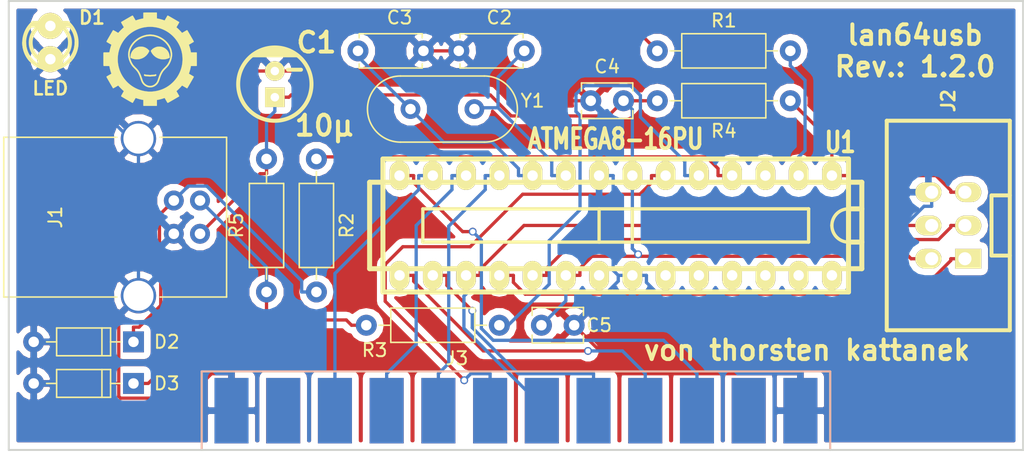
<source format=kicad_pcb>
(kicad_pcb (version 4) (host pcbnew 4.0.7-e2-6376~60~ubuntu17.10.1)

  (general
    (links 51)
    (no_connects 0)
    (area 109.619999 75.489999 189.0466 110.305)
    (thickness 1.6)
    (drawings 6)
    (tracks 224)
    (zones 0)
    (modules 19)
    (nets 42)
  )

  (page A4)
  (layers
    (0 F.Cu signal)
    (31 B.Cu signal)
    (32 B.Adhes user)
    (33 F.Adhes user)
    (34 B.Paste user)
    (35 F.Paste user)
    (36 B.SilkS user)
    (37 F.SilkS user)
    (38 B.Mask user)
    (39 F.Mask user)
    (40 Dwgs.User user)
    (41 Cmts.User user)
    (42 Eco1.User user)
    (43 Eco2.User user)
    (44 Edge.Cuts user)
    (45 Margin user)
    (46 B.CrtYd user)
    (47 F.CrtYd user)
    (48 B.Fab user)
    (49 F.Fab user)
  )

  (setup
    (last_trace_width 0.25)
    (trace_clearance 0.2)
    (zone_clearance 0.508)
    (zone_45_only no)
    (trace_min 0.2)
    (segment_width 0.2)
    (edge_width 0.15)
    (via_size 0.6)
    (via_drill 0.4)
    (via_min_size 0.4)
    (via_min_drill 0.3)
    (uvia_size 0.3)
    (uvia_drill 0.1)
    (uvias_allowed no)
    (uvia_min_size 0.2)
    (uvia_min_drill 0.1)
    (pcb_text_width 0.3)
    (pcb_text_size 1.5 1.5)
    (mod_edge_width 0.15)
    (mod_text_size 1 1)
    (mod_text_width 0.15)
    (pad_size 1.524 1.524)
    (pad_drill 0.762)
    (pad_to_mask_clearance 0.2)
    (aux_axis_origin 0 0)
    (visible_elements FFFFFF7F)
    (pcbplotparams
      (layerselection 0x00030_80000001)
      (usegerberextensions false)
      (excludeedgelayer true)
      (linewidth 0.100000)
      (plotframeref false)
      (viasonmask false)
      (mode 1)
      (useauxorigin false)
      (hpglpennumber 1)
      (hpglpenspeed 20)
      (hpglpendiameter 15)
      (hpglpenoverlay 2)
      (psnegative false)
      (psa4output false)
      (plotreference true)
      (plotvalue true)
      (plotinvisibletext false)
      (padsonsilk false)
      (subtractmaskfromsilk false)
      (outputformat 1)
      (mirror false)
      (drillshape 1)
      (scaleselection 1)
      (outputdirectory ""))
  )

  (net 0 "")
  (net 1 +5V)
  (net 2 GND)
  (net 3 "Net-(C2-Pad1)")
  (net 4 "Net-(C3-Pad1)")
  (net 5 "Net-(D1-Pad2)")
  (net 6 "Net-(D2-Pad1)")
  (net 7 "Net-(D3-Pad1)")
  (net 8 MISO)
  (net 9 SCK)
  (net 10 C64_PB3)
  (net 11 RESET)
  (net 12 "Net-(J3-Pad6)")
  (net 13 "Net-(J3-Pad5)")
  (net 14 "Net-(J3-Pad4)")
  (net 15 "Net-(J3-Pad3)")
  (net 16 "Net-(J3-Pad2)")
  (net 17 "Net-(J3-Pad7)")
  (net 18 "Net-(J3-Pad8)")
  (net 19 "Net-(J3-Pad9)")
  (net 20 "Net-(J3-Pad10)")
  (net 21 "Net-(J3-Pad11)")
  (net 22 "Net-(J3-PadB)")
  (net 23 C64_PB0)
  (net 24 C64_PB1)
  (net 25 C64_PB2)
  (net 26 C64_PB4)
  (net 27 C64_PB5)
  (net 28 C64_PB6)
  (net 29 C64_PB7)
  (net 30 "Net-(J3-PadM)")
  (net 31 LED)
  (net 32 USB_D+)
  (net 33 USB_D-)
  (net 34 "Net-(U1-Pad3)")
  (net 35 "Net-(U1-Pad21)")
  (net 36 "Net-(U1-Pad23)")
  (net 37 "Net-(U1-Pad24)")
  (net 38 "Net-(U1-Pad25)")
  (net 39 "Net-(U1-Pad26)")
  (net 40 "Net-(U1-Pad27)")
  (net 41 "Net-(U1-Pad28)")

  (net_class Default "Dies ist die voreingestellte Netzklasse."
    (clearance 0.2)
    (trace_width 0.25)
    (via_dia 0.6)
    (via_drill 0.4)
    (uvia_dia 0.3)
    (uvia_drill 0.1)
    (add_net +5V)
    (add_net C64_PB0)
    (add_net C64_PB1)
    (add_net C64_PB2)
    (add_net C64_PB3)
    (add_net C64_PB4)
    (add_net C64_PB5)
    (add_net C64_PB6)
    (add_net C64_PB7)
    (add_net GND)
    (add_net LED)
    (add_net MISO)
    (add_net "Net-(C2-Pad1)")
    (add_net "Net-(C3-Pad1)")
    (add_net "Net-(D1-Pad2)")
    (add_net "Net-(D2-Pad1)")
    (add_net "Net-(D3-Pad1)")
    (add_net "Net-(J3-Pad10)")
    (add_net "Net-(J3-Pad11)")
    (add_net "Net-(J3-Pad2)")
    (add_net "Net-(J3-Pad3)")
    (add_net "Net-(J3-Pad4)")
    (add_net "Net-(J3-Pad5)")
    (add_net "Net-(J3-Pad6)")
    (add_net "Net-(J3-Pad7)")
    (add_net "Net-(J3-Pad8)")
    (add_net "Net-(J3-Pad9)")
    (add_net "Net-(J3-PadB)")
    (add_net "Net-(J3-PadM)")
    (add_net "Net-(U1-Pad21)")
    (add_net "Net-(U1-Pad23)")
    (add_net "Net-(U1-Pad24)")
    (add_net "Net-(U1-Pad25)")
    (add_net "Net-(U1-Pad26)")
    (add_net "Net-(U1-Pad27)")
    (add_net "Net-(U1-Pad28)")
    (add_net "Net-(U1-Pad3)")
    (add_net RESET)
    (add_net SCK)
    (add_net USB_D+)
    (add_net USB_D-)
  )

  (module w_capacitors:CP_5x11mm (layer F.Cu) (tedit 5AFDD0B7) (tstamp 5AFDC7F7)
    (at 130.81 81.915)
    (descr "Capacitor, pol, cyl 5x11mm")
    (path /5AFCC3CC)
    (fp_text reference C1 (at 3.175 -3.175) (layer F.SilkS)
      (effects (font (thickness 0.3048)))
    )
    (fp_text value 10µ (at 3.81 3.175) (layer F.SilkS)
      (effects (font (thickness 0.3048)))
    )
    (fp_line (start -0.8 -2.6) (end 0.8 -2.6) (layer F.SilkS) (width 0.3048))
    (fp_line (start -1.3 -2.4) (end 1.3 -2.4) (layer F.SilkS) (width 0.3048))
    (fp_line (start -1.7 -2.2) (end 1.7 -2.2) (layer F.SilkS) (width 0.3048))
    (fp_circle (center 0 0) (end 2.8 0) (layer F.SilkS) (width 0.3048))
    (fp_line (start 1 -1.1) (end 2 -1.1) (layer F.SilkS) (width 0.3))
    (pad 1 thru_hole rect (at 0 1) (size 1.5 1.5) (drill 0.65) (layers *.Cu *.Mask F.SilkS)
      (net 1 +5V))
    (pad 2 thru_hole circle (at 0 -1) (size 1.5 1.5) (drill 0.65) (layers *.Cu *.Mask F.SilkS)
      (net 2 GND))
    (model walter/capacitors/cp_5x11mm.wrl
      (at (xyz 0 0 0))
      (scale (xyz 1 1 1))
      (rotate (xyz 0 0 0))
    )
  )

  (module Capacitors_THT:C_Disc_D4.7mm_W2.5mm_P5.00mm (layer F.Cu) (tedit 5AFDCFEF) (tstamp 5AFDC80C)
    (at 149.86 79.375 180)
    (descr "C, Disc series, Radial, pin pitch=5.00mm, , diameter*width=4.7*2.5mm^2, Capacitor, http://www.vishay.com/docs/45233/krseries.pdf")
    (tags "C Disc series Radial pin pitch 5.00mm  diameter 4.7mm width 2.5mm Capacitor")
    (path /5AFB356E)
    (fp_text reference C2 (at 1.905 2.54 180) (layer F.SilkS)
      (effects (font (size 1 1) (thickness 0.15)))
    )
    (fp_text value 22p (at 4.445 2.54 180) (layer F.Fab)
      (effects (font (size 1 1) (thickness 0.15)))
    )
    (fp_line (start 0.15 -1.25) (end 0.15 1.25) (layer F.Fab) (width 0.1))
    (fp_line (start 0.15 1.25) (end 4.85 1.25) (layer F.Fab) (width 0.1))
    (fp_line (start 4.85 1.25) (end 4.85 -1.25) (layer F.Fab) (width 0.1))
    (fp_line (start 4.85 -1.25) (end 0.15 -1.25) (layer F.Fab) (width 0.1))
    (fp_line (start 0.09 -1.31) (end 4.91 -1.31) (layer F.SilkS) (width 0.12))
    (fp_line (start 0.09 1.31) (end 4.91 1.31) (layer F.SilkS) (width 0.12))
    (fp_line (start 0.09 -1.31) (end 0.09 -0.996) (layer F.SilkS) (width 0.12))
    (fp_line (start 0.09 0.996) (end 0.09 1.31) (layer F.SilkS) (width 0.12))
    (fp_line (start 4.91 -1.31) (end 4.91 -0.996) (layer F.SilkS) (width 0.12))
    (fp_line (start 4.91 0.996) (end 4.91 1.31) (layer F.SilkS) (width 0.12))
    (fp_line (start -1.05 -1.6) (end -1.05 1.6) (layer F.CrtYd) (width 0.05))
    (fp_line (start -1.05 1.6) (end 6.05 1.6) (layer F.CrtYd) (width 0.05))
    (fp_line (start 6.05 1.6) (end 6.05 -1.6) (layer F.CrtYd) (width 0.05))
    (fp_line (start 6.05 -1.6) (end -1.05 -1.6) (layer F.CrtYd) (width 0.05))
    (fp_text user %R (at 2.5 0 180) (layer F.Fab)
      (effects (font (size 1 1) (thickness 0.15)))
    )
    (pad 1 thru_hole circle (at 0 0 180) (size 1.6 1.6) (drill 0.8) (layers *.Cu *.Mask)
      (net 3 "Net-(C2-Pad1)"))
    (pad 2 thru_hole circle (at 5 0 180) (size 1.6 1.6) (drill 0.8) (layers *.Cu *.Mask)
      (net 2 GND))
    (model ${KISYS3DMOD}/Capacitors_THT.3dshapes/C_Disc_D4.7mm_W2.5mm_P5.00mm.wrl
      (at (xyz 0 0 0))
      (scale (xyz 1 1 1))
      (rotate (xyz 0 0 0))
    )
  )

  (module Capacitors_THT:C_Disc_D4.7mm_W2.5mm_P5.00mm (layer F.Cu) (tedit 5AFDCFF9) (tstamp 5AFDC821)
    (at 137.16 79.375)
    (descr "C, Disc series, Radial, pin pitch=5.00mm, , diameter*width=4.7*2.5mm^2, Capacitor, http://www.vishay.com/docs/45233/krseries.pdf")
    (tags "C Disc series Radial pin pitch 5.00mm  diameter 4.7mm width 2.5mm Capacitor")
    (path /5AFB35E5)
    (fp_text reference C3 (at 3.175 -2.54) (layer F.SilkS)
      (effects (font (size 1 1) (thickness 0.15)))
    )
    (fp_text value 22p (at 0.635 -2.54) (layer F.Fab)
      (effects (font (size 1 1) (thickness 0.15)))
    )
    (fp_line (start 0.15 -1.25) (end 0.15 1.25) (layer F.Fab) (width 0.1))
    (fp_line (start 0.15 1.25) (end 4.85 1.25) (layer F.Fab) (width 0.1))
    (fp_line (start 4.85 1.25) (end 4.85 -1.25) (layer F.Fab) (width 0.1))
    (fp_line (start 4.85 -1.25) (end 0.15 -1.25) (layer F.Fab) (width 0.1))
    (fp_line (start 0.09 -1.31) (end 4.91 -1.31) (layer F.SilkS) (width 0.12))
    (fp_line (start 0.09 1.31) (end 4.91 1.31) (layer F.SilkS) (width 0.12))
    (fp_line (start 0.09 -1.31) (end 0.09 -0.996) (layer F.SilkS) (width 0.12))
    (fp_line (start 0.09 0.996) (end 0.09 1.31) (layer F.SilkS) (width 0.12))
    (fp_line (start 4.91 -1.31) (end 4.91 -0.996) (layer F.SilkS) (width 0.12))
    (fp_line (start 4.91 0.996) (end 4.91 1.31) (layer F.SilkS) (width 0.12))
    (fp_line (start -1.05 -1.6) (end -1.05 1.6) (layer F.CrtYd) (width 0.05))
    (fp_line (start -1.05 1.6) (end 6.05 1.6) (layer F.CrtYd) (width 0.05))
    (fp_line (start 6.05 1.6) (end 6.05 -1.6) (layer F.CrtYd) (width 0.05))
    (fp_line (start 6.05 -1.6) (end -1.05 -1.6) (layer F.CrtYd) (width 0.05))
    (fp_text user %R (at 2.54 0) (layer F.Fab)
      (effects (font (size 1 1) (thickness 0.15)))
    )
    (pad 1 thru_hole circle (at 0 0) (size 1.6 1.6) (drill 0.8) (layers *.Cu *.Mask)
      (net 4 "Net-(C3-Pad1)"))
    (pad 2 thru_hole circle (at 5 0) (size 1.6 1.6) (drill 0.8) (layers *.Cu *.Mask)
      (net 2 GND))
    (model ${KISYS3DMOD}/Capacitors_THT.3dshapes/C_Disc_D4.7mm_W2.5mm_P5.00mm.wrl
      (at (xyz 0 0 0))
      (scale (xyz 1 1 1))
      (rotate (xyz 0 0 0))
    )
  )

  (module Capacitors_THT:C_Disc_D3.8mm_W2.6mm_P2.50mm (layer F.Cu) (tedit 597BC7C2) (tstamp 5AFDC836)
    (at 154.94 83.185)
    (descr "C, Disc series, Radial, pin pitch=2.50mm, , diameter*width=3.8*2.6mm^2, Capacitor, http://www.vishay.com/docs/45233/krseries.pdf")
    (tags "C Disc series Radial pin pitch 2.50mm  diameter 3.8mm width 2.6mm Capacitor")
    (path /5AFC893C)
    (fp_text reference C4 (at 1.25 -2.61) (layer F.SilkS)
      (effects (font (size 1 1) (thickness 0.15)))
    )
    (fp_text value 100n (at 1.25 2.61) (layer F.Fab)
      (effects (font (size 1 1) (thickness 0.15)))
    )
    (fp_line (start -0.65 -1.3) (end -0.65 1.3) (layer F.Fab) (width 0.1))
    (fp_line (start -0.65 1.3) (end 3.15 1.3) (layer F.Fab) (width 0.1))
    (fp_line (start 3.15 1.3) (end 3.15 -1.3) (layer F.Fab) (width 0.1))
    (fp_line (start 3.15 -1.3) (end -0.65 -1.3) (layer F.Fab) (width 0.1))
    (fp_line (start -0.71 -1.36) (end 3.21 -1.36) (layer F.SilkS) (width 0.12))
    (fp_line (start -0.71 1.36) (end 3.21 1.36) (layer F.SilkS) (width 0.12))
    (fp_line (start -0.71 -1.36) (end -0.71 -0.75) (layer F.SilkS) (width 0.12))
    (fp_line (start -0.71 0.75) (end -0.71 1.36) (layer F.SilkS) (width 0.12))
    (fp_line (start 3.21 -1.36) (end 3.21 -0.75) (layer F.SilkS) (width 0.12))
    (fp_line (start 3.21 0.75) (end 3.21 1.36) (layer F.SilkS) (width 0.12))
    (fp_line (start -1.05 -1.65) (end -1.05 1.65) (layer F.CrtYd) (width 0.05))
    (fp_line (start -1.05 1.65) (end 3.55 1.65) (layer F.CrtYd) (width 0.05))
    (fp_line (start 3.55 1.65) (end 3.55 -1.65) (layer F.CrtYd) (width 0.05))
    (fp_line (start 3.55 -1.65) (end -1.05 -1.65) (layer F.CrtYd) (width 0.05))
    (fp_text user %R (at 1.25 0) (layer F.Fab)
      (effects (font (size 1 1) (thickness 0.15)))
    )
    (pad 1 thru_hole circle (at 0 0) (size 1.6 1.6) (drill 0.8) (layers *.Cu *.Mask)
      (net 2 GND))
    (pad 2 thru_hole circle (at 2.5 0) (size 1.6 1.6) (drill 0.8) (layers *.Cu *.Mask)
      (net 1 +5V))
    (model ${KISYS3DMOD}/Capacitors_THT.3dshapes/C_Disc_D3.8mm_W2.6mm_P2.50mm.wrl
      (at (xyz 0 0 0))
      (scale (xyz 1 1 1))
      (rotate (xyz 0 0 0))
    )
  )

  (module Capacitors_THT:C_Disc_D3.8mm_W2.6mm_P2.50mm (layer F.Cu) (tedit 5AFDD062) (tstamp 5AFDC84B)
    (at 153.67 100.33 180)
    (descr "C, Disc series, Radial, pin pitch=2.50mm, , diameter*width=3.8*2.6mm^2, Capacitor, http://www.vishay.com/docs/45233/krseries.pdf")
    (tags "C Disc series Radial pin pitch 2.50mm  diameter 3.8mm width 2.6mm Capacitor")
    (path /5AFC8BB1)
    (fp_text reference C5 (at -1.905 0 180) (layer F.SilkS)
      (effects (font (size 1 1) (thickness 0.15)))
    )
    (fp_text value 100n (at 1.25 2.61 180) (layer F.Fab)
      (effects (font (size 1 1) (thickness 0.15)))
    )
    (fp_line (start -0.65 -1.3) (end -0.65 1.3) (layer F.Fab) (width 0.1))
    (fp_line (start -0.65 1.3) (end 3.15 1.3) (layer F.Fab) (width 0.1))
    (fp_line (start 3.15 1.3) (end 3.15 -1.3) (layer F.Fab) (width 0.1))
    (fp_line (start 3.15 -1.3) (end -0.65 -1.3) (layer F.Fab) (width 0.1))
    (fp_line (start -0.71 -1.36) (end 3.21 -1.36) (layer F.SilkS) (width 0.12))
    (fp_line (start -0.71 1.36) (end 3.21 1.36) (layer F.SilkS) (width 0.12))
    (fp_line (start -0.71 -1.36) (end -0.71 -0.75) (layer F.SilkS) (width 0.12))
    (fp_line (start -0.71 0.75) (end -0.71 1.36) (layer F.SilkS) (width 0.12))
    (fp_line (start 3.21 -1.36) (end 3.21 -0.75) (layer F.SilkS) (width 0.12))
    (fp_line (start 3.21 0.75) (end 3.21 1.36) (layer F.SilkS) (width 0.12))
    (fp_line (start -1.05 -1.65) (end -1.05 1.65) (layer F.CrtYd) (width 0.05))
    (fp_line (start -1.05 1.65) (end 3.55 1.65) (layer F.CrtYd) (width 0.05))
    (fp_line (start 3.55 1.65) (end 3.55 -1.65) (layer F.CrtYd) (width 0.05))
    (fp_line (start 3.55 -1.65) (end -1.05 -1.65) (layer F.CrtYd) (width 0.05))
    (fp_text user %R (at 1.25 0 180) (layer F.Fab)
      (effects (font (size 1 1) (thickness 0.15)))
    )
    (pad 1 thru_hole circle (at 0 0 180) (size 1.6 1.6) (drill 0.8) (layers *.Cu *.Mask)
      (net 2 GND))
    (pad 2 thru_hole circle (at 2.5 0 180) (size 1.6 1.6) (drill 0.8) (layers *.Cu *.Mask)
      (net 1 +5V))
    (model ${KISYS3DMOD}/Capacitors_THT.3dshapes/C_Disc_D3.8mm_W2.6mm_P2.50mm.wrl
      (at (xyz 0 0 0))
      (scale (xyz 1 1 1))
      (rotate (xyz 0 0 0))
    )
  )

  (module w_indicators:led_3mm_green (layer F.Cu) (tedit 5AFDD025) (tstamp 5AFDC858)
    (at 113.665 78.74 180)
    (descr "3mm green led")
    (tags led)
    (path /5AFC842E)
    (fp_text reference D1 (at -3.175 1.905 180) (layer F.SilkS)
      (effects (font (size 1 1) (thickness 0.2)))
    )
    (fp_text value LED (at 0 -3.5 180) (layer F.SilkS)
      (effects (font (size 1 1) (thickness 0.2)))
    )
    (fp_arc (start 0 0) (end 1.50876 -1.31064) (angle 90) (layer F.SilkS) (width 0.29972))
    (fp_arc (start 0 0) (end -1.33096 1.50114) (angle 90) (layer F.SilkS) (width 0.29972))
    (fp_arc (start 0 0) (end 0 -1.99898) (angle 90) (layer F.SilkS) (width 0.29972))
    (fp_arc (start 0 0) (end -1.99898 0) (angle 90) (layer F.SilkS) (width 0.29972))
    (fp_line (start -1.50114 1.30048) (end 1.50114 1.30048) (layer F.SilkS) (width 0.29972))
    (fp_line (start -1.30048 1.50114) (end 1.30048 1.50114) (layer F.SilkS) (width 0.29972))
    (fp_circle (center 0 0) (end -1.50114 0) (layer F.SilkS) (width 0.29972))
    (pad 1 thru_hole circle (at 0 -1.27 180) (size 1.99898 1.99898) (drill 0.8001) (layers *.Cu *.Mask F.SilkS)
      (net 2 GND))
    (pad 2 thru_hole circle (at 0 1.27 180) (size 1.99898 1.99898) (drill 0.8001) (layers *.Cu *.Mask F.SilkS)
      (net 5 "Net-(D1-Pad2)"))
    (model walter/indicators/led_3mm_green.wrl
      (at (xyz 0 0 0))
      (scale (xyz 1 1 1))
      (rotate (xyz 0 0 0))
    )
  )

  (module Diodes_THT:D_DO-35_SOD27_P7.62mm_Horizontal (layer F.Cu) (tedit 5AFDD033) (tstamp 5AFDC871)
    (at 120.015 101.6 180)
    (descr "D, DO-35_SOD27 series, Axial, Horizontal, pin pitch=7.62mm, , length*diameter=4*2mm^2, , http://www.diodes.com/_files/packages/DO-35.pdf")
    (tags "D DO-35_SOD27 series Axial Horizontal pin pitch 7.62mm  length 4mm diameter 2mm")
    (path /5AFCB2B5)
    (fp_text reference D2 (at -2.54 0 180) (layer F.SilkS)
      (effects (font (size 1 1) (thickness 0.15)))
    )
    (fp_text value "ZD 3,6" (at 3.81 2.06 180) (layer F.Fab)
      (effects (font (size 1 1) (thickness 0.15)))
    )
    (fp_text user %R (at 3.81 0 180) (layer F.Fab)
      (effects (font (size 1 1) (thickness 0.15)))
    )
    (fp_line (start 1.81 -1) (end 1.81 1) (layer F.Fab) (width 0.1))
    (fp_line (start 1.81 1) (end 5.81 1) (layer F.Fab) (width 0.1))
    (fp_line (start 5.81 1) (end 5.81 -1) (layer F.Fab) (width 0.1))
    (fp_line (start 5.81 -1) (end 1.81 -1) (layer F.Fab) (width 0.1))
    (fp_line (start 0 0) (end 1.81 0) (layer F.Fab) (width 0.1))
    (fp_line (start 7.62 0) (end 5.81 0) (layer F.Fab) (width 0.1))
    (fp_line (start 2.41 -1) (end 2.41 1) (layer F.Fab) (width 0.1))
    (fp_line (start 1.75 -1.06) (end 1.75 1.06) (layer F.SilkS) (width 0.12))
    (fp_line (start 1.75 1.06) (end 5.87 1.06) (layer F.SilkS) (width 0.12))
    (fp_line (start 5.87 1.06) (end 5.87 -1.06) (layer F.SilkS) (width 0.12))
    (fp_line (start 5.87 -1.06) (end 1.75 -1.06) (layer F.SilkS) (width 0.12))
    (fp_line (start 0.98 0) (end 1.75 0) (layer F.SilkS) (width 0.12))
    (fp_line (start 6.64 0) (end 5.87 0) (layer F.SilkS) (width 0.12))
    (fp_line (start 2.41 -1.06) (end 2.41 1.06) (layer F.SilkS) (width 0.12))
    (fp_line (start -1.05 -1.35) (end -1.05 1.35) (layer F.CrtYd) (width 0.05))
    (fp_line (start -1.05 1.35) (end 8.7 1.35) (layer F.CrtYd) (width 0.05))
    (fp_line (start 8.7 1.35) (end 8.7 -1.35) (layer F.CrtYd) (width 0.05))
    (fp_line (start 8.7 -1.35) (end -1.05 -1.35) (layer F.CrtYd) (width 0.05))
    (pad 1 thru_hole rect (at 0 0 180) (size 1.6 1.6) (drill 0.8) (layers *.Cu *.Mask)
      (net 6 "Net-(D2-Pad1)"))
    (pad 2 thru_hole oval (at 7.62 0 180) (size 1.6 1.6) (drill 0.8) (layers *.Cu *.Mask)
      (net 2 GND))
    (model ${KISYS3DMOD}/Diodes_THT.3dshapes/D_DO-35_SOD27_P7.62mm_Horizontal.wrl
      (at (xyz 0 0 0))
      (scale (xyz 0.393701 0.393701 0.393701))
      (rotate (xyz 0 0 0))
    )
  )

  (module Diodes_THT:D_DO-35_SOD27_P7.62mm_Horizontal (layer F.Cu) (tedit 5AFDD036) (tstamp 5AFDC88A)
    (at 120.015 104.775 180)
    (descr "D, DO-35_SOD27 series, Axial, Horizontal, pin pitch=7.62mm, , length*diameter=4*2mm^2, , http://www.diodes.com/_files/packages/DO-35.pdf")
    (tags "D DO-35_SOD27 series Axial Horizontal pin pitch 7.62mm  length 4mm diameter 2mm")
    (path /5AFCB370)
    (fp_text reference D3 (at -2.54 0 180) (layer F.SilkS)
      (effects (font (size 1 1) (thickness 0.15)))
    )
    (fp_text value "ZD 3,6" (at 3.81 2.06 180) (layer F.Fab)
      (effects (font (size 1 1) (thickness 0.15)))
    )
    (fp_text user %R (at 3.81 0 180) (layer F.Fab)
      (effects (font (size 1 1) (thickness 0.15)))
    )
    (fp_line (start 1.81 -1) (end 1.81 1) (layer F.Fab) (width 0.1))
    (fp_line (start 1.81 1) (end 5.81 1) (layer F.Fab) (width 0.1))
    (fp_line (start 5.81 1) (end 5.81 -1) (layer F.Fab) (width 0.1))
    (fp_line (start 5.81 -1) (end 1.81 -1) (layer F.Fab) (width 0.1))
    (fp_line (start 0 0) (end 1.81 0) (layer F.Fab) (width 0.1))
    (fp_line (start 7.62 0) (end 5.81 0) (layer F.Fab) (width 0.1))
    (fp_line (start 2.41 -1) (end 2.41 1) (layer F.Fab) (width 0.1))
    (fp_line (start 1.75 -1.06) (end 1.75 1.06) (layer F.SilkS) (width 0.12))
    (fp_line (start 1.75 1.06) (end 5.87 1.06) (layer F.SilkS) (width 0.12))
    (fp_line (start 5.87 1.06) (end 5.87 -1.06) (layer F.SilkS) (width 0.12))
    (fp_line (start 5.87 -1.06) (end 1.75 -1.06) (layer F.SilkS) (width 0.12))
    (fp_line (start 0.98 0) (end 1.75 0) (layer F.SilkS) (width 0.12))
    (fp_line (start 6.64 0) (end 5.87 0) (layer F.SilkS) (width 0.12))
    (fp_line (start 2.41 -1.06) (end 2.41 1.06) (layer F.SilkS) (width 0.12))
    (fp_line (start -1.05 -1.35) (end -1.05 1.35) (layer F.CrtYd) (width 0.05))
    (fp_line (start -1.05 1.35) (end 8.7 1.35) (layer F.CrtYd) (width 0.05))
    (fp_line (start 8.7 1.35) (end 8.7 -1.35) (layer F.CrtYd) (width 0.05))
    (fp_line (start 8.7 -1.35) (end -1.05 -1.35) (layer F.CrtYd) (width 0.05))
    (pad 1 thru_hole rect (at 0 0 180) (size 1.6 1.6) (drill 0.8) (layers *.Cu *.Mask)
      (net 7 "Net-(D3-Pad1)"))
    (pad 2 thru_hole oval (at 7.62 0 180) (size 1.6 1.6) (drill 0.8) (layers *.Cu *.Mask)
      (net 2 GND))
    (model ${KISYS3DMOD}/Diodes_THT.3dshapes/D_DO-35_SOD27_P7.62mm_Horizontal.wrl
      (at (xyz 0 0 0))
      (scale (xyz 0.393701 0.393701 0.393701))
      (rotate (xyz 0 0 0))
    )
  )

  (module Connectors:USB_B (layer F.Cu) (tedit 55B36073) (tstamp 5AFDC89E)
    (at 125.095 93.345 180)
    (descr "USB B connector")
    (tags "USB_B USB_DEV")
    (path /5AFC9CF2)
    (fp_text reference J1 (at 11.05 1.27 270) (layer F.SilkS)
      (effects (font (size 1 1) (thickness 0.15)))
    )
    (fp_text value USB_B (at 4.7 1.27 270) (layer F.Fab)
      (effects (font (size 1 1) (thickness 0.15)))
    )
    (fp_line (start 15.25 8.9) (end -2.3 8.9) (layer F.CrtYd) (width 0.05))
    (fp_line (start -2.3 8.9) (end -2.3 -6.35) (layer F.CrtYd) (width 0.05))
    (fp_line (start -2.3 -6.35) (end 15.25 -6.35) (layer F.CrtYd) (width 0.05))
    (fp_line (start 15.25 -6.35) (end 15.25 8.9) (layer F.CrtYd) (width 0.05))
    (fp_line (start 6.35 7.37) (end 14.99 7.37) (layer F.SilkS) (width 0.12))
    (fp_line (start -2.03 7.37) (end 3.05 7.37) (layer F.SilkS) (width 0.12))
    (fp_line (start 6.35 -4.83) (end 14.99 -4.83) (layer F.SilkS) (width 0.12))
    (fp_line (start -2.03 -4.83) (end 3.05 -4.83) (layer F.SilkS) (width 0.12))
    (fp_line (start 14.99 -4.83) (end 14.99 7.37) (layer F.SilkS) (width 0.12))
    (fp_line (start -2.03 7.37) (end -2.03 -4.83) (layer F.SilkS) (width 0.12))
    (pad 2 thru_hole circle (at 0 2.54 90) (size 1.52 1.52) (drill 0.81) (layers *.Cu *.Mask)
      (net 7 "Net-(D3-Pad1)"))
    (pad 1 thru_hole circle (at 0 0 90) (size 1.52 1.52) (drill 0.81) (layers *.Cu *.Mask)
      (net 1 +5V))
    (pad 4 thru_hole circle (at 2 0 90) (size 1.52 1.52) (drill 0.81) (layers *.Cu *.Mask)
      (net 2 GND))
    (pad 3 thru_hole circle (at 2 2.54 90) (size 1.52 1.52) (drill 0.81) (layers *.Cu *.Mask)
      (net 6 "Net-(D2-Pad1)"))
    (pad 5 thru_hole circle (at 4.7 7.27 90) (size 2.7 2.7) (drill 2.3) (layers *.Cu *.Mask)
      (net 2 GND))
    (pad 5 thru_hole circle (at 4.7 -4.73 90) (size 2.7 2.7) (drill 2.3) (layers *.Cu *.Mask)
      (net 2 GND))
    (model ${KISYS3DMOD}/Connectors.3dshapes/USB_B.wrl
      (at (xyz 0.18 -0.05 0))
      (scale (xyz 0.39 0.39 0.39))
      (rotate (xyz 0 0 -90))
    )
  )

  (module w_conn_strip:vasch_strip_3x2 (layer F.Cu) (tedit 5AFDD051) (tstamp 5AFDC8AF)
    (at 182.245 92.71 90)
    (descr "Box header 3x2pin 2.54mm")
    (tags "CONN DEV")
    (path /5AFCCCBA)
    (fp_text reference J2 (at 9.525 0 90) (layer F.SilkS)
      (effects (font (size 1 1) (thickness 0.2032)))
    )
    (fp_text value ISP (at 0 5.7 90) (layer F.SilkS) hide
      (effects (font (size 1 1) (thickness 0.2032)))
    )
    (fp_line (start -8 4.7) (end 8 4.7) (layer F.SilkS) (width 0.3048))
    (fp_line (start 8 -4.7) (end -8 -4.7) (layer F.SilkS) (width 0.3048))
    (fp_line (start -8 -4.7) (end -8 4.7) (layer F.SilkS) (width 0.3048))
    (fp_line (start 8 -4.7) (end 8 4.7) (layer F.SilkS) (width 0.3048))
    (fp_line (start 2.3 4.7) (end 2.3 3.3) (layer F.SilkS) (width 0.29972))
    (fp_line (start 2.3 3.3) (end -2.3 3.3) (layer F.SilkS) (width 0.29972))
    (fp_line (start -2.3 3.3) (end -2.3 4.7) (layer F.SilkS) (width 0.29972))
    (pad 1 thru_hole rect (at -2.54 1.27 90) (size 1.5 2) (drill 1 (offset 0 0.25)) (layers *.Cu *.Mask F.SilkS)
      (net 8 MISO))
    (pad 2 thru_hole oval (at -2.54 -1.27 90) (size 1.5 2) (drill 1 (offset 0 -0.25)) (layers *.Cu *.Mask F.SilkS)
      (net 1 +5V))
    (pad 3 thru_hole oval (at 0 1.27 90) (size 1.5 2) (drill 1 (offset 0 0.25)) (layers *.Cu *.Mask F.SilkS)
      (net 9 SCK))
    (pad 4 thru_hole oval (at 0 -1.27 90) (size 1.5 2) (drill 1 (offset 0 -0.25)) (layers *.Cu *.Mask F.SilkS)
      (net 10 C64_PB3))
    (pad 5 thru_hole oval (at 2.54 1.27 90) (size 1.5 2) (drill 1 (offset 0 0.25)) (layers *.Cu *.Mask F.SilkS)
      (net 11 RESET))
    (pad 6 thru_hole oval (at 2.54 -1.27 90) (size 1.5 2) (drill 1 (offset 0 -0.25)) (layers *.Cu *.Mask F.SilkS)
      (net 2 GND))
    (model walter/conn_strip/vasch_strip_3x2.wrl
      (at (xyz 0 0 0))
      (scale (xyz 1 1 1))
      (rotate (xyz 0 0 0))
    )
  )

  (module Resistors_THT:R_Axial_DIN0207_L6.3mm_D2.5mm_P10.16mm_Horizontal (layer F.Cu) (tedit 5874F706) (tstamp 5AFDC8E8)
    (at 160.02 79.375)
    (descr "Resistor, Axial_DIN0207 series, Axial, Horizontal, pin pitch=10.16mm, 0.25W = 1/4W, length*diameter=6.3*2.5mm^2, http://cdn-reichelt.de/documents/datenblatt/B400/1_4W%23YAG.pdf")
    (tags "Resistor Axial_DIN0207 series Axial Horizontal pin pitch 10.16mm 0.25W = 1/4W length 6.3mm diameter 2.5mm")
    (path /5AFC84CF)
    (fp_text reference R1 (at 5.08 -2.31) (layer F.SilkS)
      (effects (font (size 1 1) (thickness 0.15)))
    )
    (fp_text value 100 (at 5.08 2.31) (layer F.Fab)
      (effects (font (size 1 1) (thickness 0.15)))
    )
    (fp_line (start 1.93 -1.25) (end 1.93 1.25) (layer F.Fab) (width 0.1))
    (fp_line (start 1.93 1.25) (end 8.23 1.25) (layer F.Fab) (width 0.1))
    (fp_line (start 8.23 1.25) (end 8.23 -1.25) (layer F.Fab) (width 0.1))
    (fp_line (start 8.23 -1.25) (end 1.93 -1.25) (layer F.Fab) (width 0.1))
    (fp_line (start 0 0) (end 1.93 0) (layer F.Fab) (width 0.1))
    (fp_line (start 10.16 0) (end 8.23 0) (layer F.Fab) (width 0.1))
    (fp_line (start 1.87 -1.31) (end 1.87 1.31) (layer F.SilkS) (width 0.12))
    (fp_line (start 1.87 1.31) (end 8.29 1.31) (layer F.SilkS) (width 0.12))
    (fp_line (start 8.29 1.31) (end 8.29 -1.31) (layer F.SilkS) (width 0.12))
    (fp_line (start 8.29 -1.31) (end 1.87 -1.31) (layer F.SilkS) (width 0.12))
    (fp_line (start 0.98 0) (end 1.87 0) (layer F.SilkS) (width 0.12))
    (fp_line (start 9.18 0) (end 8.29 0) (layer F.SilkS) (width 0.12))
    (fp_line (start -1.05 -1.6) (end -1.05 1.6) (layer F.CrtYd) (width 0.05))
    (fp_line (start -1.05 1.6) (end 11.25 1.6) (layer F.CrtYd) (width 0.05))
    (fp_line (start 11.25 1.6) (end 11.25 -1.6) (layer F.CrtYd) (width 0.05))
    (fp_line (start 11.25 -1.6) (end -1.05 -1.6) (layer F.CrtYd) (width 0.05))
    (pad 1 thru_hole circle (at 0 0) (size 1.6 1.6) (drill 0.8) (layers *.Cu *.Mask)
      (net 5 "Net-(D1-Pad2)"))
    (pad 2 thru_hole oval (at 10.16 0) (size 1.6 1.6) (drill 0.8) (layers *.Cu *.Mask)
      (net 31 LED))
    (model ${KISYS3DMOD}/Resistors_THT.3dshapes/R_Axial_DIN0207_L6.3mm_D2.5mm_P10.16mm_Horizontal.wrl
      (at (xyz 0 0 0))
      (scale (xyz 0.393701 0.393701 0.393701))
      (rotate (xyz 0 0 0))
    )
  )

  (module Resistors_THT:R_Axial_DIN0207_L6.3mm_D2.5mm_P10.16mm_Horizontal (layer F.Cu) (tedit 5874F706) (tstamp 5AFDC8FE)
    (at 133.985 87.63 270)
    (descr "Resistor, Axial_DIN0207 series, Axial, Horizontal, pin pitch=10.16mm, 0.25W = 1/4W, length*diameter=6.3*2.5mm^2, http://cdn-reichelt.de/documents/datenblatt/B400/1_4W%23YAG.pdf")
    (tags "Resistor Axial_DIN0207 series Axial Horizontal pin pitch 10.16mm 0.25W = 1/4W length 6.3mm diameter 2.5mm")
    (path /5AFCAB3C)
    (fp_text reference R2 (at 5.08 -2.31 270) (layer F.SilkS)
      (effects (font (size 1 1) (thickness 0.15)))
    )
    (fp_text value 68 (at 5.08 2.31 270) (layer F.Fab)
      (effects (font (size 1 1) (thickness 0.15)))
    )
    (fp_line (start 1.93 -1.25) (end 1.93 1.25) (layer F.Fab) (width 0.1))
    (fp_line (start 1.93 1.25) (end 8.23 1.25) (layer F.Fab) (width 0.1))
    (fp_line (start 8.23 1.25) (end 8.23 -1.25) (layer F.Fab) (width 0.1))
    (fp_line (start 8.23 -1.25) (end 1.93 -1.25) (layer F.Fab) (width 0.1))
    (fp_line (start 0 0) (end 1.93 0) (layer F.Fab) (width 0.1))
    (fp_line (start 10.16 0) (end 8.23 0) (layer F.Fab) (width 0.1))
    (fp_line (start 1.87 -1.31) (end 1.87 1.31) (layer F.SilkS) (width 0.12))
    (fp_line (start 1.87 1.31) (end 8.29 1.31) (layer F.SilkS) (width 0.12))
    (fp_line (start 8.29 1.31) (end 8.29 -1.31) (layer F.SilkS) (width 0.12))
    (fp_line (start 8.29 -1.31) (end 1.87 -1.31) (layer F.SilkS) (width 0.12))
    (fp_line (start 0.98 0) (end 1.87 0) (layer F.SilkS) (width 0.12))
    (fp_line (start 9.18 0) (end 8.29 0) (layer F.SilkS) (width 0.12))
    (fp_line (start -1.05 -1.6) (end -1.05 1.6) (layer F.CrtYd) (width 0.05))
    (fp_line (start -1.05 1.6) (end 11.25 1.6) (layer F.CrtYd) (width 0.05))
    (fp_line (start 11.25 1.6) (end 11.25 -1.6) (layer F.CrtYd) (width 0.05))
    (fp_line (start 11.25 -1.6) (end -1.05 -1.6) (layer F.CrtYd) (width 0.05))
    (pad 1 thru_hole circle (at 0 0 270) (size 1.6 1.6) (drill 0.8) (layers *.Cu *.Mask)
      (net 32 USB_D+))
    (pad 2 thru_hole oval (at 10.16 0 270) (size 1.6 1.6) (drill 0.8) (layers *.Cu *.Mask)
      (net 6 "Net-(D2-Pad1)"))
    (model ${KISYS3DMOD}/Resistors_THT.3dshapes/R_Axial_DIN0207_L6.3mm_D2.5mm_P10.16mm_Horizontal.wrl
      (at (xyz 0 0 0))
      (scale (xyz 0.393701 0.393701 0.393701))
      (rotate (xyz 0 0 0))
    )
  )

  (module Resistors_THT:R_Axial_DIN0207_L6.3mm_D2.5mm_P10.16mm_Horizontal (layer F.Cu) (tedit 5AFDD072) (tstamp 5AFDC914)
    (at 147.955 100.33 180)
    (descr "Resistor, Axial_DIN0207 series, Axial, Horizontal, pin pitch=10.16mm, 0.25W = 1/4W, length*diameter=6.3*2.5mm^2, http://cdn-reichelt.de/documents/datenblatt/B400/1_4W%23YAG.pdf")
    (tags "Resistor Axial_DIN0207 series Axial Horizontal pin pitch 10.16mm 0.25W = 1/4W length 6.3mm diameter 2.5mm")
    (path /5AFCABBB)
    (fp_text reference R3 (at 9.525 -1.905 180) (layer F.SilkS)
      (effects (font (size 1 1) (thickness 0.15)))
    )
    (fp_text value 68 (at 5.08 2.31 180) (layer F.Fab)
      (effects (font (size 1 1) (thickness 0.15)))
    )
    (fp_line (start 1.93 -1.25) (end 1.93 1.25) (layer F.Fab) (width 0.1))
    (fp_line (start 1.93 1.25) (end 8.23 1.25) (layer F.Fab) (width 0.1))
    (fp_line (start 8.23 1.25) (end 8.23 -1.25) (layer F.Fab) (width 0.1))
    (fp_line (start 8.23 -1.25) (end 1.93 -1.25) (layer F.Fab) (width 0.1))
    (fp_line (start 0 0) (end 1.93 0) (layer F.Fab) (width 0.1))
    (fp_line (start 10.16 0) (end 8.23 0) (layer F.Fab) (width 0.1))
    (fp_line (start 1.87 -1.31) (end 1.87 1.31) (layer F.SilkS) (width 0.12))
    (fp_line (start 1.87 1.31) (end 8.29 1.31) (layer F.SilkS) (width 0.12))
    (fp_line (start 8.29 1.31) (end 8.29 -1.31) (layer F.SilkS) (width 0.12))
    (fp_line (start 8.29 -1.31) (end 1.87 -1.31) (layer F.SilkS) (width 0.12))
    (fp_line (start 0.98 0) (end 1.87 0) (layer F.SilkS) (width 0.12))
    (fp_line (start 9.18 0) (end 8.29 0) (layer F.SilkS) (width 0.12))
    (fp_line (start -1.05 -1.6) (end -1.05 1.6) (layer F.CrtYd) (width 0.05))
    (fp_line (start -1.05 1.6) (end 11.25 1.6) (layer F.CrtYd) (width 0.05))
    (fp_line (start 11.25 1.6) (end 11.25 -1.6) (layer F.CrtYd) (width 0.05))
    (fp_line (start 11.25 -1.6) (end -1.05 -1.6) (layer F.CrtYd) (width 0.05))
    (pad 1 thru_hole circle (at 0 0 180) (size 1.6 1.6) (drill 0.8) (layers *.Cu *.Mask)
      (net 33 USB_D-))
    (pad 2 thru_hole oval (at 10.16 0 180) (size 1.6 1.6) (drill 0.8) (layers *.Cu *.Mask)
      (net 7 "Net-(D3-Pad1)"))
    (model ${KISYS3DMOD}/Resistors_THT.3dshapes/R_Axial_DIN0207_L6.3mm_D2.5mm_P10.16mm_Horizontal.wrl
      (at (xyz 0 0 0))
      (scale (xyz 0.393701 0.393701 0.393701))
      (rotate (xyz 0 0 0))
    )
  )

  (module Resistors_THT:R_Axial_DIN0207_L6.3mm_D2.5mm_P10.16mm_Horizontal (layer F.Cu) (tedit 5874F706) (tstamp 5AFDC92A)
    (at 170.18 83.185 180)
    (descr "Resistor, Axial_DIN0207 series, Axial, Horizontal, pin pitch=10.16mm, 0.25W = 1/4W, length*diameter=6.3*2.5mm^2, http://cdn-reichelt.de/documents/datenblatt/B400/1_4W%23YAG.pdf")
    (tags "Resistor Axial_DIN0207 series Axial Horizontal pin pitch 10.16mm 0.25W = 1/4W length 6.3mm diameter 2.5mm")
    (path /5AFB3024)
    (fp_text reference R4 (at 5.08 -2.31 180) (layer F.SilkS)
      (effects (font (size 1 1) (thickness 0.15)))
    )
    (fp_text value 10k (at 5.08 2.31 180) (layer F.Fab)
      (effects (font (size 1 1) (thickness 0.15)))
    )
    (fp_line (start 1.93 -1.25) (end 1.93 1.25) (layer F.Fab) (width 0.1))
    (fp_line (start 1.93 1.25) (end 8.23 1.25) (layer F.Fab) (width 0.1))
    (fp_line (start 8.23 1.25) (end 8.23 -1.25) (layer F.Fab) (width 0.1))
    (fp_line (start 8.23 -1.25) (end 1.93 -1.25) (layer F.Fab) (width 0.1))
    (fp_line (start 0 0) (end 1.93 0) (layer F.Fab) (width 0.1))
    (fp_line (start 10.16 0) (end 8.23 0) (layer F.Fab) (width 0.1))
    (fp_line (start 1.87 -1.31) (end 1.87 1.31) (layer F.SilkS) (width 0.12))
    (fp_line (start 1.87 1.31) (end 8.29 1.31) (layer F.SilkS) (width 0.12))
    (fp_line (start 8.29 1.31) (end 8.29 -1.31) (layer F.SilkS) (width 0.12))
    (fp_line (start 8.29 -1.31) (end 1.87 -1.31) (layer F.SilkS) (width 0.12))
    (fp_line (start 0.98 0) (end 1.87 0) (layer F.SilkS) (width 0.12))
    (fp_line (start 9.18 0) (end 8.29 0) (layer F.SilkS) (width 0.12))
    (fp_line (start -1.05 -1.6) (end -1.05 1.6) (layer F.CrtYd) (width 0.05))
    (fp_line (start -1.05 1.6) (end 11.25 1.6) (layer F.CrtYd) (width 0.05))
    (fp_line (start 11.25 1.6) (end 11.25 -1.6) (layer F.CrtYd) (width 0.05))
    (fp_line (start 11.25 -1.6) (end -1.05 -1.6) (layer F.CrtYd) (width 0.05))
    (pad 1 thru_hole circle (at 0 0 180) (size 1.6 1.6) (drill 0.8) (layers *.Cu *.Mask)
      (net 11 RESET))
    (pad 2 thru_hole oval (at 10.16 0 180) (size 1.6 1.6) (drill 0.8) (layers *.Cu *.Mask)
      (net 1 +5V))
    (model ${KISYS3DMOD}/Resistors_THT.3dshapes/R_Axial_DIN0207_L6.3mm_D2.5mm_P10.16mm_Horizontal.wrl
      (at (xyz 0 0 0))
      (scale (xyz 0.393701 0.393701 0.393701))
      (rotate (xyz 0 0 0))
    )
  )

  (module Resistors_THT:R_Axial_DIN0207_L6.3mm_D2.5mm_P10.16mm_Horizontal (layer F.Cu) (tedit 5874F706) (tstamp 5AFDC940)
    (at 130.175 97.79 90)
    (descr "Resistor, Axial_DIN0207 series, Axial, Horizontal, pin pitch=10.16mm, 0.25W = 1/4W, length*diameter=6.3*2.5mm^2, http://cdn-reichelt.de/documents/datenblatt/B400/1_4W%23YAG.pdf")
    (tags "Resistor Axial_DIN0207 series Axial Horizontal pin pitch 10.16mm 0.25W = 1/4W length 6.3mm diameter 2.5mm")
    (path /5AFCBF55)
    (fp_text reference R5 (at 5.08 -2.31 90) (layer F.SilkS)
      (effects (font (size 1 1) (thickness 0.15)))
    )
    (fp_text value 2,2k (at 5.08 2.31 90) (layer F.Fab)
      (effects (font (size 1 1) (thickness 0.15)))
    )
    (fp_line (start 1.93 -1.25) (end 1.93 1.25) (layer F.Fab) (width 0.1))
    (fp_line (start 1.93 1.25) (end 8.23 1.25) (layer F.Fab) (width 0.1))
    (fp_line (start 8.23 1.25) (end 8.23 -1.25) (layer F.Fab) (width 0.1))
    (fp_line (start 8.23 -1.25) (end 1.93 -1.25) (layer F.Fab) (width 0.1))
    (fp_line (start 0 0) (end 1.93 0) (layer F.Fab) (width 0.1))
    (fp_line (start 10.16 0) (end 8.23 0) (layer F.Fab) (width 0.1))
    (fp_line (start 1.87 -1.31) (end 1.87 1.31) (layer F.SilkS) (width 0.12))
    (fp_line (start 1.87 1.31) (end 8.29 1.31) (layer F.SilkS) (width 0.12))
    (fp_line (start 8.29 1.31) (end 8.29 -1.31) (layer F.SilkS) (width 0.12))
    (fp_line (start 8.29 -1.31) (end 1.87 -1.31) (layer F.SilkS) (width 0.12))
    (fp_line (start 0.98 0) (end 1.87 0) (layer F.SilkS) (width 0.12))
    (fp_line (start 9.18 0) (end 8.29 0) (layer F.SilkS) (width 0.12))
    (fp_line (start -1.05 -1.6) (end -1.05 1.6) (layer F.CrtYd) (width 0.05))
    (fp_line (start -1.05 1.6) (end 11.25 1.6) (layer F.CrtYd) (width 0.05))
    (fp_line (start 11.25 1.6) (end 11.25 -1.6) (layer F.CrtYd) (width 0.05))
    (fp_line (start 11.25 -1.6) (end -1.05 -1.6) (layer F.CrtYd) (width 0.05))
    (pad 1 thru_hole circle (at 0 0 90) (size 1.6 1.6) (drill 0.8) (layers *.Cu *.Mask)
      (net 7 "Net-(D3-Pad1)"))
    (pad 2 thru_hole oval (at 10.16 0 90) (size 1.6 1.6) (drill 0.8) (layers *.Cu *.Mask)
      (net 1 +5V))
    (model ${KISYS3DMOD}/Resistors_THT.3dshapes/R_Axial_DIN0207_L6.3mm_D2.5mm_P10.16mm_Horizontal.wrl
      (at (xyz 0 0 0))
      (scale (xyz 0.393701 0.393701 0.393701))
      (rotate (xyz 0 0 0))
    )
  )

  (module w_pth_circuits:dil_28-300_socket (layer F.Cu) (tedit 5AFDD049) (tstamp 5AFDC973)
    (at 156.845 92.71 180)
    (descr "IC, DIL28 x 0,3\", with socket")
    (tags DIL)
    (path /5AFDF5A8)
    (fp_text reference U1 (at -17.145 6.35 180) (layer F.SilkS)
      (effects (font (size 1.524 1.143) (thickness 0.28702)))
    )
    (fp_text value ATMEGA8-16PU (at 0 6.604 180) (layer F.SilkS)
      (effects (font (size 1.524 1.143) (thickness 0.28702)))
    )
    (fp_line (start -17.78 -5.08) (end 17.78 -5.08) (layer F.SilkS) (width 0.381))
    (fp_line (start 18.796 -3.302) (end -18.796 -3.302) (layer F.SilkS) (width 0.381))
    (fp_line (start -17.78 5.08) (end 17.78 5.08) (layer F.SilkS) (width 0.381))
    (fp_line (start 18.796 3.302) (end -18.796 3.302) (layer F.SilkS) (width 0.381))
    (fp_line (start -14.732 1.27) (end 14.732 1.27) (layer F.SilkS) (width 0.254))
    (fp_line (start 14.732 -1.27) (end -14.732 -1.27) (layer F.SilkS) (width 0.254))
    (fp_line (start 1.27 -1.27) (end 1.27 1.27) (layer F.SilkS) (width 0.254))
    (fp_line (start -1.27 -1.27) (end -1.27 1.27) (layer F.SilkS) (width 0.254))
    (fp_line (start -17.78 -1.27) (end -17.78 1.27) (layer F.SilkS) (width 0.381))
    (fp_arc (start -17.78 0) (end -17.78 -1.27) (angle 90) (layer F.SilkS) (width 0.254))
    (fp_arc (start -17.78 0) (end -16.51 0) (angle 90) (layer F.SilkS) (width 0.254))
    (fp_line (start -17.78 1.27) (end -18.796 1.27) (layer F.SilkS) (width 0.381))
    (fp_line (start -17.78 -1.27) (end -18.796 -1.27) (layer F.SilkS) (width 0.381))
    (fp_line (start -14.732 -1.27) (end -14.732 1.27) (layer F.SilkS) (width 0.254))
    (fp_line (start 14.732 1.27) (end 14.732 -1.27) (layer F.SilkS) (width 0.254))
    (fp_line (start 17.78 -5.08) (end 17.78 5.08) (layer F.SilkS) (width 0.381))
    (fp_line (start -17.78 5.08) (end -17.78 -5.08) (layer F.SilkS) (width 0.381))
    (fp_line (start 18.796 -3.302) (end 18.796 3.302) (layer F.SilkS) (width 0.381))
    (fp_line (start -18.796 3.302) (end -18.796 -3.302) (layer F.SilkS) (width 0.381))
    (pad 1 thru_hole oval (at -16.51 3.81 180) (size 1.50114 2.19964) (drill 0.8001) (layers *.Cu *.Mask F.SilkS)
      (net 11 RESET))
    (pad 2 thru_hole oval (at -13.97 3.81 180) (size 1.50114 2.19964) (drill 0.8001) (layers *.Cu *.Mask F.SilkS)
      (net 31 LED))
    (pad 3 thru_hole oval (at -11.43 3.81 180) (size 1.50114 2.19964) (drill 0.8001) (layers *.Cu *.Mask F.SilkS)
      (net 34 "Net-(U1-Pad3)"))
    (pad 4 thru_hole oval (at -8.89 3.81 180) (size 1.50114 2.19964) (drill 0.8001) (layers *.Cu *.Mask F.SilkS)
      (net 32 USB_D+))
    (pad 5 thru_hole oval (at -6.35 3.81 180) (size 1.50114 2.19964) (drill 0.8001) (layers *.Cu *.Mask F.SilkS)
      (net 33 USB_D-))
    (pad 6 thru_hole oval (at -3.81 3.81 180) (size 1.50114 2.19964) (drill 0.8001) (layers *.Cu *.Mask F.SilkS)
      (net 26 C64_PB4))
    (pad 7 thru_hole oval (at -1.27 3.81 180) (size 1.50114 2.19964) (drill 0.8001) (layers *.Cu *.Mask F.SilkS)
      (net 1 +5V))
    (pad 8 thru_hole oval (at 1.27 3.81 180) (size 1.50114 2.19964) (drill 0.8001) (layers *.Cu *.Mask F.SilkS)
      (net 2 GND))
    (pad 9 thru_hole oval (at 3.81 3.81 180) (size 1.50114 2.19964) (drill 0.8001) (layers *.Cu *.Mask F.SilkS)
      (net 3 "Net-(C2-Pad1)"))
    (pad 10 thru_hole oval (at 6.35 3.81 180) (size 1.50114 2.19964) (drill 0.8001) (layers *.Cu *.Mask F.SilkS)
      (net 4 "Net-(C3-Pad1)"))
    (pad 11 thru_hole oval (at 8.89 3.81 180) (size 1.50114 2.19964) (drill 0.8001) (layers *.Cu *.Mask F.SilkS)
      (net 27 C64_PB5))
    (pad 12 thru_hole oval (at 11.43 3.81 180) (size 1.50114 2.19964) (drill 0.8001) (layers *.Cu *.Mask F.SilkS)
      (net 28 C64_PB6))
    (pad 13 thru_hole oval (at 13.97 3.81 180) (size 1.50114 2.19964) (drill 0.8001) (layers *.Cu *.Mask F.SilkS)
      (net 29 C64_PB7))
    (pad 14 thru_hole oval (at 16.51 3.81 180) (size 1.50114 2.19964) (drill 0.8001) (layers *.Cu *.Mask F.SilkS)
      (net 23 C64_PB0))
    (pad 15 thru_hole oval (at 16.51 -3.81 180) (size 1.50114 2.19964) (drill 0.8001) (layers *.Cu *.Mask F.SilkS)
      (net 24 C64_PB1))
    (pad 16 thru_hole oval (at 13.97 -3.81 180) (size 1.50114 2.19964) (drill 0.8001) (layers *.Cu *.Mask F.SilkS)
      (net 25 C64_PB2))
    (pad 17 thru_hole oval (at 11.43 -3.81 180) (size 1.50114 2.19964) (drill 0.8001) (layers *.Cu *.Mask F.SilkS)
      (net 10 C64_PB3))
    (pad 18 thru_hole oval (at 8.89 -3.81 180) (size 1.50114 2.19964) (drill 0.8001) (layers *.Cu *.Mask F.SilkS)
      (net 8 MISO))
    (pad 19 thru_hole oval (at 6.35 -3.81 180) (size 1.50114 2.19964) (drill 0.8001) (layers *.Cu *.Mask F.SilkS)
      (net 9 SCK))
    (pad 20 thru_hole oval (at 3.81 -3.81 180) (size 1.50114 2.19964) (drill 0.8001) (layers *.Cu *.Mask F.SilkS)
      (net 1 +5V))
    (pad 21 thru_hole oval (at 1.27 -3.81 180) (size 1.50114 2.19964) (drill 0.8001) (layers *.Cu *.Mask F.SilkS)
      (net 35 "Net-(U1-Pad21)"))
    (pad 22 thru_hole oval (at -1.27 -3.81 180) (size 1.50114 2.19964) (drill 0.8001) (layers *.Cu *.Mask F.SilkS)
      (net 2 GND))
    (pad 23 thru_hole oval (at -3.81 -3.81 180) (size 1.50114 2.19964) (drill 0.8001) (layers *.Cu *.Mask F.SilkS)
      (net 36 "Net-(U1-Pad23)"))
    (pad 24 thru_hole oval (at -6.35 -3.81 180) (size 1.50114 2.19964) (drill 0.8001) (layers *.Cu *.Mask F.SilkS)
      (net 37 "Net-(U1-Pad24)"))
    (pad 25 thru_hole oval (at -8.89 -3.81 180) (size 1.50114 2.19964) (drill 0.8001) (layers *.Cu *.Mask F.SilkS)
      (net 38 "Net-(U1-Pad25)"))
    (pad 26 thru_hole oval (at -11.43 -3.81 180) (size 1.50114 2.19964) (drill 0.8001) (layers *.Cu *.Mask F.SilkS)
      (net 39 "Net-(U1-Pad26)"))
    (pad 27 thru_hole oval (at -13.97 -3.81 180) (size 1.50114 2.19964) (drill 0.8001) (layers *.Cu *.Mask F.SilkS)
      (net 40 "Net-(U1-Pad27)"))
    (pad 28 thru_hole oval (at -16.51 -3.81 180) (size 1.50114 2.19964) (drill 0.8001) (layers *.Cu *.Mask F.SilkS)
      (net 41 "Net-(U1-Pad28)"))
    (model walter/pth_circuits/dil_28-300_socket.wrl
      (at (xyz 0 0 0))
      (scale (xyz 1 1 1))
      (rotate (xyz 0 0 0))
    )
  )

  (module Crystals:Crystal_HC49-4H_Vertical (layer F.Cu) (tedit 5AFDD008) (tstamp 5AFDC98A)
    (at 146.05 83.82 180)
    (descr "Crystal THT HC-49-4H http://5hertz.com/pdfs/04404_D.pdf")
    (tags "THT crystalHC-49-4H")
    (path /5AFB335E)
    (fp_text reference Y1 (at -4.445 0.635 180) (layer F.SilkS)
      (effects (font (size 1 1) (thickness 0.15)))
    )
    (fp_text value "Crystal 12MHz" (at 2.44 3.525 180) (layer F.Fab)
      (effects (font (size 1 1) (thickness 0.15)))
    )
    (fp_text user %R (at 2.44 0 180) (layer F.Fab)
      (effects (font (size 1 1) (thickness 0.15)))
    )
    (fp_line (start -0.76 -2.325) (end 5.64 -2.325) (layer F.Fab) (width 0.1))
    (fp_line (start -0.76 2.325) (end 5.64 2.325) (layer F.Fab) (width 0.1))
    (fp_line (start -0.56 -2) (end 5.44 -2) (layer F.Fab) (width 0.1))
    (fp_line (start -0.56 2) (end 5.44 2) (layer F.Fab) (width 0.1))
    (fp_line (start -0.76 -2.525) (end 5.64 -2.525) (layer F.SilkS) (width 0.12))
    (fp_line (start -0.76 2.525) (end 5.64 2.525) (layer F.SilkS) (width 0.12))
    (fp_line (start -3.6 -2.8) (end -3.6 2.8) (layer F.CrtYd) (width 0.05))
    (fp_line (start -3.6 2.8) (end 8.5 2.8) (layer F.CrtYd) (width 0.05))
    (fp_line (start 8.5 2.8) (end 8.5 -2.8) (layer F.CrtYd) (width 0.05))
    (fp_line (start 8.5 -2.8) (end -3.6 -2.8) (layer F.CrtYd) (width 0.05))
    (fp_arc (start -0.76 0) (end -0.76 -2.325) (angle -180) (layer F.Fab) (width 0.1))
    (fp_arc (start 5.64 0) (end 5.64 -2.325) (angle 180) (layer F.Fab) (width 0.1))
    (fp_arc (start -0.56 0) (end -0.56 -2) (angle -180) (layer F.Fab) (width 0.1))
    (fp_arc (start 5.44 0) (end 5.44 -2) (angle 180) (layer F.Fab) (width 0.1))
    (fp_arc (start -0.76 0) (end -0.76 -2.525) (angle -180) (layer F.SilkS) (width 0.12))
    (fp_arc (start 5.64 0) (end 5.64 -2.525) (angle 180) (layer F.SilkS) (width 0.12))
    (pad 1 thru_hole circle (at 0 0 180) (size 1.5 1.5) (drill 0.8) (layers *.Cu *.Mask)
      (net 3 "Net-(C2-Pad1)"))
    (pad 2 thru_hole circle (at 4.88 0 180) (size 1.5 1.5) (drill 0.8) (layers *.Cu *.Mask)
      (net 4 "Net-(C3-Pad1)"))
    (model ${KISYS3DMOD}/Crystals.3dshapes/Crystal_HC49-4H_Vertical.wrl
      (at (xyz 0 0 0))
      (scale (xyz 0.393701 0.393701 0.393701))
      (rotate (xyz 0 0 0))
    )
  )

  (module ka_logos:logo_01_7_1mm_fsilk (layer F.Cu) (tedit 0) (tstamp 5B109080)
    (at 121.285 80.01)
    (fp_text reference G*** (at 0 0) (layer F.SilkS) hide
      (effects (font (thickness 0.3)))
    )
    (fp_text value LOGO (at 0.75 0) (layer F.SilkS) hide
      (effects (font (thickness 0.3)))
    )
    (fp_poly (pts (xy 0.511926 -3.553312) (xy 0.513894 -3.550616) (xy 0.515543 -3.547477) (xy 0.516902 -3.543172)
      (xy 0.517999 -3.536978) (xy 0.518861 -3.528172) (xy 0.519517 -3.51603) (xy 0.519995 -3.49983)
      (xy 0.520323 -3.478848) (xy 0.52053 -3.452361) (xy 0.520643 -3.419646) (xy 0.52069 -3.37998)
      (xy 0.5207 -3.332639) (xy 0.5207 -3.113248) (xy 0.595842 -3.099144) (xy 0.661794 -3.085765)
      (xy 0.731992 -3.069706) (xy 0.804275 -3.051555) (xy 0.876478 -3.031895) (xy 0.94644 -3.011314)
      (xy 1.011997 -2.990396) (xy 1.063351 -2.972532) (xy 1.108584 -2.956056) (xy 1.211114 -3.13432)
      (xy 1.231821 -3.170185) (xy 1.251537 -3.204069) (xy 1.269805 -3.235209) (xy 1.286172 -3.262841)
      (xy 1.300182 -3.286201) (xy 1.31138 -3.304525) (xy 1.319311 -3.31705) (xy 1.323519 -3.323011)
      (xy 1.323596 -3.323094) (xy 1.326641 -3.326359) (xy 1.32956 -3.329167) (xy 1.332756 -3.331317)
      (xy 1.336635 -3.332603) (xy 1.341599 -3.332822) (xy 1.348052 -3.331771) (xy 1.356397 -3.329246)
      (xy 1.36704 -3.325043) (xy 1.380383 -3.318959) (xy 1.396829 -3.310789) (xy 1.416784 -3.300331)
      (xy 1.440651 -3.287381) (xy 1.468832 -3.271734) (xy 1.501733 -3.253188) (xy 1.539757 -3.231538)
      (xy 1.583307 -3.206581) (xy 1.632788 -3.178114) (xy 1.688603 -3.145932) (xy 1.751155 -3.109832)
      (xy 1.78435 -3.090672) (xy 1.839389 -3.05886) (xy 1.892489 -3.028076) (xy 1.943175 -2.998602)
      (xy 1.990973 -2.970716) (xy 2.035407 -2.9447) (xy 2.076003 -2.920833) (xy 2.112286 -2.899394)
      (xy 2.143781 -2.880665) (xy 2.170014 -2.864925) (xy 2.19051 -2.852454) (xy 2.204795 -2.843533)
      (xy 2.212393 -2.83844) (xy 2.21343 -2.837565) (xy 2.220542 -2.826619) (xy 2.221681 -2.814299)
      (xy 2.221323 -2.811227) (xy 2.218813 -2.804118) (xy 2.212319 -2.790484) (xy 2.201796 -2.770243)
      (xy 2.1872 -2.743313) (xy 2.168483 -2.709613) (xy 2.145601 -2.66906) (xy 2.118507 -2.621573)
      (xy 2.087155 -2.56707) (xy 2.051501 -2.50547) (xy 2.020811 -2.452677) (xy 2.010637 -2.435204)
      (xy 2.066827 -2.387297) (xy 2.089029 -2.367714) (xy 2.115879 -2.342966) (xy 2.146302 -2.314127)
      (xy 2.179223 -2.282274) (xy 2.213568 -2.24848) (xy 2.24826 -2.213821) (xy 2.282226 -2.179371)
      (xy 2.314391 -2.146206) (xy 2.34368 -2.115399) (xy 2.369017 -2.088027) (xy 2.389328 -2.065164)
      (xy 2.391531 -2.062593) (xy 2.439438 -2.006403) (xy 2.456911 -2.016573) (xy 2.522578 -2.054723)
      (xy 2.581156 -2.088599) (xy 2.632811 -2.118295) (xy 2.677708 -2.143904) (xy 2.716013 -2.165519)
      (xy 2.747892 -2.183231) (xy 2.773511 -2.197133) (xy 2.793034 -2.207319) (xy 2.806628 -2.21388)
      (xy 2.814458 -2.21691) (xy 2.81546 -2.217117) (xy 2.828672 -2.216963) (xy 2.839498 -2.211125)
      (xy 2.841756 -2.209196) (xy 2.845309 -2.204276) (xy 2.852803 -2.192489) (xy 2.863956 -2.174312)
      (xy 2.878488 -2.150218) (xy 2.896119 -2.120682) (xy 2.91657 -2.086178) (xy 2.939559 -2.047182)
      (xy 2.964808 -2.004167) (xy 2.992034 -1.957607) (xy 3.02096 -1.907979) (xy 3.051303 -1.855755)
      (xy 3.082785 -1.801411) (xy 3.095095 -1.780117) (xy 3.13328 -1.714038) (xy 3.167444 -1.654896)
      (xy 3.197791 -1.602287) (xy 3.224522 -1.55581) (xy 3.247838 -1.515062) (xy 3.267943 -1.479639)
      (xy 3.285037 -1.44914) (xy 3.299322 -1.423161) (xy 3.311001 -1.401301) (xy 3.320274 -1.383156)
      (xy 3.327345 -1.368324) (xy 3.332415 -1.356402) (xy 3.335686 -1.346987) (xy 3.337359 -1.339678)
      (xy 3.337637 -1.33407) (xy 3.336721 -1.329763) (xy 3.334813 -1.326352) (xy 3.332116 -1.323436)
      (xy 3.32883 -1.320612) (xy 3.326469 -1.318629) (xy 3.320779 -1.314756) (xy 3.308506 -1.307126)
      (xy 3.290412 -1.29619) (xy 3.26726 -1.282401) (xy 3.239813 -1.266211) (xy 3.208835 -1.248072)
      (xy 3.175087 -1.228435) (xy 3.139333 -1.207752) (xy 3.138091 -1.207036) (xy 2.960153 -1.104423)
      (xy 2.974654 -1.065503) (xy 2.991973 -1.016428) (xy 3.009942 -0.960756) (xy 3.028071 -0.900281)
      (xy 3.045874 -0.836796) (xy 3.062863 -0.772094) (xy 3.078549 -0.707968) (xy 3.092447 -0.646212)
      (xy 3.103503 -0.591608) (xy 3.117745 -0.516466) (xy 3.551152 -0.516466) (xy 3.559926 -0.505312)
      (xy 3.561253 -0.503545) (xy 3.562439 -0.501497) (xy 3.563492 -0.498707) (xy 3.56442 -0.494715)
      (xy 3.56523 -0.48906) (xy 3.565931 -0.481283) (xy 3.566531 -0.470921) (xy 3.567037 -0.457516)
      (xy 3.567458 -0.440606) (xy 3.567801 -0.419732) (xy 3.568074 -0.394431) (xy 3.568285 -0.364245)
      (xy 3.568443 -0.328712) (xy 3.568554 -0.287373) (xy 3.568628 -0.239765) (xy 3.568671 -0.18543)
      (xy 3.568692 -0.123907) (xy 3.568699 -0.054734) (xy 3.5687 0.004497) (xy 3.5687 0.503152)
      (xy 3.557546 0.511926) (xy 3.554849 0.513895) (xy 3.551709 0.515544) (xy 3.547402 0.516903)
      (xy 3.541206 0.518) (xy 3.532397 0.518862) (xy 3.520252 0.519518) (xy 3.504046 0.519996)
      (xy 3.483058 0.520324) (xy 3.456562 0.52053) (xy 3.423836 0.520643) (xy 3.384156 0.52069)
      (xy 3.336799 0.5207) (xy 3.117745 0.5207) (xy 3.103503 0.595842) (xy 3.089846 0.662695)
      (xy 3.07358 0.733521) (xy 3.055281 0.806192) (xy 3.035527 0.878582) (xy 3.014893 0.948563)
      (xy 2.993957 1.014006) (xy 2.976743 1.063413) (xy 2.960245 1.108709) (xy 3.138137 1.211296)
      (xy 3.173963 1.232019) (xy 3.207825 1.251726) (xy 3.238957 1.269964) (xy 3.266594 1.286277)
      (xy 3.28997 1.300213) (xy 3.308319 1.311317) (xy 3.320876 1.319135) (xy 3.326875 1.323213)
      (xy 3.326946 1.323273) (xy 3.330374 1.326172) (xy 3.333333 1.328955) (xy 3.335621 1.332022)
      (xy 3.337035 1.335778) (xy 3.337373 1.340623) (xy 3.336433 1.346961) (xy 3.334012 1.355194)
      (xy 3.329907 1.365723) (xy 3.323916 1.378952) (xy 3.315836 1.395282) (xy 3.305466 1.415116)
      (xy 3.292602 1.438856) (xy 3.277041 1.466904) (xy 3.258582 1.499663) (xy 3.237022 1.537535)
      (xy 3.212159 1.580923) (xy 3.183789 1.630228) (xy 3.151711 1.685852) (xy 3.115721 1.748199)
      (xy 3.094851 1.78435) (xy 3.063033 1.839388) (xy 3.032245 1.892486) (xy 3.002767 1.94317)
      (xy 2.974879 1.990966) (xy 2.948861 2.035399) (xy 2.924993 2.075994) (xy 2.903555 2.112277)
      (xy 2.884828 2.143773) (xy 2.86909 2.170007) (xy 2.856622 2.190504) (xy 2.847705 2.20479)
      (xy 2.842617 2.212391) (xy 2.841744 2.21343) (xy 2.830822 2.220549) (xy 2.818486 2.221696)
      (xy 2.81546 2.221348) (xy 2.80798 2.218653) (xy 2.793627 2.211772) (xy 2.772771 2.200907)
      (xy 2.745781 2.186259) (xy 2.713027 2.168028) (xy 2.674878 2.146416) (xy 2.631703 2.121625)
      (xy 2.620434 2.115108) (xy 2.440517 2.010929) (xy 2.427817 2.024963) (xy 2.421073 2.032495)
      (xy 2.409841 2.045131) (xy 2.395227 2.061621) (xy 2.37834 2.080715) (xy 2.360286 2.101163)
      (xy 2.358944 2.102685) (xy 2.332523 2.131821) (xy 2.301135 2.165082) (xy 2.26616 2.201103)
      (xy 2.228979 2.238519) (xy 2.190971 2.275966) (xy 2.153519 2.312078) (xy 2.118002 2.345491)
      (xy 2.0858 2.374839) (xy 2.066895 2.391438) (xy 2.010806 2.439727) (xy 2.020896 2.457055)
      (xy 2.059864 2.524124) (xy 2.094497 2.584036) (xy 2.124844 2.636878) (xy 2.150954 2.682736)
      (xy 2.172875 2.721699) (xy 2.190657 2.753852) (xy 2.204346 2.779282) (xy 2.213993 2.798077)
      (xy 2.219645 2.810323) (xy 2.221323 2.81546) (xy 2.221204 2.828642) (xy 2.215421 2.839438)
      (xy 2.21343 2.841776) (xy 2.208509 2.845332) (xy 2.196722 2.852827) (xy 2.178544 2.863982)
      (xy 2.154449 2.878515) (xy 2.124912 2.896147) (xy 2.090408 2.916597) (xy 2.05141 2.939586)
      (xy 2.008393 2.964833) (xy 1.961832 2.992058) (xy 1.912202 3.020981) (xy 1.859977 3.051322)
      (xy 1.805631 3.082801) (xy 1.78435 3.095102) (xy 1.718369 3.133225) (xy 1.659323 3.167329)
      (xy 1.606807 3.197617) (xy 1.560419 3.224293) (xy 1.519754 3.24756) (xy 1.484408 3.26762)
      (xy 1.453977 3.284677) (xy 1.428057 3.298934) (xy 1.406244 3.310593) (xy 1.388134 3.319859)
      (xy 1.373322 3.326932) (xy 1.361406 3.332018) (xy 1.35198 3.335319) (xy 1.344641 3.337037)
      (xy 1.338985 3.337377) (xy 1.334608 3.33654) (xy 1.331106 3.33473) (xy 1.328074 3.332151)
      (xy 1.325109 3.329004) (xy 1.323141 3.326873) (xy 1.31917 3.321259) (xy 1.311456 3.309052)
      (xy 1.300452 3.291013) (xy 1.286612 3.267903) (xy 1.270387 3.240484) (xy 1.252231 3.209517)
      (xy 1.232597 3.175763) (xy 1.211937 3.139983) (xy 1.211114 3.138553) (xy 1.108584 2.96029)
      (xy 1.063351 2.976725) (xy 0.99797 2.999267) (xy 0.926996 3.021555) (xy 0.852562 3.043029)
      (xy 0.776803 3.063127) (xy 0.701854 3.081286) (xy 0.629847 3.096945) (xy 0.562919 3.109543)
      (xy 0.551392 3.111472) (xy 0.5207 3.116498) (xy 0.5207 3.551152) (xy 0.509546 3.559926)
      (xy 0.507779 3.561253) (xy 0.50573 3.562439) (xy 0.502941 3.563492) (xy 0.498949 3.56442)
      (xy 0.493294 3.56523) (xy 0.485516 3.565931) (xy 0.475155 3.566531) (xy 0.46175 3.567037)
      (xy 0.44484 3.567458) (xy 0.423965 3.567801) (xy 0.398665 3.568074) (xy 0.368479 3.568285)
      (xy 0.332946 3.568443) (xy 0.291606 3.568554) (xy 0.243999 3.568628) (xy 0.189664 3.568671)
      (xy 0.128141 3.568692) (xy 0.058968 3.568699) (xy -0.000263 3.5687) (xy -0.498919 3.5687)
      (xy -0.507693 3.557546) (xy -0.509658 3.554853) (xy -0.511306 3.551717) (xy -0.512664 3.547417)
      (xy -0.51376 3.541231) (xy -0.514623 3.532435) (xy -0.515279 3.520309) (xy -0.515758 3.504128)
      (xy -0.516087 3.483172) (xy -0.516294 3.456718) (xy -0.516408 3.424044) (xy -0.516456 3.384427)
      (xy -0.516466 3.337145) (xy -0.516466 3.116498) (xy -0.547158 3.111472) (xy -0.610727 3.099906)
      (xy -0.679723 3.085284) (xy -0.752078 3.068158) (xy -0.825727 3.049079) (xy -0.898603 3.028598)
      (xy -0.968639 3.007266) (xy -1.033769 2.985636) (xy -1.075969 2.970373) (xy -1.104189 2.959747)
      (xy -1.206919 3.137889) (xy -1.227656 3.173739) (xy -1.247378 3.207626) (xy -1.265629 3.238784)
      (xy -1.281958 3.266448) (xy -1.29591 3.289852) (xy -1.307031 3.308233) (xy -1.314869 3.320824)
      (xy -1.318968 3.326861) (xy -1.31904 3.326946) (xy -1.321939 3.330375) (xy -1.324722 3.333335)
      (xy -1.327789 3.335624) (xy -1.331544 3.33704) (xy -1.336389 3.33738) (xy -1.342726 3.336442)
      (xy -1.350957 3.334023) (xy -1.361485 3.329921) (xy -1.374712 3.323933) (xy -1.39104 3.315857)
      (xy -1.410872 3.30549) (xy -1.43461 3.29263) (xy -1.462656 3.277074) (xy -1.495414 3.258621)
      (xy -1.533284 3.237067) (xy -1.576669 3.21221) (xy -1.625972 3.183847) (xy -1.681596 3.151777)
      (xy -1.743941 3.115796) (xy -1.780117 3.094916) (xy -1.835156 3.063104) (xy -1.888256 3.03232)
      (xy -1.938942 3.002845) (xy -1.986739 2.974959) (xy -2.031173 2.948942) (xy -2.071769 2.925074)
      (xy -2.108052 2.903635) (xy -2.139547 2.884906) (xy -2.16578 2.869165) (xy -2.186277 2.856694)
      (xy -2.200561 2.847771) (xy -2.208159 2.842678) (xy -2.209196 2.841803) (xy -2.216309 2.830852)
      (xy -2.217447 2.818529) (xy -2.21709 2.81546) (xy -2.214584 2.808362) (xy -2.208103 2.794753)
      (xy -2.197602 2.774549) (xy -2.183033 2.747667) (xy -2.164349 2.714024) (xy -2.141505 2.673537)
      (xy -2.114453 2.626122) (xy -2.083147 2.571696) (xy -2.04754 2.510174) (xy -2.016604 2.456955)
      (xy -2.006456 2.439527) (xy -2.066853 2.387401) (xy -2.09283 2.364301) (xy -2.123266 2.336101)
      (xy -2.156965 2.303998) (xy -2.192727 2.26919) (xy -2.229356 2.232876) (xy -2.265652 2.196252)
      (xy -2.300419 2.160519) (xy -2.332458 2.126872) (xy -2.36057 2.096511) (xy -2.383168 2.071087)
      (xy -2.435294 2.01069) (xy -2.452722 2.020837) (xy -2.51986 2.059847) (xy -2.579839 2.094519)
      (xy -2.632741 2.1249) (xy -2.67865 2.151037) (xy -2.717649 2.172977) (xy -2.749821 2.190766)
      (xy -2.775251 2.204451) (xy -2.79402 2.214079) (xy -2.806214 2.219695) (xy -2.811227 2.221323)
      (xy -2.824429 2.221199) (xy -2.835264 2.215396) (xy -2.837578 2.21343) (xy -2.841139 2.208509)
      (xy -2.848639 2.196722) (xy -2.859798 2.178544) (xy -2.874335 2.154449) (xy -2.891971 2.124912)
      (xy -2.912425 2.090407) (xy -2.935418 2.051409) (xy -2.960668 2.008393) (xy -2.987896 1.961832)
      (xy -3.016821 1.912201) (xy -3.047164 1.859976) (xy -3.078643 1.80563) (xy -3.090944 1.78435)
      (xy -3.129123 1.718273) (xy -3.163283 1.659132) (xy -3.193626 1.606525) (xy -3.220352 1.56005)
      (xy -3.243665 1.519303) (xy -3.263766 1.483882) (xy -3.280857 1.453385) (xy -3.29514 1.427408)
      (xy -3.306816 1.40555) (xy -3.316087 1.387406) (xy -3.323156 1.372576) (xy -3.328224 1.360656)
      (xy -3.331492 1.351242) (xy -3.333164 1.343934) (xy -3.33344 1.338328) (xy -3.332522 1.334021)
      (xy -3.330612 1.330611) (xy -3.327913 1.327694) (xy -3.324626 1.32487) (xy -3.322255 1.32288)
      (xy -3.316571 1.319009) (xy -3.304305 1.311378) (xy -3.286219 1.300438) (xy -3.263074 1.286641)
      (xy -3.235633 1.270438) (xy -3.204657 1.252282) (xy -3.17091 1.232625) (xy -3.135151 1.211917)
      (xy -3.133707 1.211083) (xy -2.955579 1.108249) (xy -2.965331 1.082233) (xy -2.988096 1.018072)
      (xy -3.010797 0.947608) (xy -3.032847 0.872989) (xy -3.053658 0.796362) (xy -3.072642 0.719876)
      (xy -3.089214 0.645678) (xy -3.100764 0.587093) (xy -3.104643 0.565693) (xy -3.107898 0.547223)
      (xy -3.11025 0.533305) (xy -3.11142 0.525564) (xy -3.1115 0.524652) (xy -3.11565 0.523773)
      (xy -3.127765 0.522986) (xy -3.147345 0.5223) (xy -3.17389 0.521724) (xy -3.206899 0.521267)
      (xy -3.245871 0.520939) (xy -3.290306 0.520748) (xy -3.329209 0.5207) (xy -3.546919 0.5207)
      (xy -3.555693 0.509546) (xy -3.55702 0.507779) (xy -3.558206 0.50573) (xy -3.559259 0.502941)
      (xy -3.560186 0.498949) (xy -3.560997 0.493294) (xy -3.561698 0.485516) (xy -3.562297 0.475155)
      (xy -3.562804 0.46175) (xy -3.563224 0.44484) (xy -3.563567 0.423965) (xy -3.56384 0.398665)
      (xy -3.564052 0.368479) (xy -3.564209 0.332946) (xy -3.564321 0.291606) (xy -3.564394 0.243999)
      (xy -3.564438 0.189664) (xy -3.564459 0.128141) (xy -3.564466 0.058968) (xy -3.564466 0.053423)
      (xy -2.47171 0.053423) (xy -2.464745 0.195799) (xy -2.449633 0.337701) (xy -2.426337 0.478678)
      (xy -2.410273 0.554567) (xy -2.374258 0.693422) (xy -2.330317 0.829547) (xy -2.278642 0.962619)
      (xy -2.219423 1.092315) (xy -2.152853 1.218312) (xy -2.079122 1.340289) (xy -1.998421 1.457921)
      (xy -1.910943 1.570886) (xy -1.816877 1.678862) (xy -1.716416 1.781525) (xy -1.642533 1.849929)
      (xy -1.53032 1.94414) (xy -1.414099 2.030907) (xy -1.293992 2.11018) (xy -1.170118 2.181906)
      (xy -1.042597 2.246034) (xy -0.91155 2.302514) (xy -0.777098 2.351293) (xy -0.63936 2.392321)
      (xy -0.498458 2.425546) (xy -0.35451 2.450916) (xy -0.207639 2.468382) (xy -0.188412 2.470062)
      (xy -0.151878 2.472475) (xy -0.108896 2.474238) (xy -0.061456 2.475352) (xy -0.011553 2.475814)
      (xy 0.038822 2.475626) (xy 0.087676 2.474786) (xy 0.133016 2.473293) (xy 0.17285 2.471148)
      (xy 0.186041 2.470169) (xy 0.333718 2.454091) (xy 0.478386 2.430141) (xy 0.619925 2.398373)
      (xy 0.758212 2.358843) (xy 0.893126 2.311606) (xy 1.024544 2.256717) (xy 1.152346 2.194231)
      (xy 1.276409 2.124204) (xy 1.396612 2.046692) (xy 1.512833 1.961749) (xy 1.624951 1.86943)
      (xy 1.732843 1.769791) (xy 1.737137 1.765587) (xy 1.83721 1.661543) (xy 1.930516 1.552549)
      (xy 2.016927 1.438906) (xy 2.096317 1.320917) (xy 2.168561 1.198882) (xy 2.233531 1.073105)
      (xy 2.291101 0.943884) (xy 2.341145 0.811524) (xy 2.383536 0.676324) (xy 2.418147 0.538588)
      (xy 2.444853 0.398615) (xy 2.463527 0.256708) (xy 2.474042 0.113168) (xy 2.4765 0.002117)
      (xy 2.472363 -0.141693) (xy 2.460021 -0.284501) (xy 2.439578 -0.425911) (xy 2.411141 -0.565525)
      (xy 2.374812 -0.702947) (xy 2.330698 -0.837781) (xy 2.278902 -0.969629) (xy 2.219529 -1.098096)
      (xy 2.153528 -1.221316) (xy 2.077573 -1.345297) (xy 1.995284 -1.463872) (xy 1.906924 -1.576853)
      (xy 1.812758 -1.684054) (xy 1.713051 -1.785288) (xy 1.608068 -1.880367) (xy 1.498072 -1.969104)
      (xy 1.38333 -2.051313) (xy 1.264105 -2.126807) (xy 1.140662 -2.195397) (xy 1.013266 -2.256897)
      (xy 0.882181 -2.311121) (xy 0.747672 -2.35788) (xy 0.610003 -2.396988) (xy 0.46944 -2.428257)
      (xy 0.43815 -2.434067) (xy 0.298367 -2.454889) (xy 0.157192 -2.467642) (xy 0.015284 -2.472358)
      (xy -0.126696 -2.469071) (xy -0.268089 -2.457813) (xy -0.408233 -2.438617) (xy -0.546468 -2.411517)
      (xy -0.675216 -2.378539) (xy -0.812699 -2.334797) (xy -0.94661 -2.283497) (xy -1.076691 -2.224869)
      (xy -1.202685 -2.159148) (xy -1.324335 -2.086563) (xy -1.441382 -2.007348) (xy -1.553569 -1.921735)
      (xy -1.660639 -1.829956) (xy -1.762334 -1.732242) (xy -1.858397 -1.628826) (xy -1.94857 -1.519941)
      (xy -2.032595 -1.405817) (xy -2.110215 -1.286688) (xy -2.181172 -1.162785) (xy -2.245209 -1.03434)
      (xy -2.295271 -0.918633) (xy -2.344358 -0.785555) (xy -2.385543 -0.649797) (xy -2.418791 -0.511809)
      (xy -2.444067 -0.372043) (xy -2.461336 -0.230948) (xy -2.470562 -0.088976) (xy -2.47171 0.053423)
      (xy -3.564466 0.053423) (xy -3.564466 -0.498919) (xy -3.553312 -0.507693) (xy -3.550621 -0.509657)
      (xy -3.547489 -0.511304) (xy -3.543193 -0.512661) (xy -3.537012 -0.513757) (xy -3.528225 -0.514619)
      (xy -3.51611 -0.515276) (xy -3.499945 -0.515756) (xy -3.479009 -0.516085) (xy -3.45258 -0.516293)
      (xy -3.419937 -0.516407) (xy -3.380359 -0.516456) (xy -3.333122 -0.516466) (xy -3.326829 -0.516467)
      (xy -3.278703 -0.516543) (xy -3.235639 -0.516765) (xy -3.198138 -0.517124) (xy -3.166707 -0.517611)
      (xy -3.141849 -0.518216) (xy -3.124069 -0.51893) (xy -3.11387 -0.519744) (xy -3.1115 -0.520418)
      (xy -3.110771 -0.525817) (xy -3.10877 -0.537917) (xy -3.105776 -0.555094) (xy -3.102068 -0.575726)
      (xy -3.100764 -0.58286) (xy -3.086638 -0.653592) (xy -3.069604 -0.728402) (xy -3.05025 -0.80514)
      (xy -3.029165 -0.881656) (xy -3.006936 -0.955801) (xy -2.984152 -1.025425) (xy -2.965298 -1.078086)
      (xy -2.955514 -1.104189) (xy -3.133655 -1.206919) (xy -3.169506 -1.227656) (xy -3.203392 -1.247378)
      (xy -3.23455 -1.265629) (xy -3.262214 -1.281958) (xy -3.285619 -1.29591) (xy -3.303999 -1.307031)
      (xy -3.31659 -1.314869) (xy -3.322627 -1.318968) (xy -3.322712 -1.31904) (xy -3.326147 -1.321943)
      (xy -3.329114 -1.324727) (xy -3.331411 -1.327793) (xy -3.332835 -1.331544) (xy -3.333184 -1.336382)
      (xy -3.332255 -1.34271) (xy -3.329847 -1.35093) (xy -3.325756 -1.361444) (xy -3.319781 -1.374655)
      (xy -3.311718 -1.390965) (xy -3.301366 -1.410777) (xy -3.288522 -1.434493) (xy -3.272983 -1.462515)
      (xy -3.254547 -1.495246) (xy -3.233013 -1.533087) (xy -3.208176 -1.576442) (xy -3.179836 -1.625713)
      (xy -3.147788 -1.681302) (xy -3.111832 -1.743612) (xy -3.090765 -1.780117) (xy -3.058955 -1.835157)
      (xy -3.028172 -1.888258) (xy -2.998698 -1.938945) (xy -2.970812 -1.986743) (xy -2.944794 -2.031177)
      (xy -2.920924 -2.071774) (xy -2.899482 -2.108057) (xy -2.880749 -2.139552) (xy -2.865004 -2.165785)
      (xy -2.852528 -2.18628) (xy -2.8436 -2.200563) (xy -2.838502 -2.20816) (xy -2.837624 -2.209196)
      (xy -2.82661 -2.216314) (xy -2.814233 -2.217441) (xy -2.811227 -2.21709) (xy -2.804128 -2.214584)
      (xy -2.790519 -2.208103) (xy -2.770315 -2.197602) (xy -2.743433 -2.183033) (xy -2.709791 -2.164349)
      (xy -2.669303 -2.141505) (xy -2.621888 -2.114453) (xy -2.567462 -2.083147) (xy -2.505941 -2.04754)
      (xy -2.452722 -2.016604) (xy -2.435294 -2.006456) (xy -2.383168 -2.066853) (xy -2.360068 -2.09283)
      (xy -2.331867 -2.123266) (xy -2.299764 -2.156965) (xy -2.264956 -2.192727) (xy -2.228642 -2.229356)
      (xy -2.192019 -2.265652) (xy -2.156285 -2.300419) (xy -2.122638 -2.332458) (xy -2.092277 -2.36057)
      (xy -2.066853 -2.383168) (xy -2.006456 -2.435294) (xy -2.016604 -2.452722) (xy -2.055613 -2.51986)
      (xy -2.090285 -2.579839) (xy -2.120666 -2.632741) (xy -2.146804 -2.67865) (xy -2.168744 -2.717649)
      (xy -2.186533 -2.749821) (xy -2.200218 -2.775251) (xy -2.209845 -2.79402) (xy -2.215461 -2.806214)
      (xy -2.21709 -2.811227) (xy -2.21696 -2.824449) (xy -2.211137 -2.835325) (xy -2.209196 -2.837614)
      (xy -2.204275 -2.841179) (xy -2.192487 -2.848683) (xy -2.174308 -2.859844) (xy -2.150211 -2.874382)
      (xy -2.120672 -2.892019) (xy -2.086165 -2.912472) (xy -2.047164 -2.935463) (xy -2.004144 -2.96071)
      (xy -1.957581 -2.987935) (xy -1.907947 -3.016855) (xy -1.855719 -3.047192) (xy -1.80137 -3.078665)
      (xy -1.780117 -3.090947) (xy -1.714034 -3.129118) (xy -1.654889 -3.16327) (xy -1.602278 -3.193606)
      (xy -1.555799 -3.220327) (xy -1.515048 -3.243635) (xy -1.479625 -3.263731) (xy -1.449125 -3.280818)
      (xy -1.423146 -3.295097) (xy -1.401286 -3.306771) (xy -1.383141 -3.316041) (xy -1.368309 -3.323108)
      (xy -1.356388 -3.328175) (xy -1.346974 -3.331443) (xy -1.339666 -3.333115) (xy -1.334059 -3.333392)
      (xy -1.329752 -3.332476) (xy -1.326343 -3.330568) (xy -1.323427 -3.327871) (xy -1.320603 -3.324586)
      (xy -1.318629 -3.322236) (xy -1.314757 -3.316547) (xy -1.307127 -3.304274) (xy -1.296192 -3.28618)
      (xy -1.282402 -3.263026) (xy -1.26621 -3.235576) (xy -1.248067 -3.204591) (xy -1.228424 -3.170834)
      (xy -1.207734 -3.135067) (xy -1.206919 -3.133655) (xy -1.104189 -2.955514) (xy -1.075969 -2.966169)
      (xy -1.016693 -2.987335) (xy -0.951002 -3.008638) (xy -0.880921 -3.029538) (xy -0.808474 -3.049496)
      (xy -0.735686 -3.067971) (xy -0.664583 -3.084423) (xy -0.597187 -3.098312) (xy -0.547158 -3.107238)
      (xy -0.516466 -3.112265) (xy -0.516466 -3.546919) (xy -0.505312 -3.555693) (xy -0.503545 -3.55702)
      (xy -0.501497 -3.558206) (xy -0.498707 -3.559259) (xy -0.494715 -3.560186) (xy -0.48906 -3.560997)
      (xy -0.481283 -3.561698) (xy -0.470921 -3.562297) (xy -0.457516 -3.562804) (xy -0.440606 -3.563224)
      (xy -0.419732 -3.563567) (xy -0.394431 -3.56384) (xy -0.364245 -3.564052) (xy -0.328712 -3.564209)
      (xy -0.287373 -3.564321) (xy -0.239765 -3.564394) (xy -0.18543 -3.564438) (xy -0.123907 -3.564459)
      (xy -0.054734 -3.564466) (xy 0.503152 -3.564466) (xy 0.511926 -3.553312)) (layer F.SilkS) (width 0.01))
    (fp_poly (pts (xy 0.094318 -1.884055) (xy 0.099483 -1.883626) (xy 0.220334 -1.869157) (xy 0.339483 -1.846737)
      (xy 0.456508 -1.816603) (xy 0.570988 -1.77899) (xy 0.682502 -1.734133) (xy 0.79063 -1.682269)
      (xy 0.894949 -1.623632) (xy 0.995038 -1.558458) (xy 1.090477 -1.486983) (xy 1.180843 -1.409443)
      (xy 1.265717 -1.326072) (xy 1.344676 -1.237107) (xy 1.412578 -1.14935) (xy 1.474096 -1.057766)
      (xy 1.527877 -0.964145) (xy 1.57384 -0.868783) (xy 1.611903 -0.771974) (xy 1.641984 -0.674015)
      (xy 1.664 -0.575201) (xy 1.67787 -0.475829) (xy 1.683511 -0.376193) (xy 1.680842 -0.276589)
      (xy 1.674034 -0.207433) (xy 1.657519 -0.108516) (xy 1.633358 -0.008327) (xy 1.60199 0.091897)
      (xy 1.563856 0.190922) (xy 1.519397 0.287513) (xy 1.469054 0.380435) (xy 1.457422 0.39995)
      (xy 1.44008 0.428059) (xy 1.42329 0.454061) (xy 1.406401 0.478734) (xy 1.388762 0.502856)
      (xy 1.369721 0.527204) (xy 1.348627 0.552557) (xy 1.324828 0.579691) (xy 1.297672 0.609385)
      (xy 1.266509 0.642416) (xy 1.230687 0.679562) (xy 1.189554 0.7216) (xy 1.178954 0.732367)
      (xy 1.151352 0.760599) (xy 1.124375 0.788606) (xy 1.098902 0.815444) (xy 1.075815 0.840171)
      (xy 1.055992 0.861843) (xy 1.040313 0.879517) (xy 1.029658 0.89225) (xy 1.028889 0.893234)
      (xy 0.972785 0.971594) (xy 0.920763 1.0565) (xy 0.880584 1.132374) (xy 0.858648 1.177987)
      (xy 0.838372 1.222867) (xy 0.819128 1.268601) (xy 0.800289 1.316776) (xy 0.781226 1.368978)
      (xy 0.761311 1.426793) (xy 0.747341 1.468967) (xy 0.731887 1.516158) (xy 0.718725 1.556139)
      (xy 0.707552 1.589758) (xy 0.698064 1.617864) (xy 0.689958 1.641305) (xy 0.682929 1.66093)
      (xy 0.676675 1.677588) (xy 0.670891 1.692127) (xy 0.665274 1.705396) (xy 0.659521 1.718242)
      (xy 0.653608 1.730921) (xy 0.615504 1.802298) (xy 0.57152 1.867596) (xy 0.521565 1.926905)
      (xy 0.46555 1.980318) (xy 0.403386 2.027928) (xy 0.334981 2.069825) (xy 0.310271 2.082793)
      (xy 0.278613 2.097256) (xy 0.24155 2.111775) (xy 0.201982 2.125379) (xy 0.16281 2.137095)
      (xy 0.126933 2.145951) (xy 0.1143 2.14845) (xy 0.084315 2.152639) (xy 0.049683 2.155509)
      (xy 0.012963 2.157008) (xy -0.023287 2.157083) (xy -0.05651 2.155682) (xy -0.084148 2.152755)
      (xy -0.08576 2.1525) (xy -0.164885 2.135515) (xy -0.240453 2.111064) (xy -0.312073 2.079447)
      (xy -0.379355 2.040967) (xy -0.441907 1.995922) (xy -0.499339 1.944613) (xy -0.55126 1.887342)
      (xy -0.597279 1.824409) (xy -0.637006 1.756114) (xy -0.657743 1.712496) (xy -0.665132 1.694504)
      (xy -0.674259 1.670543) (xy -0.684358 1.64273) (xy -0.694659 1.613184) (xy -0.704394 1.584021)
      (xy -0.704855 1.582603) (xy -0.726444 1.516551) (xy -0.746036 1.457743) (xy -0.763972 1.405287)
      (xy -0.780596 1.35829) (xy -0.796251 1.315859) (xy -0.811279 1.277103) (xy -0.826023 1.241129)
      (xy -0.840825 1.207044) (xy -0.856029 1.173955) (xy -0.871978 1.140971) (xy -0.882625 1.119717)
      (xy -0.90404 1.078342) (xy -0.924493 1.040907) (xy -0.944727 1.006429) (xy -0.965484 0.973924)
      (xy -0.987507 0.94241) (xy -1.011539 0.910904) (xy -1.038322 0.878423) (xy -1.068598 0.843983)
      (xy -1.103111 0.806602) (xy -1.142603 0.765297) (xy -1.176866 0.730205) (xy -1.219137 0.686992)
      (xy -1.255946 0.648841) (xy -1.287953 0.614968) (xy -1.315821 0.584588) (xy -1.340209 0.556915)
      (xy -1.361779 0.531166) (xy -1.381193 0.506555) (xy -1.39911 0.482298) (xy -1.416194 0.457609)
      (xy -1.433104 0.431705) (xy -1.446876 0.409699) (xy -1.500685 0.315122) (xy -1.548283 0.216341)
      (xy -1.589262 0.11449) (xy -1.623217 0.010705) (xy -1.649739 -0.093882) (xy -1.668424 -0.198137)
      (xy -1.670539 -0.213783) (xy -1.673432 -0.242354) (xy -1.675609 -0.276526) (xy -1.677055 -0.314292)
      (xy -1.677752 -0.35365) (xy -1.677735 -0.363766) (xy -1.559848 -0.363766) (xy -1.559521 -0.322742)
      (xy -1.558308 -0.283497) (xy -1.55621 -0.24806) (xy -1.553225 -0.21846) (xy -1.552258 -0.211667)
      (xy -1.532259 -0.107796) (xy -1.504555 -0.004321) (xy -1.469626 0.097449) (xy -1.427954 0.196201)
      (xy -1.380019 0.290627) (xy -1.347286 0.346552) (xy -1.331364 0.371869) (xy -1.316012 0.395149)
      (xy -1.300522 0.41723) (xy -1.284189 0.438951) (xy -1.266305 0.461148) (xy -1.246165 0.484662)
      (xy -1.223061 0.510331) (xy -1.196287 0.538992) (xy -1.165136 0.571484) (xy -1.128903 0.608647)
      (xy -1.111325 0.626533) (xy -1.075784 0.662718) (xy -1.045544 0.693728) (xy -1.019892 0.720348)
      (xy -0.998115 0.743364) (xy -0.979502 0.763561) (xy -0.963339 0.781725) (xy -0.948913 0.798639)
      (xy -0.935513 0.815091) (xy -0.922426 0.831865) (xy -0.909656 0.848784) (xy -0.874249 0.898352)
      (xy -0.840996 0.949392) (xy -0.809508 1.002728) (xy -0.779396 1.059182) (xy -0.750271 1.119578)
      (xy -0.721745 1.184739) (xy -0.693427 1.255488) (xy -0.664929 1.332648) (xy -0.635863 1.417043)
      (xy -0.623772 1.453678) (xy -0.607701 1.502648) (xy -0.593766 1.54442) (xy -0.581624 1.579889)
      (xy -0.570932 1.609954) (xy -0.561347 1.635512) (xy -0.552528 1.657458) (xy -0.544132 1.676691)
      (xy -0.535815 1.694107) (xy -0.527236 1.710604) (xy -0.522051 1.720022) (xy -0.49458 1.765018)
      (xy -0.464616 1.805699) (xy -0.43004 1.844778) (xy -0.406019 1.86876) (xy -0.351255 1.915538)
      (xy -0.291739 1.955545) (xy -0.228192 1.988448) (xy -0.161334 2.013913) (xy -0.091887 2.031608)
      (xy -0.035763 2.039864) (xy -0.015384 2.041509) (xy 0.003421 2.041957) (xy 0.022956 2.041085)
      (xy 0.045525 2.038767) (xy 0.07343 2.034879) (xy 0.08255 2.033487) (xy 0.150125 2.018806)
      (xy 0.215635 1.996212) (xy 0.278406 1.966142) (xy 0.337764 1.929036) (xy 0.393036 1.88533)
      (xy 0.443546 1.835464) (xy 0.488621 1.779876) (xy 0.501784 1.760956) (xy 0.512595 1.744491)
      (xy 0.522373 1.72873) (xy 0.531443 1.712878) (xy 0.540127 1.696139) (xy 0.548751 1.677715)
      (xy 0.557637 1.656813) (xy 0.567109 1.632634) (xy 0.577492 1.604384) (xy 0.589109 1.571265)
      (xy 0.602283 1.532483) (xy 0.617338 1.487241) (xy 0.634599 1.434743) (xy 0.635175 1.432984)
      (xy 0.665535 1.343466) (xy 0.695562 1.261542) (xy 0.725633 1.186371) (xy 0.756124 1.11711)
      (xy 0.787414 1.052917) (xy 0.81988 0.992949) (xy 0.853898 0.936365) (xy 0.866061 0.917479)
      (xy 0.883196 0.89173) (xy 0.899691 0.86793) (xy 0.916247 0.845263) (xy 0.933564 0.822913)
      (xy 0.952341 0.800067) (xy 0.973278 0.775907) (xy 0.997076 0.749618) (xy 1.024434 0.720384)
      (xy 1.056052 0.687391) (xy 1.09263 0.649821) (xy 1.117572 0.624417) (xy 1.144019 0.597445)
      (xy 1.169545 0.571236) (xy 1.193304 0.546668) (xy 1.214452 0.524621) (xy 1.232147 0.505976)
      (xy 1.245543 0.49161) (xy 1.253631 0.4826) (xy 1.301895 0.42124) (xy 1.347879 0.352819)
      (xy 1.391004 0.27857) (xy 1.43069 0.199727) (xy 1.46636 0.117522) (xy 1.497434 0.03319)
      (xy 1.523333 -0.052037) (xy 1.542749 -0.13335) (xy 1.558154 -0.229075) (xy 1.565148 -0.32517)
      (xy 1.563763 -0.421344) (xy 1.554029 -0.517309) (xy 1.535976 -0.612776) (xy 1.509637 -0.707455)
      (xy 1.475041 -0.801059) (xy 1.470617 -0.811546) (xy 1.428983 -0.899223) (xy 1.379524 -0.986051)
      (xy 1.322882 -1.071172) (xy 1.2597 -1.153726) (xy 1.19062 -1.232856) (xy 1.116283 -1.307703)
      (xy 1.064684 -1.354314) (xy 0.988282 -1.416854) (xy 0.910563 -1.473277) (xy 0.829512 -1.524913)
      (xy 0.743112 -1.573092) (xy 0.699055 -1.595425) (xy 0.592627 -1.643754) (xy 0.485699 -1.684089)
      (xy 0.377118 -1.716766) (xy 0.265735 -1.742125) (xy 0.150398 -1.760503) (xy 0.127 -1.763343)
      (xy 0.044555 -1.769271) (xy -0.042299 -1.768707) (xy -0.132705 -1.761788) (xy -0.225808 -1.748652)
      (xy -0.320751 -1.729438) (xy -0.416678 -1.704282) (xy -0.512731 -1.673322) (xy -0.573616 -1.650628)
      (xy -0.602344 -1.638603) (xy -0.636398 -1.623149) (xy -0.673865 -1.605231) (xy -0.712833 -1.585816)
      (xy -0.75139 -1.565868) (xy -0.787624 -1.546352) (xy -0.819624 -1.528233) (xy -0.8382 -1.517072)
      (xy -0.93784 -1.450513) (xy -1.031507 -1.378289) (xy -1.118987 -1.300621) (xy -1.200068 -1.217731)
      (xy -1.274536 -1.129841) (xy -1.342179 -1.037173) (xy -1.402782 -0.939949) (xy -1.417244 -0.914164)
      (xy -1.450139 -0.848179) (xy -1.480113 -0.776054) (xy -1.506499 -0.699812) (xy -1.528628 -0.621474)
      (xy -1.545833 -0.543064) (xy -1.55229 -0.505058) (xy -1.55551 -0.477214) (xy -1.557843 -0.443031)
      (xy -1.559289 -0.404539) (xy -1.559848 -0.363766) (xy -1.677735 -0.363766) (xy -1.677684 -0.392594)
      (xy -1.676836 -0.429119) (xy -1.675191 -0.461222) (xy -1.672742 -0.486833) (xy -1.660769 -0.565943)
      (xy -1.646225 -0.638883) (xy -1.628492 -0.707723) (xy -1.606954 -0.774532) (xy -1.580993 -0.841379)
      (xy -1.549994 -0.910331) (xy -1.540857 -0.929216) (xy -1.489172 -1.025228) (xy -1.429861 -1.118375)
      (xy -1.363417 -1.208203) (xy -1.290328 -1.294259) (xy -1.211087 -1.37609) (xy -1.126185 -1.45324)
      (xy -1.036112 -1.525258) (xy -0.941359 -1.591688) (xy -0.842417 -1.652077) (xy -0.739777 -1.705972)
      (xy -0.662516 -1.741072) (xy -0.565978 -1.779053) (xy -0.468128 -1.811637) (xy -0.3699 -1.838651)
      (xy -0.272224 -1.859919) (xy -0.176032 -1.875268) (xy -0.082257 -1.884523) (xy 0.008171 -1.887511)
      (xy 0.094318 -1.884055)) (layer F.SilkS) (width 0.01))
    (fp_poly (pts (xy 0.435449 1.155543) (xy 0.452067 1.163611) (xy 0.466387 1.176924) (xy 0.475643 1.192756)
      (xy 0.476717 1.196271) (xy 0.477544 1.213773) (xy 0.472918 1.232452) (xy 0.465143 1.246421)
      (xy 0.453951 1.257334) (xy 0.437751 1.269237) (xy 0.4195 1.280252) (xy 0.402158 1.288499)
      (xy 0.395104 1.290902) (xy 0.386656 1.292404) (xy 0.370845 1.2944) (xy 0.348752 1.296799)
      (xy 0.321461 1.299513) (xy 0.290053 1.302452) (xy 0.255611 1.305527) (xy 0.219218 1.308648)
      (xy 0.181957 1.311726) (xy 0.144909 1.314672) (xy 0.109158 1.317397) (xy 0.075786 1.31981)
      (xy 0.045875 1.321823) (xy 0.020509 1.323346) (xy 0.00077 1.324291) (xy -0.01226 1.324566)
      (xy -0.0127 1.324561) (xy -0.025091 1.324083) (xy -0.044731 1.322938) (xy -0.070437 1.321214)
      (xy -0.101025 1.318996) (xy -0.135311 1.316371) (xy -0.172112 1.313424) (xy -0.210243 1.310241)
      (xy -0.213783 1.309939) (xy -0.250893 1.306671) (xy -0.285836 1.303413) (xy -0.317601 1.300273)
      (xy -0.345174 1.29736) (xy -0.367543 1.29478) (xy -0.383697 1.292641) (xy -0.392622 1.291052)
      (xy -0.393438 1.290814) (xy -0.407039 1.284797) (xy -0.423261 1.275737) (xy -0.439268 1.265418)
      (xy -0.452225 1.255626) (xy -0.457659 1.250399) (xy -0.467398 1.233493) (xy -0.47103 1.214241)
      (xy -0.468883 1.194847) (xy -0.461284 1.177516) (xy -0.44856 1.164452) (xy -0.444538 1.16207)
      (xy -0.431606 1.157509) (xy -0.416881 1.155068) (xy -0.415744 1.15501) (xy -0.406483 1.155172)
      (xy -0.39759 1.156963) (xy -0.386904 1.161146) (xy -0.372269 1.168484) (xy -0.36195 1.174036)
      (xy -0.356452 1.176043) (xy -0.346895 1.178107) (xy -0.332638 1.1803) (xy -0.313042 1.182693)
      (xy -0.287466 1.18536) (xy -0.255271 1.188374) (xy -0.215817 1.191806) (xy -0.175683 1.195141)
      (xy -0.002117 1.209333) (xy 0.179966 1.194107) (xy 0.224402 1.190363) (xy 0.261183 1.187181)
      (xy 0.291096 1.184465) (xy 0.314928 1.182117) (xy 0.333465 1.18004) (xy 0.347493 1.178136)
      (xy 0.3578 1.176307) (xy 0.365171 1.174457) (xy 0.370393 1.172488) (xy 0.374252 1.170303)
      (xy 0.3747 1.169994) (xy 0.397991 1.157593) (xy 0.420601 1.153532) (xy 0.435449 1.155543)) (layer F.SilkS) (width 0.01))
    (fp_poly (pts (xy -0.637582 -0.958835) (xy -0.598236 -0.95521) (xy -0.559375 -0.949083) (xy -0.518397 -0.940191)
      (xy -0.507225 -0.937432) (xy -0.432198 -0.914203) (xy -0.359381 -0.88309) (xy -0.289475 -0.844539)
      (xy -0.22318 -0.798999) (xy -0.161196 -0.746916) (xy -0.104223 -0.688736) (xy -0.087838 -0.669711)
      (xy -0.05821 -0.634239) (xy -0.078381 -0.589111) (xy -0.118987 -0.508233) (xy -0.166659 -0.431614)
      (xy -0.221634 -0.358921) (xy -0.284149 -0.289823) (xy -0.308745 -0.265572) (xy -0.378603 -0.204399)
      (xy -0.452686 -0.150548) (xy -0.530835 -0.104097) (xy -0.612893 -0.065123) (xy -0.698704 -0.033703)
      (xy -0.788109 -0.009915) (xy -0.853016 0.002195) (xy -0.871768 0.004417) (xy -0.897089 0.006435)
      (xy -0.92713 0.008194) (xy -0.960044 0.009637) (xy -0.993983 0.010706) (xy -1.027099 0.011345)
      (xy -1.057544 0.011497) (xy -1.083471 0.011104) (xy -1.103032 0.010112) (xy -1.1049 0.009946)
      (xy -1.188132 -0.001622) (xy -1.272301 -0.020412) (xy -1.355149 -0.045803) (xy -1.434421 -0.077177)
      (xy -1.452725 -0.085557) (xy -1.473013 -0.095242) (xy -1.486901 -0.102951) (xy -1.495604 -0.11041)
      (xy -1.500337 -0.119343) (xy -1.502316 -0.131477) (xy -1.502756 -0.148538) (xy -1.502772 -0.156633)
      (xy -1.498872 -0.238248) (xy -1.487113 -0.317884) (xy -1.467833 -0.395072) (xy -1.441366 -0.469337)
      (xy -1.408049 -0.540208) (xy -1.368218 -0.607213) (xy -1.32221 -0.669879) (xy -1.27036 -0.727735)
      (xy -1.213004 -0.780307) (xy -1.150478 -0.827123) (xy -1.083119 -0.867712) (xy -1.011262 -0.901601)
      (xy -0.95885 -0.920958) (xy -0.914121 -0.934558) (xy -0.872026 -0.944758) (xy -0.829911 -0.952004)
      (xy -0.78512 -0.956738) (xy -0.735 -0.959408) (xy -0.728133 -0.959621) (xy -0.680013 -0.960218)
      (xy -0.637582 -0.958835)) (layer F.SilkS) (width 0.01))
    (fp_poly (pts (xy 0.747937 -0.959473) (xy 0.776019 -0.957734) (xy 0.783359 -0.956984) (xy 0.864582 -0.943533)
      (xy 0.943202 -0.922245) (xy 1.01871 -0.893372) (xy 1.090597 -0.857168) (xy 1.158354 -0.813888)
      (xy 1.221472 -0.763785) (xy 1.274739 -0.712166) (xy 1.312361 -0.669609) (xy 1.344883 -0.627069)
      (xy 1.37395 -0.582115) (xy 1.401202 -0.532317) (xy 1.414168 -0.505883) (xy 1.439723 -0.447041)
      (xy 1.459411 -0.389679) (xy 1.473734 -0.331665) (xy 1.483193 -0.270863) (xy 1.488289 -0.20514)
      (xy 1.48895 -0.187356) (xy 1.491257 -0.110129) (xy 1.438837 -0.084813) (xy 1.366401 -0.053433)
      (xy 1.29141 -0.028205) (xy 1.212556 -0.008767) (xy 1.12853 0.005244) (xy 1.102784 0.00837)
      (xy 1.080687 0.010121) (xy 1.052408 0.011296) (xy 1.020211 0.011896) (xy 0.986359 0.011926)
      (xy 0.953116 0.011389) (xy 0.922748 0.010286) (xy 0.897517 0.008623) (xy 0.891877 0.008078)
      (xy 0.799761 -0.005804) (xy 0.710368 -0.027561) (xy 0.624095 -0.056932) (xy 0.54134 -0.093658)
      (xy 0.462499 -0.137479) (xy 0.38797 -0.188133) (xy 0.318151 -0.245363) (xy 0.253438 -0.308906)
      (xy 0.194229 -0.378504) (xy 0.140921 -0.453896) (xy 0.111356 -0.502822) (xy 0.101361 -0.521128)
      (xy 0.090646 -0.541924) (xy 0.079925 -0.563678) (xy 0.069915 -0.584857) (xy 0.061333 -0.603929)
      (xy 0.054895 -0.61936) (xy 0.051317 -0.629617) (xy 0.050824 -0.632371) (xy 0.053491 -0.638122)
      (xy 0.060696 -0.648704) (xy 0.071291 -0.662676) (xy 0.084126 -0.678598) (xy 0.098052 -0.695028)
      (xy 0.11192 -0.710525) (xy 0.119867 -0.718914) (xy 0.178978 -0.773599) (xy 0.243647 -0.822278)
      (xy 0.313051 -0.864514) (xy 0.38637 -0.899869) (xy 0.462783 -0.927905) (xy 0.541469 -0.948185)
      (xy 0.555027 -0.950833) (xy 0.579004 -0.954245) (xy 0.609206 -0.956949) (xy 0.643416 -0.958883)
      (xy 0.679419 -0.959988) (xy 0.714999 -0.960205) (xy 0.747937 -0.959473)) (layer F.SilkS) (width 0.01))
  )

  (module ka_c64:c64_userport (layer F.Cu) (tedit 5AFDD505) (tstamp 5AFDC8D2)
    (at 149.225 109.855)
    (path /5AFDBC59)
    (fp_text reference J3 (at -4.5 -7) (layer F.SilkS)
      (effects (font (size 1 1) (thickness 0.15)))
    )
    (fp_text value C64_Userport (at 7.5 -7) (layer F.Fab)
      (effects (font (size 1 1) (thickness 0.15)))
    )
    (fp_line (start 24 0) (end 24 -6) (layer B.SilkS) (width 0.15))
    (fp_line (start 24 -6) (end -24 -6) (layer B.SilkS) (width 0.15))
    (fp_line (start -24 -6) (end -24 0) (layer B.SilkS) (width 0.15))
    (fp_line (start -24 0) (end -31 0) (layer Dwgs.User) (width 0.15))
    (fp_line (start 24 0) (end 31 0) (layer Dwgs.User) (width 0.15))
    (fp_text user "Platinen Kante" (at -27.5 -0.5) (layer Dwgs.User)
      (effects (font (size 0.5 0.5) (thickness 0.05)))
    )
    (fp_text user "Platinen Kante" (at 27.5 -0.5) (layer Dwgs.User)
      (effects (font (size 0.5 0.5) (thickness 0.05)))
    )
    (fp_line (start 24 0) (end 24 -6) (layer F.SilkS) (width 0.15))
    (fp_line (start 24 -6) (end -24 -6) (layer F.SilkS) (width 0.15))
    (fp_line (start -24 -6) (end -24 0) (layer F.SilkS) (width 0.15))
    (pad 6 smd rect (at 1.975 -3) (size 2.6 5) (layers F.Cu F.Paste F.Mask)
      (net 12 "Net-(J3-Pad6)"))
    (pad 5 smd rect (at 5.925 -3) (size 2.6 5) (layers F.Cu F.Paste F.Mask)
      (net 13 "Net-(J3-Pad5)"))
    (pad 4 smd rect (at 9.875 -3) (size 2.6 5) (layers F.Cu F.Paste F.Mask)
      (net 14 "Net-(J3-Pad4)"))
    (pad 3 smd rect (at 13.825 -3) (size 2.6 5) (layers F.Cu F.Paste F.Mask)
      (net 15 "Net-(J3-Pad3)"))
    (pad 2 smd rect (at 17.775 -3) (size 2.6 5) (layers F.Cu F.Paste F.Mask)
      (net 16 "Net-(J3-Pad2)"))
    (pad 1 smd rect (at 21.725 -3) (size 2.6 5) (layers F.Cu F.Paste F.Mask)
      (net 2 GND))
    (pad 7 smd rect (at -1.975 -3) (size 2.6 5) (layers F.Cu F.Paste F.Mask)
      (net 17 "Net-(J3-Pad7)"))
    (pad 8 smd rect (at -5.925 -3) (size 2.6 5) (layers F.Cu F.Paste F.Mask)
      (net 18 "Net-(J3-Pad8)"))
    (pad 9 smd rect (at -9.875 -3) (size 2.6 5) (layers F.Cu F.Paste F.Mask)
      (net 19 "Net-(J3-Pad9)"))
    (pad 10 smd rect (at -13.825 -3) (size 2.6 5) (layers F.Cu F.Paste F.Mask)
      (net 20 "Net-(J3-Pad10)"))
    (pad 11 smd rect (at -17.775 -3) (size 2.6 5) (layers F.Cu F.Paste F.Mask)
      (net 21 "Net-(J3-Pad11)"))
    (pad 12 smd rect (at -21.725 -3) (size 2.6 5) (layers F.Cu F.Paste F.Mask)
      (net 2 GND))
    (pad A smd rect (at 21.725 -3) (size 2.6 5) (layers B.Cu B.Paste B.Mask)
      (net 2 GND))
    (pad B smd rect (at 17.775 -3) (size 2.6 5) (layers B.Cu B.Paste B.Mask)
      (net 22 "Net-(J3-PadB)"))
    (pad C smd rect (at 13.825 -3) (size 2.6 5) (layers B.Cu B.Paste B.Mask)
      (net 23 C64_PB0))
    (pad D smd rect (at 9.875 -3) (size 2.6 5) (layers B.Cu B.Paste B.Mask)
      (net 24 C64_PB1))
    (pad E smd rect (at 5.925 -3) (size 2.6 5) (layers B.Cu B.Paste B.Mask)
      (net 25 C64_PB2))
    (pad F smd rect (at 1.975 -3) (size 2.6 5) (layers B.Cu B.Paste B.Mask)
      (net 10 C64_PB3))
    (pad H smd rect (at -1.975 -3) (size 2.6 5) (layers B.Cu B.Paste B.Mask)
      (net 26 C64_PB4))
    (pad J smd rect (at -5.925 -3) (size 2.6 5) (layers B.Cu B.Paste B.Mask)
      (net 27 C64_PB5))
    (pad K smd rect (at -9.875 -3) (size 2.6 5) (layers B.Cu B.Paste B.Mask)
      (net 28 C64_PB6))
    (pad L smd rect (at -13.825 -3) (size 2.6 5) (layers B.Cu B.Paste B.Mask)
      (net 29 C64_PB7))
    (pad M smd rect (at -17.775 -3) (size 2.6 5) (layers B.Cu B.Paste B.Mask)
      (net 30 "Net-(J3-PadM)"))
    (pad N smd rect (at -21.725 -3) (size 2.6 5) (layers B.Cu B.Paste B.Mask)
      (net 2 GND))
  )

  (gr_text "von thorsten kattanek" (at 171.45 102.235) (layer F.SilkS)
    (effects (font (size 1.5 1.5) (thickness 0.3)))
  )
  (gr_text "lan64usb\nRev.: 1.2.0" (at 179.705 79.375) (layer F.SilkS)
    (effects (font (size 1.5 1.5) (thickness 0.3)))
  )
  (gr_line (start 187.96 75.565) (end 187.96 109.855) (angle 90) (layer Edge.Cuts) (width 0.15))
  (gr_line (start 110.49 75.565) (end 110.49 109.855) (angle 90) (layer Edge.Cuts) (width 0.15))
  (gr_line (start 110.49 109.855) (end 187.96 109.855) (angle 90) (layer Edge.Cuts) (width 0.15))
  (gr_line (start 110.49 75.565) (end 187.96 75.565) (angle 90) (layer Edge.Cuts) (width 0.15))

  (via (at 158.5565 94.9145) (size 0.6) (layers F.Cu B.Cu) (net 1))
  (segment (start 158.115 83.86) (end 157.44 83.185) (width 0.25) (layer B.Cu) (net 1))
  (segment (start 158.115 88.9) (end 158.115 83.86) (width 0.25) (layer B.Cu) (net 1))
  (segment (start 130.175 84.6253) (end 130.81 83.9903) (width 0.25) (layer B.Cu) (net 1))
  (segment (start 130.175 87.63) (end 130.175 84.6253) (width 0.25) (layer B.Cu) (net 1))
  (segment (start 130.81 82.915) (end 130.81 83.9903) (width 0.25) (layer B.Cu) (net 1))
  (segment (start 129.6847 88.7553) (end 130.175 88.7553) (width 0.25) (layer F.Cu) (net 1))
  (segment (start 125.095 93.345) (end 129.6847 88.7553) (width 0.25) (layer F.Cu) (net 1))
  (segment (start 130.175 87.63) (end 130.175 88.7553) (width 0.25) (layer F.Cu) (net 1))
  (segment (start 160.02 83.185) (end 158.8947 83.185) (width 0.25) (layer F.Cu) (net 1))
  (segment (start 130.81 82.915) (end 131.8853 82.915) (width 0.25) (layer F.Cu) (net 1))
  (segment (start 157.44 83.185) (end 158.8947 83.185) (width 0.25) (layer F.Cu) (net 1))
  (segment (start 132.0587 82.7416) (end 131.8853 82.915) (width 0.25) (layer F.Cu) (net 1))
  (segment (start 147.2664 82.7416) (end 132.0587 82.7416) (width 0.25) (layer F.Cu) (net 1))
  (segment (start 148.8686 84.3438) (end 147.2664 82.7416) (width 0.25) (layer F.Cu) (net 1))
  (segment (start 156.2812 84.3438) (end 148.8686 84.3438) (width 0.25) (layer F.Cu) (net 1))
  (segment (start 157.44 83.185) (end 156.2812 84.3438) (width 0.25) (layer F.Cu) (net 1))
  (segment (start 153.035 98.465) (end 151.17 100.33) (width 0.25) (layer B.Cu) (net 1))
  (segment (start 153.035 96.52) (end 153.035 98.465) (width 0.25) (layer B.Cu) (net 1))
  (segment (start 153.035 96.52) (end 154.1109 96.52) (width 0.25) (layer F.Cu) (net 1))
  (segment (start 180.975 95.25) (end 179.3997 95.25) (width 0.25) (layer F.Cu) (net 1))
  (segment (start 158.115 94.473) (end 158.5565 94.9145) (width 0.25) (layer B.Cu) (net 1))
  (segment (start 158.115 88.9) (end 158.115 94.473) (width 0.25) (layer B.Cu) (net 1))
  (segment (start 158.5565 95.064) (end 158.5565 94.9145) (width 0.25) (layer F.Cu) (net 1))
  (segment (start 179.2137 95.064) (end 158.5565 95.064) (width 0.25) (layer F.Cu) (net 1))
  (segment (start 179.3997 95.25) (end 179.2137 95.064) (width 0.25) (layer F.Cu) (net 1))
  (segment (start 154.1109 95.9821) (end 154.1109 96.52) (width 0.25) (layer F.Cu) (net 1))
  (segment (start 155.029 95.064) (end 154.1109 95.9821) (width 0.25) (layer F.Cu) (net 1))
  (segment (start 158.5565 95.064) (end 155.029 95.064) (width 0.25) (layer F.Cu) (net 1))
  (segment (start 127.5 106.855) (end 127.5 104.0297) (width 0.25) (layer B.Cu) (net 2))
  (segment (start 127.5 106.855) (end 127.5 104.0297) (width 0.25) (layer F.Cu) (net 2))
  (segment (start 112.395 104.775) (end 113.5203 104.775) (width 0.25) (layer F.Cu) (net 2))
  (segment (start 157.3697 104.0297) (end 153.67 100.33) (width 0.25) (layer F.Cu) (net 2))
  (segment (start 170.95 104.0297) (end 157.3697 104.0297) (width 0.25) (layer F.Cu) (net 2))
  (segment (start 170.95 106.855) (end 170.95 104.0297) (width 0.25) (layer F.Cu) (net 2))
  (segment (start 126.3497 104.0297) (end 120.395 98.075) (width 0.25) (layer B.Cu) (net 2))
  (segment (start 127.5 104.0297) (end 126.3497 104.0297) (width 0.25) (layer B.Cu) (net 2))
  (segment (start 119.73 86.075) (end 113.665 80.01) (width 0.25) (layer B.Cu) (net 2))
  (segment (start 120.395 86.075) (end 119.73 86.075) (width 0.25) (layer B.Cu) (net 2))
  (segment (start 112.395 104.775) (end 112.395 101.6) (width 0.25) (layer B.Cu) (net 2))
  (segment (start 120.395 90.645) (end 120.395 86.075) (width 0.25) (layer B.Cu) (net 2))
  (segment (start 123.095 93.345) (end 120.395 90.645) (width 0.25) (layer B.Cu) (net 2))
  (segment (start 120.395 96.045) (end 120.395 98.075) (width 0.25) (layer B.Cu) (net 2))
  (segment (start 123.095 93.345) (end 120.395 96.045) (width 0.25) (layer B.Cu) (net 2))
  (segment (start 170.95 106.855) (end 170.95 104.0297) (width 0.25) (layer B.Cu) (net 2))
  (segment (start 180.975 90.17) (end 180.975 91.2453) (width 0.25) (layer B.Cu) (net 2))
  (segment (start 166.1626 104.0297) (end 170.95 104.0297) (width 0.25) (layer B.Cu) (net 2))
  (segment (start 159.1909 97.058) (end 166.1626 104.0297) (width 0.25) (layer B.Cu) (net 2))
  (segment (start 159.1909 96.52) (end 159.1909 97.058) (width 0.25) (layer B.Cu) (net 2))
  (segment (start 180.3869 91.2453) (end 180.975 91.2453) (width 0.25) (layer B.Cu) (net 2))
  (segment (start 176.2981 95.3341) (end 180.3869 91.2453) (width 0.25) (layer B.Cu) (net 2))
  (segment (start 176.2981 98.6816) (end 176.2981 95.3341) (width 0.25) (layer B.Cu) (net 2))
  (segment (start 170.95 104.0297) (end 176.2981 98.6816) (width 0.25) (layer B.Cu) (net 2))
  (segment (start 118.8896 104.775) (end 113.5203 104.775) (width 0.25) (layer F.Cu) (net 2))
  (segment (start 118.8896 99.5804) (end 118.8896 104.775) (width 0.25) (layer F.Cu) (net 2))
  (segment (start 120.395 98.075) (end 118.8896 99.5804) (width 0.25) (layer F.Cu) (net 2))
  (segment (start 125.9764 104.0297) (end 127.5 104.0297) (width 0.25) (layer F.Cu) (net 2))
  (segment (start 124.1058 105.9003) (end 125.9764 104.0297) (width 0.25) (layer F.Cu) (net 2))
  (segment (start 119.0302 105.9003) (end 124.1058 105.9003) (width 0.25) (layer F.Cu) (net 2))
  (segment (start 118.8896 105.7597) (end 119.0302 105.9003) (width 0.25) (layer F.Cu) (net 2))
  (segment (start 118.8896 104.775) (end 118.8896 105.7597) (width 0.25) (layer F.Cu) (net 2))
  (segment (start 125.555 80.915) (end 120.395 86.075) (width 0.25) (layer F.Cu) (net 2))
  (segment (start 130.81 80.915) (end 125.555 80.915) (width 0.25) (layer F.Cu) (net 2))
  (segment (start 148.67 83.185) (end 144.86 79.375) (width 0.25) (layer F.Cu) (net 2))
  (segment (start 154.94 83.185) (end 148.67 83.185) (width 0.25) (layer F.Cu) (net 2))
  (segment (start 144.86 79.375) (end 142.16 79.375) (width 0.25) (layer F.Cu) (net 2))
  (segment (start 140.62 80.915) (end 130.81 80.915) (width 0.25) (layer F.Cu) (net 2))
  (segment (start 142.16 79.375) (end 140.62 80.915) (width 0.25) (layer F.Cu) (net 2))
  (segment (start 158.1357 96.52) (end 159.1909 96.52) (width 0.25) (layer B.Cu) (net 2))
  (segment (start 158.1357 96.52) (end 158.115 96.52) (width 0.25) (layer B.Cu) (net 2))
  (segment (start 157.0391 96.9609) (end 153.67 100.33) (width 0.25) (layer B.Cu) (net 2))
  (segment (start 157.0391 96.52) (end 157.0391 96.9609) (width 0.25) (layer B.Cu) (net 2))
  (segment (start 158.115 96.52) (end 157.0391 96.52) (width 0.25) (layer B.Cu) (net 2))
  (segment (start 155.575 83.82) (end 154.94 83.185) (width 0.25) (layer B.Cu) (net 2))
  (segment (start 155.575 88.9) (end 155.575 83.82) (width 0.25) (layer B.Cu) (net 2))
  (segment (start 156.6509 96.1318) (end 157.0391 96.52) (width 0.25) (layer B.Cu) (net 2))
  (segment (start 156.6509 88.9) (end 156.6509 96.1318) (width 0.25) (layer B.Cu) (net 2))
  (segment (start 155.575 88.9) (end 156.6509 88.9) (width 0.25) (layer B.Cu) (net 2))
  (segment (start 146.1491 83.7209) (end 147.8559 83.7209) (width 0.25) (layer B.Cu) (net 3))
  (segment (start 146.05 83.82) (end 146.1491 83.7209) (width 0.25) (layer B.Cu) (net 3))
  (segment (start 151.9591 87.8241) (end 147.8559 83.7209) (width 0.25) (layer B.Cu) (net 3))
  (segment (start 151.9591 88.9) (end 151.9591 87.8241) (width 0.25) (layer B.Cu) (net 3))
  (segment (start 147.8559 81.3791) (end 149.86 79.375) (width 0.25) (layer B.Cu) (net 3))
  (segment (start 147.8559 83.7209) (end 147.8559 81.3791) (width 0.25) (layer B.Cu) (net 3))
  (segment (start 153.035 88.9) (end 151.9591 88.9) (width 0.25) (layer B.Cu) (net 3))
  (segment (start 150.495 88.9) (end 149.4191 88.9) (width 0.25) (layer B.Cu) (net 4))
  (segment (start 143.6943 86.3443) (end 141.17 83.82) (width 0.25) (layer B.Cu) (net 4))
  (segment (start 147.4013 86.3443) (end 143.6943 86.3443) (width 0.25) (layer B.Cu) (net 4))
  (segment (start 149.4191 88.3621) (end 147.4013 86.3443) (width 0.25) (layer B.Cu) (net 4))
  (segment (start 149.4191 88.9) (end 149.4191 88.3621) (width 0.25) (layer B.Cu) (net 4))
  (segment (start 137.16 79.81) (end 141.17 83.82) (width 0.25) (layer B.Cu) (net 4))
  (segment (start 137.16 79.375) (end 137.16 79.81) (width 0.25) (layer B.Cu) (net 4))
  (segment (start 158.115 77.47) (end 113.665 77.47) (width 0.25) (layer F.Cu) (net 5))
  (segment (start 160.02 79.375) (end 158.115 77.47) (width 0.25) (layer F.Cu) (net 5))
  (segment (start 133.985 97.79) (end 132.8597 97.79) (width 0.25) (layer B.Cu) (net 6))
  (segment (start 124.1989 89.7011) (end 123.095 90.805) (width 0.25) (layer B.Cu) (net 6))
  (segment (start 125.6148 89.7011) (end 124.1989 89.7011) (width 0.25) (layer B.Cu) (net 6))
  (segment (start 132.8597 96.946) (end 125.6148 89.7011) (width 0.25) (layer B.Cu) (net 6))
  (segment (start 132.8597 97.79) (end 132.8597 96.946) (width 0.25) (layer B.Cu) (net 6))
  (segment (start 120.437 100.4747) (end 120.015 100.4747) (width 0.25) (layer F.Cu) (net 6))
  (segment (start 122.0957 98.816) (end 120.437 100.4747) (width 0.25) (layer F.Cu) (net 6))
  (segment (start 122.0957 95.8675) (end 122.0957 98.816) (width 0.25) (layer F.Cu) (net 6))
  (segment (start 121.9998 95.7716) (end 122.0957 95.8675) (width 0.25) (layer F.Cu) (net 6))
  (segment (start 121.9998 91.9002) (end 121.9998 95.7716) (width 0.25) (layer F.Cu) (net 6))
  (segment (start 123.095 90.805) (end 121.9998 91.9002) (width 0.25) (layer F.Cu) (net 6))
  (segment (start 120.015 101.6) (end 120.015 100.4747) (width 0.25) (layer F.Cu) (net 6))
  (segment (start 130.175 95.885) (end 125.095 90.805) (width 0.25) (layer B.Cu) (net 7))
  (segment (start 130.175 97.79) (end 130.175 95.885) (width 0.25) (layer B.Cu) (net 7))
  (segment (start 120.015 104.775) (end 121.1403 104.775) (width 0.25) (layer F.Cu) (net 7))
  (segment (start 130.175 97.79) (end 130.175 99.9275) (width 0.25) (layer F.Cu) (net 7))
  (segment (start 136.2672 99.9275) (end 130.175 99.9275) (width 0.25) (layer F.Cu) (net 7))
  (segment (start 136.6697 100.33) (end 136.2672 99.9275) (width 0.25) (layer F.Cu) (net 7))
  (segment (start 125.9878 99.9275) (end 121.1403 104.775) (width 0.25) (layer F.Cu) (net 7))
  (segment (start 130.175 99.9275) (end 125.9878 99.9275) (width 0.25) (layer F.Cu) (net 7))
  (segment (start 137.795 100.33) (end 136.6697 100.33) (width 0.25) (layer F.Cu) (net 7))
  (segment (start 182.4397 95.3844) (end 182.4397 95.25) (width 0.25) (layer F.Cu) (net 8))
  (segment (start 179.8677 97.9564) (end 182.4397 95.3844) (width 0.25) (layer F.Cu) (net 8))
  (segment (start 149.9294 97.9564) (end 179.8677 97.9564) (width 0.25) (layer F.Cu) (net 8))
  (segment (start 149.0309 97.0579) (end 149.9294 97.9564) (width 0.25) (layer F.Cu) (net 8))
  (segment (start 149.0309 96.52) (end 149.0309 97.0579) (width 0.25) (layer F.Cu) (net 8))
  (segment (start 147.955 96.52) (end 149.0309 96.52) (width 0.25) (layer F.Cu) (net 8))
  (segment (start 183.515 95.25) (end 182.4397 95.25) (width 0.25) (layer F.Cu) (net 8))
  (segment (start 182.4397 92.8445) (end 182.4397 92.71) (width 0.25) (layer F.Cu) (net 9))
  (segment (start 181.4989 93.7853) (end 182.4397 92.8445) (width 0.25) (layer F.Cu) (net 9))
  (segment (start 153.7677 93.7853) (end 181.4989 93.7853) (width 0.25) (layer F.Cu) (net 9))
  (segment (start 151.5709 95.9821) (end 153.7677 93.7853) (width 0.25) (layer F.Cu) (net 9))
  (segment (start 151.5709 96.52) (end 151.5709 95.9821) (width 0.25) (layer F.Cu) (net 9))
  (segment (start 150.495 96.52) (end 151.5709 96.52) (width 0.25) (layer F.Cu) (net 9))
  (segment (start 183.515 92.71) (end 182.4397 92.71) (width 0.25) (layer F.Cu) (net 9))
  (segment (start 145.415 96.52) (end 146.4909 96.52) (width 0.25) (layer F.Cu) (net 10))
  (segment (start 149.8397 92.71) (end 180.975 92.71) (width 0.25) (layer F.Cu) (net 10))
  (segment (start 146.4909 96.0588) (end 149.8397 92.71) (width 0.25) (layer F.Cu) (net 10))
  (segment (start 146.4909 96.52) (end 146.4909 96.0588) (width 0.25) (layer F.Cu) (net 10))
  (segment (start 151.2 106.5061) (end 151.2 106.855) (width 0.25) (layer B.Cu) (net 10))
  (segment (start 145.2508 100.5569) (end 151.2 106.5061) (width 0.25) (layer B.Cu) (net 10))
  (segment (start 145.2508 98.1094) (end 145.2508 100.5569) (width 0.25) (layer B.Cu) (net 10))
  (segment (start 145.415 97.9452) (end 145.2508 98.1094) (width 0.25) (layer B.Cu) (net 10))
  (segment (start 145.415 96.52) (end 145.415 97.9452) (width 0.25) (layer B.Cu) (net 10))
  (segment (start 183.515 90.17) (end 182.4397 90.17) (width 0.25) (layer F.Cu) (net 11))
  (segment (start 181.3041 88.9) (end 173.355 88.9) (width 0.25) (layer F.Cu) (net 11))
  (segment (start 182.4397 90.0356) (end 181.3041 88.9) (width 0.25) (layer F.Cu) (net 11))
  (segment (start 182.4397 90.17) (end 182.4397 90.0356) (width 0.25) (layer F.Cu) (net 11))
  (segment (start 173.355 86.36) (end 170.18 83.185) (width 0.25) (layer F.Cu) (net 11))
  (segment (start 173.355 88.9) (end 173.355 86.36) (width 0.25) (layer F.Cu) (net 11))
  (via (at 145.9219 93.1791) (size 0.6) (layers F.Cu B.Cu) (net 23))
  (segment (start 145.1521 93.1791) (end 145.9219 93.1791) (width 0.25) (layer F.Cu) (net 23))
  (segment (start 141.4109 89.4379) (end 145.1521 93.1791) (width 0.25) (layer F.Cu) (net 23))
  (segment (start 141.4109 88.9) (end 141.4109 89.4379) (width 0.25) (layer F.Cu) (net 23))
  (segment (start 140.335 88.9) (end 141.4109 88.9) (width 0.25) (layer F.Cu) (net 23))
  (segment (start 163.05 106.855) (end 163.05 104.0297) (width 0.25) (layer B.Cu) (net 23))
  (segment (start 146.5846 93.8418) (end 145.9219 93.1791) (width 0.25) (layer B.Cu) (net 23))
  (segment (start 146.5846 100.5751) (end 146.5846 93.8418) (width 0.25) (layer B.Cu) (net 23))
  (segment (start 147.4908 101.4813) (end 146.5846 100.5751) (width 0.25) (layer B.Cu) (net 23))
  (segment (start 160.5016 101.4813) (end 147.4908 101.4813) (width 0.25) (layer B.Cu) (net 23))
  (segment (start 163.05 104.0297) (end 160.5016 101.4813) (width 0.25) (layer B.Cu) (net 23))
  (via (at 154.7284 102.2912) (size 0.6) (layers F.Cu B.Cu) (net 24))
  (segment (start 159.1 106.855) (end 159.1 104.0297) (width 0.25) (layer B.Cu) (net 24))
  (segment (start 140.335 96.52) (end 141.4109 96.52) (width 0.25) (layer F.Cu) (net 24))
  (segment (start 141.4109 96.9694) (end 141.4109 96.52) (width 0.25) (layer F.Cu) (net 24))
  (segment (start 146.7327 102.2912) (end 141.4109 96.9694) (width 0.25) (layer F.Cu) (net 24))
  (segment (start 154.7284 102.2912) (end 146.7327 102.2912) (width 0.25) (layer F.Cu) (net 24))
  (segment (start 157.3615 102.2912) (end 159.1 104.0297) (width 0.25) (layer B.Cu) (net 24))
  (segment (start 154.7284 102.2912) (end 157.3615 102.2912) (width 0.25) (layer B.Cu) (net 24))
  (via (at 145.8894 99.2244) (size 0.6) (layers F.Cu B.Cu) (net 25))
  (segment (start 143.9509 97.2859) (end 145.8894 99.2244) (width 0.25) (layer F.Cu) (net 25))
  (segment (start 143.9509 96.52) (end 143.9509 97.2859) (width 0.25) (layer F.Cu) (net 25))
  (segment (start 142.875 96.52) (end 143.9509 96.52) (width 0.25) (layer F.Cu) (net 25))
  (segment (start 155.15 106.855) (end 155.15 104.0297) (width 0.25) (layer B.Cu) (net 25))
  (segment (start 145.8894 100.5168) (end 145.8894 99.2244) (width 0.25) (layer B.Cu) (net 25))
  (segment (start 149.4023 104.0297) (end 145.8894 100.5168) (width 0.25) (layer B.Cu) (net 25))
  (segment (start 155.15 104.0297) (end 149.4023 104.0297) (width 0.25) (layer B.Cu) (net 25))
  (via (at 145.275 104.534) (size 0.6) (layers F.Cu B.Cu) (net 26))
  (segment (start 160.655 88.9) (end 159.5791 88.9) (width 0.25) (layer F.Cu) (net 26))
  (segment (start 147.25 106.855) (end 147.25 104.0297) (width 0.25) (layer B.Cu) (net 26))
  (segment (start 145.7793 104.0297) (end 147.25 104.0297) (width 0.25) (layer B.Cu) (net 26))
  (segment (start 145.275 104.534) (end 145.7793 104.0297) (width 0.25) (layer B.Cu) (net 26))
  (segment (start 139.2407 98.4997) (end 145.275 104.534) (width 0.25) (layer F.Cu) (net 26))
  (segment (start 139.2407 95.6778) (end 139.2407 98.4997) (width 0.25) (layer F.Cu) (net 26))
  (segment (start 140.5845 94.334) (end 139.2407 95.6778) (width 0.25) (layer F.Cu) (net 26))
  (segment (start 145.73 94.334) (end 140.5845 94.334) (width 0.25) (layer F.Cu) (net 26))
  (segment (start 149.7387 90.3253) (end 145.73 94.334) (width 0.25) (layer F.Cu) (net 26))
  (segment (start 158.6917 90.3253) (end 149.7387 90.3253) (width 0.25) (layer F.Cu) (net 26))
  (segment (start 159.5791 89.4379) (end 158.6917 90.3253) (width 0.25) (layer F.Cu) (net 26))
  (segment (start 159.5791 88.9) (end 159.5791 89.4379) (width 0.25) (layer F.Cu) (net 26))
  (segment (start 147.955 88.9) (end 146.8791 88.9) (width 0.25) (layer B.Cu) (net 27))
  (segment (start 143.3 106.855) (end 143.3 104.0297) (width 0.25) (layer B.Cu) (net 27))
  (segment (start 144.0919 103.2378) (end 143.3 104.0297) (width 0.25) (layer B.Cu) (net 27))
  (segment (start 144.0919 92.7631) (end 144.0919 103.2378) (width 0.25) (layer B.Cu) (net 27))
  (segment (start 146.8791 89.9759) (end 144.0919 92.7631) (width 0.25) (layer B.Cu) (net 27))
  (segment (start 146.8791 88.9) (end 146.8791 89.9759) (width 0.25) (layer B.Cu) (net 27))
  (segment (start 144.3391 89.9759) (end 144.3391 88.9) (width 0.25) (layer B.Cu) (net 28))
  (segment (start 141.605 92.71) (end 144.3391 89.9759) (width 0.25) (layer B.Cu) (net 28))
  (segment (start 141.605 101.7747) (end 141.605 92.71) (width 0.25) (layer B.Cu) (net 28))
  (segment (start 139.35 104.0297) (end 141.605 101.7747) (width 0.25) (layer B.Cu) (net 28))
  (segment (start 139.35 106.855) (end 139.35 104.0297) (width 0.25) (layer B.Cu) (net 28))
  (segment (start 145.415 88.9) (end 144.3391 88.9) (width 0.25) (layer B.Cu) (net 28))
  (segment (start 135.4 96.375) (end 135.4 106.855) (width 0.25) (layer B.Cu) (net 29))
  (segment (start 141.7991 89.9759) (end 135.4 96.375) (width 0.25) (layer B.Cu) (net 29))
  (segment (start 141.7991 88.9) (end 141.7991 89.9759) (width 0.25) (layer B.Cu) (net 29))
  (segment (start 142.875 88.9) (end 141.7991 88.9) (width 0.25) (layer B.Cu) (net 29))
  (segment (start 171.3053 81.6256) (end 170.18 80.5003) (width 0.25) (layer B.Cu) (net 31))
  (segment (start 171.3053 86.9845) (end 171.3053 81.6256) (width 0.25) (layer B.Cu) (net 31))
  (segment (start 170.815 87.4748) (end 171.3053 86.9845) (width 0.25) (layer B.Cu) (net 31))
  (segment (start 170.815 88.9) (end 170.815 87.4748) (width 0.25) (layer B.Cu) (net 31))
  (segment (start 170.18 79.375) (end 170.18 80.5003) (width 0.25) (layer B.Cu) (net 31))
  (segment (start 134.1438 87.4712) (end 133.985 87.63) (width 0.25) (layer F.Cu) (net 32))
  (segment (start 163.7682 87.4712) (end 134.1438 87.4712) (width 0.25) (layer F.Cu) (net 32))
  (segment (start 164.6591 88.3621) (end 163.7682 87.4712) (width 0.25) (layer F.Cu) (net 32))
  (segment (start 164.6591 88.9) (end 164.6591 88.3621) (width 0.25) (layer F.Cu) (net 32))
  (segment (start 165.735 88.9) (end 164.6591 88.9) (width 0.25) (layer F.Cu) (net 32))
  (segment (start 148.6328 100.33) (end 147.955 100.33) (width 0.25) (layer B.Cu) (net 33))
  (segment (start 151.765 97.1978) (end 148.6328 100.33) (width 0.25) (layer B.Cu) (net 33))
  (segment (start 151.765 93.865) (end 151.765 97.1978) (width 0.25) (layer B.Cu) (net 33))
  (segment (start 154.119 91.511) (end 151.765 93.865) (width 0.25) (layer B.Cu) (net 33))
  (segment (start 154.119 84.3184) (end 154.119 91.511) (width 0.25) (layer B.Cu) (net 33))
  (segment (start 153.8091 84.0085) (end 154.119 84.3184) (width 0.25) (layer B.Cu) (net 33))
  (segment (start 153.8091 82.6819) (end 153.8091 84.0085) (width 0.25) (layer B.Cu) (net 33))
  (segment (start 154.4555 82.0355) (end 153.8091 82.6819) (width 0.25) (layer B.Cu) (net 33))
  (segment (start 157.9853 82.0355) (end 154.4555 82.0355) (width 0.25) (layer B.Cu) (net 33))
  (segment (start 158.73 82.7802) (end 157.9853 82.0355) (width 0.25) (layer B.Cu) (net 33))
  (segment (start 158.73 84.435) (end 158.73 82.7802) (width 0.25) (layer B.Cu) (net 33))
  (segment (start 162.1191 87.8241) (end 158.73 84.435) (width 0.25) (layer B.Cu) (net 33))
  (segment (start 162.1191 88.9) (end 162.1191 87.8241) (width 0.25) (layer B.Cu) (net 33))
  (segment (start 163.195 88.9) (end 162.1191 88.9) (width 0.25) (layer B.Cu) (net 33))

  (zone (net 2) (net_name GND) (layer F.Cu) (tstamp 5B008724) (hatch edge 0.508)
    (connect_pads (clearance 0.508))
    (min_thickness 0.254)
    (fill yes (arc_segments 16) (thermal_gap 0.508) (thermal_bridge_width 0.508))
    (polygon
      (pts
        (xy 110.49 75.565) (xy 187.96 75.565) (xy 187.96 109.855) (xy 110.49 109.855)
      )
    )
    (filled_polygon
      (pts
        (xy 112.280154 76.542927) (xy 112.030794 77.143453) (xy 112.030226 77.793694) (xy 112.278538 78.394655) (xy 112.705539 78.822401)
        (xy 112.692443 78.857837) (xy 113.665 79.830395) (xy 114.637557 78.857837) (xy 114.624276 78.821901) (xy 115.049846 78.397073)
        (xy 115.119221 78.23) (xy 136.275831 78.23) (xy 135.944176 78.561077) (xy 135.72525 79.088309) (xy 135.724752 79.659187)
        (xy 135.942757 80.1868) (xy 136.346077 80.590824) (xy 136.873309 80.80975) (xy 137.444187 80.810248) (xy 137.9718 80.592243)
        (xy 138.181663 80.382745) (xy 141.331861 80.382745) (xy 141.405995 80.628864) (xy 141.943223 80.821965) (xy 142.513454 80.794778)
        (xy 142.914005 80.628864) (xy 142.988139 80.382745) (xy 144.031861 80.382745) (xy 144.105995 80.628864) (xy 144.643223 80.821965)
        (xy 145.213454 80.794778) (xy 145.614005 80.628864) (xy 145.688139 80.382745) (xy 144.86 79.554605) (xy 144.031861 80.382745)
        (xy 142.988139 80.382745) (xy 142.16 79.554605) (xy 141.331861 80.382745) (xy 138.181663 80.382745) (xy 138.375824 80.188923)
        (xy 138.59475 79.661691) (xy 138.595189 79.158223) (xy 140.713035 79.158223) (xy 140.740222 79.728454) (xy 140.906136 80.129005)
        (xy 141.152255 80.203139) (xy 141.980395 79.375) (xy 142.339605 79.375) (xy 143.167745 80.203139) (xy 143.413864 80.129005)
        (xy 143.503194 79.88048) (xy 143.606136 80.129005) (xy 143.852255 80.203139) (xy 144.680395 79.375) (xy 145.039605 79.375)
        (xy 145.867745 80.203139) (xy 146.113864 80.129005) (xy 146.306965 79.591777) (xy 146.279778 79.021546) (xy 146.113864 78.620995)
        (xy 145.867745 78.546861) (xy 145.039605 79.375) (xy 144.680395 79.375) (xy 143.852255 78.546861) (xy 143.606136 78.620995)
        (xy 143.516806 78.86952) (xy 143.413864 78.620995) (xy 143.167745 78.546861) (xy 142.339605 79.375) (xy 141.980395 79.375)
        (xy 141.152255 78.546861) (xy 140.906136 78.620995) (xy 140.713035 79.158223) (xy 138.595189 79.158223) (xy 138.595248 79.090813)
        (xy 138.377243 78.5632) (xy 138.044624 78.23) (xy 141.373204 78.23) (xy 141.331861 78.367255) (xy 142.16 79.195395)
        (xy 142.988139 78.367255) (xy 142.946796 78.23) (xy 144.073204 78.23) (xy 144.031861 78.367255) (xy 144.86 79.195395)
        (xy 145.688139 78.367255) (xy 145.646796 78.23) (xy 148.975831 78.23) (xy 148.644176 78.561077) (xy 148.42525 79.088309)
        (xy 148.424752 79.659187) (xy 148.642757 80.1868) (xy 149.046077 80.590824) (xy 149.573309 80.80975) (xy 150.144187 80.810248)
        (xy 150.6718 80.592243) (xy 151.075824 80.188923) (xy 151.29475 79.661691) (xy 151.295248 79.090813) (xy 151.077243 78.5632)
        (xy 150.744624 78.23) (xy 157.800198 78.23) (xy 158.606744 79.036546) (xy 158.58525 79.088309) (xy 158.584752 79.659187)
        (xy 158.802757 80.1868) (xy 159.206077 80.590824) (xy 159.733309 80.80975) (xy 160.304187 80.810248) (xy 160.8318 80.592243)
        (xy 161.235824 80.188923) (xy 161.45475 79.661691) (xy 161.455 79.375) (xy 168.716887 79.375) (xy 168.82612 79.924151)
        (xy 169.137189 80.389698) (xy 169.602736 80.700767) (xy 170.151887 80.81) (xy 170.208113 80.81) (xy 170.757264 80.700767)
        (xy 171.222811 80.389698) (xy 171.53388 79.924151) (xy 171.643113 79.375) (xy 171.53388 78.825849) (xy 171.222811 78.360302)
        (xy 170.757264 78.049233) (xy 170.208113 77.94) (xy 170.151887 77.94) (xy 169.602736 78.049233) (xy 169.137189 78.360302)
        (xy 168.82612 78.825849) (xy 168.716887 79.375) (xy 161.455 79.375) (xy 161.455248 79.090813) (xy 161.237243 78.5632)
        (xy 160.833923 78.159176) (xy 160.306691 77.94025) (xy 159.735813 77.939752) (xy 159.681851 77.962049) (xy 158.652401 76.932599)
        (xy 158.405839 76.767852) (xy 158.115 76.71) (xy 115.119496 76.71) (xy 115.051462 76.545345) (xy 114.781588 76.275)
        (xy 187.25 76.275) (xy 187.25 109.145) (xy 172.885 109.145) (xy 172.885 107.14075) (xy 172.72625 106.982)
        (xy 171.077 106.982) (xy 171.077 107.002) (xy 170.823 107.002) (xy 170.823 106.982) (xy 169.17375 106.982)
        (xy 169.015 107.14075) (xy 169.015 109.145) (xy 168.94744 109.145) (xy 168.94744 104.355) (xy 168.923674 104.22869)
        (xy 169.015 104.22869) (xy 169.015 106.56925) (xy 169.17375 106.728) (xy 170.823 106.728) (xy 170.823 103.87875)
        (xy 171.077 103.87875) (xy 171.077 106.728) (xy 172.72625 106.728) (xy 172.885 106.56925) (xy 172.885 104.22869)
        (xy 172.788327 103.995301) (xy 172.609698 103.816673) (xy 172.376309 103.72) (xy 171.23575 103.72) (xy 171.077 103.87875)
        (xy 170.823 103.87875) (xy 170.66425 103.72) (xy 169.523691 103.72) (xy 169.290302 103.816673) (xy 169.111673 103.995301)
        (xy 169.015 104.22869) (xy 168.923674 104.22869) (xy 168.903162 104.119683) (xy 168.76409 103.903559) (xy 168.55189 103.758569)
        (xy 168.3 103.70756) (xy 165.7 103.70756) (xy 165.464683 103.751838) (xy 165.248559 103.89091) (xy 165.103569 104.10311)
        (xy 165.05256 104.355) (xy 165.05256 109.145) (xy 164.99744 109.145) (xy 164.99744 104.355) (xy 164.953162 104.119683)
        (xy 164.81409 103.903559) (xy 164.60189 103.758569) (xy 164.35 103.70756) (xy 161.75 103.70756) (xy 161.514683 103.751838)
        (xy 161.298559 103.89091) (xy 161.153569 104.10311) (xy 161.10256 104.355) (xy 161.10256 109.145) (xy 161.04744 109.145)
        (xy 161.04744 104.355) (xy 161.003162 104.119683) (xy 160.86409 103.903559) (xy 160.65189 103.758569) (xy 160.4 103.70756)
        (xy 157.8 103.70756) (xy 157.564683 103.751838) (xy 157.348559 103.89091) (xy 157.203569 104.10311) (xy 157.15256 104.355)
        (xy 157.15256 109.145) (xy 157.09744 109.145) (xy 157.09744 104.355) (xy 157.053162 104.119683) (xy 156.91409 103.903559)
        (xy 156.70189 103.758569) (xy 156.45 103.70756) (xy 153.85 103.70756) (xy 153.614683 103.751838) (xy 153.398559 103.89091)
        (xy 153.253569 104.10311) (xy 153.20256 104.355) (xy 153.20256 109.145) (xy 153.14744 109.145) (xy 153.14744 104.355)
        (xy 153.103162 104.119683) (xy 152.96409 103.903559) (xy 152.75189 103.758569) (xy 152.5 103.70756) (xy 149.9 103.70756)
        (xy 149.664683 103.751838) (xy 149.448559 103.89091) (xy 149.303569 104.10311) (xy 149.25256 104.355) (xy 149.25256 109.145)
        (xy 149.19744 109.145) (xy 149.19744 104.355) (xy 149.153162 104.119683) (xy 149.01409 103.903559) (xy 148.80189 103.758569)
        (xy 148.55 103.70756) (xy 145.95 103.70756) (xy 145.793683 103.736973) (xy 145.461799 103.599162) (xy 145.414923 103.599121)
        (xy 140.047402 98.2316) (xy 140.335 98.288807) (xy 140.865235 98.183337) (xy 141.275742 97.909044) (xy 146.195299 102.828601)
        (xy 146.441861 102.993348) (xy 146.7327 103.0512) (xy 154.165937 103.0512) (xy 154.198073 103.083392) (xy 154.541601 103.226038)
        (xy 154.913567 103.226362) (xy 155.257343 103.084317) (xy 155.520592 102.821527) (xy 155.663238 102.477999) (xy 155.663562 102.106033)
        (xy 155.521517 101.762257) (xy 155.258727 101.499008) (xy 154.915199 101.356362) (xy 154.709453 101.356183) (xy 154.792622 101.273014)
        (xy 154.677747 101.158139) (xy 154.923864 101.084005) (xy 155.116965 100.546777) (xy 155.089778 99.976546) (xy 154.923864 99.575995)
        (xy 154.677745 99.501861) (xy 153.849605 100.33) (xy 153.863748 100.344142) (xy 153.684142 100.523748) (xy 153.67 100.509605)
        (xy 152.841861 101.337745) (xy 152.900132 101.5312) (xy 151.997871 101.5312) (xy 152.385824 101.143923) (xy 152.413423 101.077456)
        (xy 152.416136 101.084005) (xy 152.662255 101.158139) (xy 153.490395 100.33) (xy 152.662255 99.501861) (xy 152.416136 99.575995)
        (xy 152.413804 99.582483) (xy 152.387243 99.5182) (xy 152.19164 99.322255) (xy 152.841861 99.322255) (xy 153.67 100.150395)
        (xy 154.498139 99.322255) (xy 154.424005 99.076136) (xy 153.886777 98.883035) (xy 153.316546 98.910222) (xy 152.915995 99.076136)
        (xy 152.841861 99.322255) (xy 152.19164 99.322255) (xy 151.983923 99.114176) (xy 151.456691 98.89525) (xy 150.885813 98.894752)
        (xy 150.3582 99.112757) (xy 149.954176 99.516077) (xy 149.73525 100.043309) (xy 149.734752 100.614187) (xy 149.952757 101.1418)
        (xy 150.341478 101.5312) (xy 148.782871 101.5312) (xy 149.170824 101.143923) (xy 149.38975 100.616691) (xy 149.390248 100.045813)
        (xy 149.172243 99.5182) (xy 148.768923 99.114176) (xy 148.241691 98.89525) (xy 147.670813 98.894752) (xy 147.1432 99.112757)
        (xy 146.810079 99.445298) (xy 146.824238 99.411199) (xy 146.824562 99.039233) (xy 146.682517 98.695457) (xy 146.419727 98.432208)
        (xy 146.076199 98.289562) (xy 146.029323 98.289521) (xy 145.926805 98.187003) (xy 145.945235 98.183337) (xy 146.394746 97.882983)
        (xy 146.685 97.448588) (xy 146.975254 97.882983) (xy 147.424765 98.183337) (xy 147.955 98.288807) (xy 148.485235 98.183337)
        (xy 148.842691 97.944493) (xy 149.391999 98.493801) (xy 149.638561 98.658548) (xy 149.9294 98.7164) (xy 179.8677 98.7164)
        (xy 180.158539 98.658548) (xy 180.405101 98.493801) (xy 182.387973 96.510929) (xy 182.51311 96.596431) (xy 182.765 96.64744)
        (xy 184.765 96.64744) (xy 185.000317 96.603162) (xy 185.216441 96.46409) (xy 185.361431 96.25189) (xy 185.41244 96)
        (xy 185.41244 94.5) (xy 185.368162 94.264683) (xy 185.22909 94.048559) (xy 185.01689 93.903569) (xy 184.778126 93.855218)
        (xy 185.026375 93.689343) (xy 185.326605 93.240017) (xy 185.432032 92.71) (xy 185.326605 92.179983) (xy 185.026375 91.730657)
        (xy 184.591376 91.44) (xy 185.026375 91.149343) (xy 185.326605 90.700017) (xy 185.432032 90.17) (xy 185.326605 89.639983)
        (xy 185.026375 89.190657) (xy 184.577049 88.890427) (xy 184.047032 88.785) (xy 183.482968 88.785) (xy 182.952951 88.890427)
        (xy 182.603095 89.124193) (xy 181.841501 88.362599) (xy 181.594939 88.197852) (xy 181.3041 88.14) (xy 174.665627 88.14)
        (xy 174.6351 87.986528) (xy 174.334746 87.537017) (xy 174.115 87.390187) (xy 174.115 86.36) (xy 174.057148 86.069161)
        (xy 173.892401 85.822599) (xy 171.593256 83.523454) (xy 171.61475 83.471691) (xy 171.615248 82.900813) (xy 171.397243 82.3732)
        (xy 170.993923 81.969176) (xy 170.466691 81.75025) (xy 169.895813 81.749752) (xy 169.3682 81.967757) (xy 168.964176 82.371077)
        (xy 168.74525 82.898309) (xy 168.744752 83.469187) (xy 168.962757 83.9968) (xy 169.366077 84.400824) (xy 169.893309 84.61975)
        (xy 170.464187 84.620248) (xy 170.518149 84.597951) (xy 172.595 86.674802) (xy 172.595 87.390187) (xy 172.375254 87.537017)
        (xy 172.085 87.971412) (xy 171.794746 87.537017) (xy 171.345235 87.236663) (xy 170.815 87.131193) (xy 170.284765 87.236663)
        (xy 169.835254 87.537017) (xy 169.545 87.971412) (xy 169.254746 87.537017) (xy 168.805235 87.236663) (xy 168.275 87.131193)
        (xy 167.744765 87.236663) (xy 167.295254 87.537017) (xy 167.005 87.971412) (xy 166.714746 87.537017) (xy 166.265235 87.236663)
        (xy 165.735 87.131193) (xy 165.204765 87.236663) (xy 164.847309 87.475507) (xy 164.305601 86.933799) (xy 164.059039 86.769052)
        (xy 163.7682 86.7112) (xy 135.095429 86.7112) (xy 134.798923 86.414176) (xy 134.271691 86.19525) (xy 133.700813 86.194752)
        (xy 133.1732 86.412757) (xy 132.769176 86.816077) (xy 132.55025 87.343309) (xy 132.549752 87.914187) (xy 132.767757 88.4418)
        (xy 133.171077 88.845824) (xy 133.698309 89.06475) (xy 134.269187 89.065248) (xy 134.7968 88.847243) (xy 135.200824 88.443923)
        (xy 135.289154 88.2312) (xy 139.006232 88.2312) (xy 138.94943 88.516763) (xy 138.94943 89.283237) (xy 139.0549 89.813472)
        (xy 139.355254 90.262983) (xy 139.804765 90.563337) (xy 140.335 90.668807) (xy 140.865235 90.563337) (xy 141.222691 90.324493)
        (xy 144.472198 93.574) (xy 140.5845 93.574) (xy 140.29366 93.631852) (xy 140.047099 93.796599) (xy 138.703299 95.140399)
        (xy 138.538552 95.386961) (xy 138.4807 95.6778) (xy 138.4807 98.4997) (xy 138.538552 98.790539) (xy 138.703299 99.037101)
        (xy 143.373758 103.70756) (xy 142 103.70756) (xy 141.764683 103.751838) (xy 141.548559 103.89091) (xy 141.403569 104.10311)
        (xy 141.35256 104.355) (xy 141.35256 109.145) (xy 141.29744 109.145) (xy 141.29744 104.355) (xy 141.253162 104.119683)
        (xy 141.11409 103.903559) (xy 140.90189 103.758569) (xy 140.65 103.70756) (xy 138.05 103.70756) (xy 137.814683 103.751838)
        (xy 137.598559 103.89091) (xy 137.453569 104.10311) (xy 137.40256 104.355) (xy 137.40256 109.145) (xy 137.34744 109.145)
        (xy 137.34744 104.355) (xy 137.303162 104.119683) (xy 137.16409 103.903559) (xy 136.95189 103.758569) (xy 136.7 103.70756)
        (xy 134.1 103.70756) (xy 133.864683 103.751838) (xy 133.648559 103.89091) (xy 133.503569 104.10311) (xy 133.45256 104.355)
        (xy 133.45256 109.145) (xy 133.39744 109.145) (xy 133.39744 104.355) (xy 133.353162 104.119683) (xy 133.21409 103.903559)
        (xy 133.00189 103.758569) (xy 132.75 103.70756) (xy 130.15 103.70756) (xy 129.914683 103.751838) (xy 129.698559 103.89091)
        (xy 129.553569 104.10311) (xy 129.50256 104.355) (xy 129.50256 109.145) (xy 129.435 109.145) (xy 129.435 107.14075)
        (xy 129.27625 106.982) (xy 127.627 106.982) (xy 127.627 107.002) (xy 127.373 107.002) (xy 127.373 106.982)
        (xy 125.72375 106.982) (xy 125.565 107.14075) (xy 125.565 109.145) (xy 111.2 109.145) (xy 111.2 105.552209)
        (xy 111.539866 105.927389) (xy 112.045959 106.166914) (xy 112.268 106.045629) (xy 112.268 104.902) (xy 112.522 104.902)
        (xy 112.522 106.045629) (xy 112.744041 106.166914) (xy 113.250134 105.927389) (xy 113.626041 105.512423) (xy 113.786904 105.124039)
        (xy 113.664915 104.902) (xy 112.522 104.902) (xy 112.268 104.902) (xy 112.248 104.902) (xy 112.248 104.648)
        (xy 112.268 104.648) (xy 112.268 103.504371) (xy 112.522 103.504371) (xy 112.522 104.648) (xy 113.664915 104.648)
        (xy 113.786904 104.425961) (xy 113.626041 104.037577) (xy 113.569355 103.975) (xy 118.56756 103.975) (xy 118.56756 105.575)
        (xy 118.611838 105.810317) (xy 118.75091 106.026441) (xy 118.96311 106.171431) (xy 119.215 106.22244) (xy 120.815 106.22244)
        (xy 121.050317 106.178162) (xy 121.266441 106.03909) (xy 121.411431 105.82689) (xy 121.46244 105.575) (xy 121.46244 105.456233)
        (xy 121.677701 105.312401) (xy 122.761412 104.22869) (xy 125.565 104.22869) (xy 125.565 106.56925) (xy 125.72375 106.728)
        (xy 127.373 106.728) (xy 127.373 103.87875) (xy 127.627 103.87875) (xy 127.627 106.728) (xy 129.27625 106.728)
        (xy 129.435 106.56925) (xy 129.435 104.22869) (xy 129.338327 103.995301) (xy 129.159698 103.816673) (xy 128.926309 103.72)
        (xy 127.78575 103.72) (xy 127.627 103.87875) (xy 127.373 103.87875) (xy 127.21425 103.72) (xy 126.073691 103.72)
        (xy 125.840302 103.816673) (xy 125.661673 103.995301) (xy 125.565 104.22869) (xy 122.761412 104.22869) (xy 126.302602 100.6875)
        (xy 135.952398 100.6875) (xy 136.132299 100.867401) (xy 136.378861 101.032148) (xy 136.568563 101.069882) (xy 136.752189 101.344698)
        (xy 137.217736 101.655767) (xy 137.766887 101.765) (xy 137.823113 101.765) (xy 138.372264 101.655767) (xy 138.837811 101.344698)
        (xy 139.14888 100.879151) (xy 139.258113 100.33) (xy 139.14888 99.780849) (xy 138.837811 99.315302) (xy 138.372264 99.004233)
        (xy 137.823113 98.895) (xy 137.766887 98.895) (xy 137.217736 99.004233) (xy 136.752189 99.315302) (xy 136.733815 99.342801)
        (xy 136.558039 99.225352) (xy 136.2672 99.1675) (xy 134.415405 99.1675) (xy 134.534151 99.14388) (xy 134.999698 98.832811)
        (xy 135.310767 98.367264) (xy 135.42 97.818113) (xy 135.42 97.761887) (xy 135.310767 97.212736) (xy 134.999698 96.747189)
        (xy 134.534151 96.43612) (xy 133.985 96.326887) (xy 133.435849 96.43612) (xy 132.970302 96.747189) (xy 132.659233 97.212736)
        (xy 132.55 97.761887) (xy 132.55 97.818113) (xy 132.659233 98.367264) (xy 132.970302 98.832811) (xy 133.435849 99.14388)
        (xy 133.554595 99.1675) (xy 130.935 99.1675) (xy 130.935 99.028646) (xy 130.9868 99.007243) (xy 131.390824 98.603923)
        (xy 131.60975 98.076691) (xy 131.610248 97.505813) (xy 131.392243 96.9782) (xy 130.988923 96.574176) (xy 130.461691 96.35525)
        (xy 129.890813 96.354752) (xy 129.3632 96.572757) (xy 128.959176 96.976077) (xy 128.74025 97.503309) (xy 128.739752 98.074187)
        (xy 128.957757 98.6018) (xy 129.361077 99.005824) (xy 129.415 99.028215) (xy 129.415 99.1675) (xy 125.9878 99.1675)
        (xy 125.69696 99.225352) (xy 125.450399 99.390099) (xy 121.293909 103.546589) (xy 121.27909 103.523559) (xy 121.06689 103.378569)
        (xy 120.815 103.32756) (xy 119.215 103.32756) (xy 118.979683 103.371838) (xy 118.763559 103.51091) (xy 118.618569 103.72311)
        (xy 118.56756 103.975) (xy 113.569355 103.975) (xy 113.250134 103.622611) (xy 112.744041 103.383086) (xy 112.522 103.504371)
        (xy 112.268 103.504371) (xy 112.045959 103.383086) (xy 111.539866 103.622611) (xy 111.2 103.997791) (xy 111.2 102.377209)
        (xy 111.539866 102.752389) (xy 112.045959 102.991914) (xy 112.268 102.870629) (xy 112.268 101.727) (xy 112.522 101.727)
        (xy 112.522 102.870629) (xy 112.744041 102.991914) (xy 113.250134 102.752389) (xy 113.626041 102.337423) (xy 113.786904 101.949039)
        (xy 113.664915 101.727) (xy 112.522 101.727) (xy 112.268 101.727) (xy 112.248 101.727) (xy 112.248 101.473)
        (xy 112.268 101.473) (xy 112.268 100.329371) (xy 112.522 100.329371) (xy 112.522 101.473) (xy 113.664915 101.473)
        (xy 113.786904 101.250961) (xy 113.626041 100.862577) (xy 113.569355 100.8) (xy 118.56756 100.8) (xy 118.56756 102.4)
        (xy 118.611838 102.635317) (xy 118.75091 102.851441) (xy 118.96311 102.996431) (xy 119.215 103.04744) (xy 120.815 103.04744)
        (xy 121.050317 103.003162) (xy 121.266441 102.86409) (xy 121.411431 102.65189) (xy 121.46244 102.4) (xy 121.46244 100.8)
        (xy 121.418741 100.567761) (xy 122.633101 99.353401) (xy 122.797848 99.106839) (xy 122.8557 98.816) (xy 122.8557 95.8675)
        (xy 122.797848 95.576661) (xy 122.7598 95.519718) (xy 122.7598 94.706515) (xy 122.88778 94.752155) (xy 123.442049 94.724341)
        (xy 123.824941 94.565742) (xy 123.894159 94.323764) (xy 123.095 93.524605) (xy 123.080858 93.538748) (xy 122.901253 93.359143)
        (xy 122.915395 93.345) (xy 122.901253 93.330858) (xy 123.080858 93.151253) (xy 123.095 93.165395) (xy 123.894159 92.366236)
        (xy 123.824941 92.124258) (xy 123.680138 92.072618) (xy 123.884172 91.988313) (xy 124.095024 91.777829) (xy 124.303764 91.986934)
        (xy 124.515738 92.074954) (xy 124.305828 92.161687) (xy 123.913066 92.553764) (xy 123.804581 92.815024) (xy 123.274605 93.345)
        (xy 123.804595 93.87499) (xy 123.911687 94.134172) (xy 124.303764 94.526934) (xy 124.8163 94.739758) (xy 125.371265 94.740242)
        (xy 125.884172 94.528313) (xy 126.276934 94.136236) (xy 126.489758 93.6237) (xy 126.490242 93.068735) (xy 126.477326 93.037476)
        (xy 129.999502 89.5153) (xy 130.175 89.5153) (xy 130.465839 89.457448) (xy 130.712401 89.292701) (xy 130.877148 89.046139)
        (xy 130.914882 88.856437) (xy 131.189698 88.672811) (xy 131.500767 88.207264) (xy 131.61 87.658113) (xy 131.61 87.601887)
        (xy 131.500767 87.052736) (xy 131.189698 86.587189) (xy 130.724151 86.27612) (xy 130.175 86.166887) (xy 129.625849 86.27612)
        (xy 129.160302 86.587189) (xy 128.849233 87.052736) (xy 128.74 87.601887) (xy 128.74 87.658113) (xy 128.849233 88.207264)
        (xy 128.972881 88.392317) (xy 126.48994 90.875258) (xy 126.490242 90.528735) (xy 126.278313 90.015828) (xy 125.886236 89.623066)
        (xy 125.3737 89.410242) (xy 124.818735 89.409758) (xy 124.305828 89.621687) (xy 124.094976 89.832171) (xy 123.886236 89.623066)
        (xy 123.3737 89.410242) (xy 122.818735 89.409758) (xy 122.305828 89.621687) (xy 121.913066 90.013764) (xy 121.700242 90.5263)
        (xy 121.699758 91.081265) (xy 121.712674 91.112524) (xy 121.462399 91.362799) (xy 121.297652 91.609361) (xy 121.2398 91.9002)
        (xy 121.2398 95.7716) (xy 121.297652 96.062439) (xy 121.3357 96.119382) (xy 121.3357 96.310571) (xy 120.743045 96.081263)
        (xy 119.953582 96.099836) (xy 119.310478 96.366218) (xy 119.169012 96.669407) (xy 120.395 97.895395) (xy 120.409143 97.881253)
        (xy 120.588748 98.060858) (xy 120.574605 98.075) (xy 120.588748 98.089143) (xy 120.409143 98.268748) (xy 120.395 98.254605)
        (xy 119.169012 99.480593) (xy 119.310478 99.783782) (xy 119.561814 99.881028) (xy 119.477599 99.937299) (xy 119.333767 100.15256)
        (xy 119.215 100.15256) (xy 118.979683 100.196838) (xy 118.763559 100.33591) (xy 118.618569 100.54811) (xy 118.56756 100.8)
        (xy 113.569355 100.8) (xy 113.250134 100.447611) (xy 112.744041 100.208086) (xy 112.522 100.329371) (xy 112.268 100.329371)
        (xy 112.045959 100.208086) (xy 111.539866 100.447611) (xy 111.2 100.822791) (xy 111.2 97.726955) (xy 118.401263 97.726955)
        (xy 118.419836 98.516418) (xy 118.686218 99.159522) (xy 118.989407 99.300988) (xy 120.215395 98.075) (xy 118.989407 96.849012)
        (xy 118.686218 96.990478) (xy 118.401263 97.726955) (xy 111.2 97.726955) (xy 111.2 87.480593) (xy 119.169012 87.480593)
        (xy 119.310478 87.783782) (xy 120.046955 88.068737) (xy 120.836418 88.050164) (xy 121.479522 87.783782) (xy 121.620988 87.480593)
        (xy 120.395 86.254605) (xy 119.169012 87.480593) (xy 111.2 87.480593) (xy 111.2 85.726955) (xy 118.401263 85.726955)
        (xy 118.419836 86.516418) (xy 118.686218 87.159522) (xy 118.989407 87.300988) (xy 120.215395 86.075) (xy 120.574605 86.075)
        (xy 121.800593 87.300988) (xy 122.103782 87.159522) (xy 122.388737 86.423045) (xy 122.370164 85.633582) (xy 122.103782 84.990478)
        (xy 121.800593 84.849012) (xy 120.574605 86.075) (xy 120.215395 86.075) (xy 118.989407 84.849012) (xy 118.686218 84.990478)
        (xy 118.401263 85.726955) (xy 111.2 85.726955) (xy 111.2 84.669407) (xy 119.169012 84.669407) (xy 120.395 85.895395)
        (xy 121.620988 84.669407) (xy 121.479522 84.366218) (xy 120.743045 84.081263) (xy 119.953582 84.099836) (xy 119.310478 84.366218)
        (xy 119.169012 84.669407) (xy 111.2 84.669407) (xy 111.2 82.165) (xy 129.41256 82.165) (xy 129.41256 83.665)
        (xy 129.456838 83.900317) (xy 129.59591 84.116441) (xy 129.80811 84.261431) (xy 130.06 84.31244) (xy 131.56 84.31244)
        (xy 131.795317 84.268162) (xy 132.011441 84.12909) (xy 132.156431 83.91689) (xy 132.20744 83.665) (xy 132.20744 83.596233)
        (xy 132.349069 83.5016) (xy 139.802556 83.5016) (xy 139.785241 83.543298) (xy 139.78476 84.094285) (xy 139.995169 84.603515)
        (xy 140.384436 84.993461) (xy 140.893298 85.204759) (xy 141.444285 85.20524) (xy 141.953515 84.994831) (xy 142.343461 84.605564)
        (xy 142.554759 84.096702) (xy 142.55524 83.545715) (xy 142.537012 83.5016) (xy 144.682556 83.5016) (xy 144.665241 83.543298)
        (xy 144.66476 84.094285) (xy 144.875169 84.603515) (xy 145.264436 84.993461) (xy 145.773298 85.204759) (xy 146.324285 85.20524)
        (xy 146.833515 84.994831) (xy 147.223461 84.605564) (xy 147.434759 84.096702) (xy 147.434857 83.984859) (xy 148.331199 84.881201)
        (xy 148.577761 85.045948) (xy 148.8686 85.1038) (xy 156.2812 85.1038) (xy 156.572039 85.045948) (xy 156.818601 84.881201)
        (xy 157.101546 84.598256) (xy 157.153309 84.61975) (xy 157.724187 84.620248) (xy 158.2518 84.402243) (xy 158.655824 83.998923)
        (xy 158.678215 83.945) (xy 158.807005 83.945) (xy 158.977189 84.199698) (xy 159.442736 84.510767) (xy 159.991887 84.62)
        (xy 160.048113 84.62) (xy 160.597264 84.510767) (xy 161.062811 84.199698) (xy 161.37388 83.734151) (xy 161.483113 83.185)
        (xy 161.37388 82.635849) (xy 161.062811 82.170302) (xy 160.597264 81.859233) (xy 160.048113 81.75) (xy 159.991887 81.75)
        (xy 159.442736 81.859233) (xy 158.977189 82.170302) (xy 158.807005 82.425) (xy 158.678646 82.425) (xy 158.657243 82.3732)
        (xy 158.253923 81.969176) (xy 157.726691 81.75025) (xy 157.155813 81.749752) (xy 156.6282 81.967757) (xy 156.224176 82.371077)
        (xy 156.196577 82.437544) (xy 156.193864 82.430995) (xy 155.947745 82.356861) (xy 155.119605 83.185) (xy 155.133748 83.199143)
        (xy 154.954143 83.378748) (xy 154.94 83.364605) (xy 154.925858 83.378748) (xy 154.746253 83.199143) (xy 154.760395 83.185)
        (xy 153.932255 82.356861) (xy 153.686136 82.430995) (xy 153.493035 82.968223) (xy 153.520222 83.538454) (xy 153.539005 83.5838)
        (xy 149.183402 83.5838) (xy 147.803801 82.204199) (xy 147.763477 82.177255) (xy 154.111861 82.177255) (xy 154.94 83.005395)
        (xy 155.768139 82.177255) (xy 155.694005 81.931136) (xy 155.156777 81.738035) (xy 154.586546 81.765222) (xy 154.185995 81.931136)
        (xy 154.111861 82.177255) (xy 147.763477 82.177255) (xy 147.557239 82.039452) (xy 147.2664 81.9816) (xy 132.172931 81.9816)
        (xy 132.163162 81.929683) (xy 132.02409 81.713559) (xy 131.946307 81.660412) (xy 132.02246 81.638923) (xy 132.207201 81.119829)
        (xy 132.17923 80.569552) (xy 132.02246 80.191077) (xy 131.781517 80.123088) (xy 130.989605 80.915) (xy 131.003748 80.929143)
        (xy 130.824143 81.108748) (xy 130.81 81.094605) (xy 130.795858 81.108748) (xy 130.616253 80.929143) (xy 130.630395 80.915)
        (xy 129.838483 80.123088) (xy 129.59754 80.191077) (xy 129.412799 80.710171) (xy 129.44077 81.260448) (xy 129.59754 81.638923)
        (xy 129.672165 81.659981) (xy 129.608559 81.70091) (xy 129.463569 81.91311) (xy 129.41256 82.165) (xy 111.2 82.165)
        (xy 111.2 81.162163) (xy 112.692443 81.162163) (xy 112.791042 81.428965) (xy 113.400582 81.655401) (xy 114.050377 81.631341)
        (xy 114.538958 81.428965) (xy 114.637557 81.162163) (xy 113.665 80.189605) (xy 112.692443 81.162163) (xy 111.2 81.162163)
        (xy 111.2 79.745582) (xy 112.019599 79.745582) (xy 112.043659 80.395377) (xy 112.246035 80.883958) (xy 112.512837 80.982557)
        (xy 113.485395 80.01) (xy 113.844605 80.01) (xy 114.817163 80.982557) (xy 115.083965 80.883958) (xy 115.310401 80.274418)
        (xy 115.298148 79.943483) (xy 130.018088 79.943483) (xy 130.81 80.735395) (xy 131.601912 79.943483) (xy 131.533923 79.70254)
        (xy 131.014829 79.517799) (xy 130.464552 79.54577) (xy 130.086077 79.70254) (xy 130.018088 79.943483) (xy 115.298148 79.943483)
        (xy 115.286341 79.624623) (xy 115.083965 79.136042) (xy 114.817163 79.037443) (xy 113.844605 80.01) (xy 113.485395 80.01)
        (xy 112.512837 79.037443) (xy 112.246035 79.136042) (xy 112.019599 79.745582) (xy 111.2 79.745582) (xy 111.2 76.275)
        (xy 112.548549 76.275)
      )
    )
    (filled_polygon
      (pts
        (xy 158.242 96.393) (xy 158.262 96.393) (xy 158.262 96.647) (xy 158.242 96.647) (xy 158.242 96.667)
        (xy 157.988 96.667) (xy 157.988 96.647) (xy 157.968 96.647) (xy 157.968 96.393) (xy 157.988 96.393)
        (xy 157.988 96.373) (xy 158.242 96.373)
      )
    )
    (filled_polygon
      (pts
        (xy 155.702 88.773) (xy 155.722 88.773) (xy 155.722 89.027) (xy 155.702 89.027) (xy 155.702 89.047)
        (xy 155.448 89.047) (xy 155.448 89.027) (xy 155.428 89.027) (xy 155.428 88.773) (xy 155.448 88.773)
        (xy 155.448 88.753) (xy 155.702 88.753)
      )
    )
  )
  (zone (net 2) (net_name GND) (layer B.Cu) (tstamp 5B008725) (hatch edge 0.508)
    (connect_pads (clearance 0.508))
    (min_thickness 0.254)
    (fill yes (arc_segments 16) (thermal_gap 0.508) (thermal_bridge_width 0.508))
    (polygon
      (pts
        (xy 110.49 75.565) (xy 187.96 75.565) (xy 187.96 109.855) (xy 110.49 109.855)
      )
    )
    (filled_polygon
      (pts
        (xy 112.280154 76.542927) (xy 112.030794 77.143453) (xy 112.030226 77.793694) (xy 112.278538 78.394655) (xy 112.705539 78.822401)
        (xy 112.692443 78.857837) (xy 113.665 79.830395) (xy 114.637557 78.857837) (xy 114.624276 78.821901) (xy 115.049846 78.397073)
        (xy 115.299206 77.796547) (xy 115.299774 77.146306) (xy 115.051462 76.545345) (xy 114.781588 76.275) (xy 187.25 76.275)
        (xy 187.25 109.145) (xy 172.885 109.145) (xy 172.885 107.14075) (xy 172.72625 106.982) (xy 171.077 106.982)
        (xy 171.077 107.002) (xy 170.823 107.002) (xy 170.823 106.982) (xy 169.17375 106.982) (xy 169.015 107.14075)
        (xy 169.015 109.145) (xy 168.94744 109.145) (xy 168.94744 104.355) (xy 168.923674 104.22869) (xy 169.015 104.22869)
        (xy 169.015 106.56925) (xy 169.17375 106.728) (xy 170.823 106.728) (xy 170.823 103.87875) (xy 171.077 103.87875)
        (xy 171.077 106.728) (xy 172.72625 106.728) (xy 172.885 106.56925) (xy 172.885 104.22869) (xy 172.788327 103.995301)
        (xy 172.609698 103.816673) (xy 172.376309 103.72) (xy 171.23575 103.72) (xy 171.077 103.87875) (xy 170.823 103.87875)
        (xy 170.66425 103.72) (xy 169.523691 103.72) (xy 169.290302 103.816673) (xy 169.111673 103.995301) (xy 169.015 104.22869)
        (xy 168.923674 104.22869) (xy 168.903162 104.119683) (xy 168.76409 103.903559) (xy 168.55189 103.758569) (xy 168.3 103.70756)
        (xy 165.7 103.70756) (xy 165.464683 103.751838) (xy 165.248559 103.89091) (xy 165.103569 104.10311) (xy 165.05256 104.355)
        (xy 165.05256 109.145) (xy 164.99744 109.145) (xy 164.99744 104.355) (xy 164.953162 104.119683) (xy 164.81409 103.903559)
        (xy 164.60189 103.758569) (xy 164.35 103.70756) (xy 163.731233 103.70756) (xy 163.587401 103.492299) (xy 161.039001 100.943899)
        (xy 160.792439 100.779152) (xy 160.5016 100.7213) (xy 155.054235 100.7213) (xy 155.116965 100.546777) (xy 155.089778 99.976546)
        (xy 154.923864 99.575995) (xy 154.677745 99.501861) (xy 153.849605 100.33) (xy 153.863748 100.344143) (xy 153.684143 100.523748)
        (xy 153.67 100.509605) (xy 153.655858 100.523748) (xy 153.476253 100.344143) (xy 153.490395 100.33) (xy 153.476252 100.315858)
        (xy 153.655858 100.136252) (xy 153.67 100.150395) (xy 154.498139 99.322255) (xy 154.424005 99.076136) (xy 153.886777 98.883035)
        (xy 153.644439 98.894589) (xy 153.737148 98.75584) (xy 153.795 98.465) (xy 153.795 98.029813) (xy 154.014746 97.882983)
        (xy 154.305 97.448588) (xy 154.595254 97.882983) (xy 155.044765 98.183337) (xy 155.575 98.288807) (xy 156.105235 98.183337)
        (xy 156.554746 97.882983) (xy 156.8551 97.433472) (xy 156.856601 97.425928) (xy 156.883501 97.516817) (xy 157.225056 97.938798)
        (xy 157.702097 98.19795) (xy 157.773725 98.212133) (xy 157.988 98.089479) (xy 157.988 96.647) (xy 157.968 96.647)
        (xy 157.968 96.393) (xy 157.988 96.393) (xy 157.988 96.373) (xy 158.242 96.373) (xy 158.242 96.393)
        (xy 158.262 96.393) (xy 158.262 96.647) (xy 158.242 96.647) (xy 158.242 98.089479) (xy 158.456275 98.212133)
        (xy 158.527903 98.19795) (xy 159.004944 97.938798) (xy 159.346499 97.516817) (xy 159.373399 97.425928) (xy 159.3749 97.433472)
        (xy 159.675254 97.882983) (xy 160.124765 98.183337) (xy 160.655 98.288807) (xy 161.185235 98.183337) (xy 161.634746 97.882983)
        (xy 161.925 97.448588) (xy 162.215254 97.882983) (xy 162.664765 98.183337) (xy 163.195 98.288807) (xy 163.725235 98.183337)
        (xy 164.174746 97.882983) (xy 164.465 97.448588) (xy 164.755254 97.882983) (xy 165.204765 98.183337) (xy 165.735 98.288807)
        (xy 166.265235 98.183337) (xy 166.714746 97.882983) (xy 167.005 97.448588) (xy 167.295254 97.882983) (xy 167.744765 98.183337)
        (xy 168.275 98.288807) (xy 168.805235 98.183337) (xy 169.254746 97.882983) (xy 169.545 97.448588) (xy 169.835254 97.882983)
        (xy 170.284765 98.183337) (xy 170.815 98.288807) (xy 171.345235 98.183337) (xy 171.794746 97.882983) (xy 172.085 97.448588)
        (xy 172.375254 97.882983) (xy 172.824765 98.183337) (xy 173.355 98.288807) (xy 173.885235 98.183337) (xy 174.334746 97.882983)
        (xy 174.6351 97.433472) (xy 174.74057 96.903237) (xy 174.74057 96.136763) (xy 174.6351 95.606528) (xy 174.334746 95.157017)
        (xy 173.885235 94.856663) (xy 173.355 94.751193) (xy 172.824765 94.856663) (xy 172.375254 95.157017) (xy 172.085 95.591412)
        (xy 171.794746 95.157017) (xy 171.345235 94.856663) (xy 170.815 94.751193) (xy 170.284765 94.856663) (xy 169.835254 95.157017)
        (xy 169.545 95.591412) (xy 169.254746 95.157017) (xy 168.805235 94.856663) (xy 168.275 94.751193) (xy 167.744765 94.856663)
        (xy 167.295254 95.157017) (xy 167.005 95.591412) (xy 166.714746 95.157017) (xy 166.265235 94.856663) (xy 165.735 94.751193)
        (xy 165.204765 94.856663) (xy 164.755254 95.157017) (xy 164.465 95.591412) (xy 164.174746 95.157017) (xy 163.725235 94.856663)
        (xy 163.195 94.751193) (xy 162.664765 94.856663) (xy 162.215254 95.157017) (xy 161.925 95.591412) (xy 161.634746 95.157017)
        (xy 161.185235 94.856663) (xy 160.655 94.751193) (xy 160.124765 94.856663) (xy 159.675254 95.157017) (xy 159.3749 95.606528)
        (xy 159.373399 95.614072) (xy 159.346499 95.523183) (xy 159.3124 95.481055) (xy 159.348692 95.444827) (xy 159.491338 95.101299)
        (xy 159.491662 94.729333) (xy 159.349617 94.385557) (xy 159.086827 94.122308) (xy 158.875 94.034349) (xy 158.875 92.71)
        (xy 179.057968 92.71) (xy 179.163395 93.240017) (xy 179.463625 93.689343) (xy 179.898624 93.98) (xy 179.463625 94.270657)
        (xy 179.163395 94.719983) (xy 179.057968 95.25) (xy 179.163395 95.780017) (xy 179.463625 96.229343) (xy 179.912951 96.529573)
        (xy 180.442968 96.635) (xy 181.007032 96.635) (xy 181.537049 96.529573) (xy 181.986375 96.229343) (xy 182.122407 96.025757)
        (xy 182.161838 96.235317) (xy 182.30091 96.451441) (xy 182.51311 96.596431) (xy 182.765 96.64744) (xy 184.765 96.64744)
        (xy 185.000317 96.603162) (xy 185.216441 96.46409) (xy 185.361431 96.25189) (xy 185.41244 96) (xy 185.41244 94.5)
        (xy 185.368162 94.264683) (xy 185.22909 94.048559) (xy 185.01689 93.903569) (xy 184.778126 93.855218) (xy 185.026375 93.689343)
        (xy 185.326605 93.240017) (xy 185.432032 92.71) (xy 185.326605 92.179983) (xy 185.026375 91.730657) (xy 184.591376 91.44)
        (xy 185.026375 91.149343) (xy 185.326605 90.700017) (xy 185.432032 90.17) (xy 185.326605 89.639983) (xy 185.026375 89.190657)
        (xy 184.577049 88.890427) (xy 184.047032 88.785) (xy 183.482968 88.785) (xy 182.952951 88.890427) (xy 182.503625 89.190657)
        (xy 182.228135 89.602957) (xy 182.027736 89.253106) (xy 181.596721 88.920036) (xy 181.071055 88.777261) (xy 180.852 88.938132)
        (xy 180.852 90.043) (xy 180.872 90.043) (xy 180.872 90.297) (xy 180.852 90.297) (xy 180.852 90.317)
        (xy 180.598 90.317) (xy 180.598 90.297) (xy 179.255344 90.297) (xy 179.132682 90.511185) (xy 179.151519 90.614235)
        (xy 179.422264 91.086894) (xy 179.853279 91.419964) (xy 179.906839 91.434511) (xy 179.463625 91.730657) (xy 179.163395 92.179983)
        (xy 179.057968 92.71) (xy 158.875 92.71) (xy 158.875 90.409813) (xy 159.094746 90.262983) (xy 159.385 89.828588)
        (xy 159.675254 90.262983) (xy 160.124765 90.563337) (xy 160.655 90.668807) (xy 161.185235 90.563337) (xy 161.634746 90.262983)
        (xy 161.925 89.828588) (xy 162.215254 90.262983) (xy 162.664765 90.563337) (xy 163.195 90.668807) (xy 163.725235 90.563337)
        (xy 164.174746 90.262983) (xy 164.465 89.828588) (xy 164.755254 90.262983) (xy 165.204765 90.563337) (xy 165.735 90.668807)
        (xy 166.265235 90.563337) (xy 166.714746 90.262983) (xy 167.005 89.828588) (xy 167.295254 90.262983) (xy 167.744765 90.563337)
        (xy 168.275 90.668807) (xy 168.805235 90.563337) (xy 169.254746 90.262983) (xy 169.545 89.828588) (xy 169.835254 90.262983)
        (xy 170.284765 90.563337) (xy 170.815 90.668807) (xy 171.345235 90.563337) (xy 171.794746 90.262983) (xy 172.085 89.828588)
        (xy 172.375254 90.262983) (xy 172.824765 90.563337) (xy 173.355 90.668807) (xy 173.885235 90.563337) (xy 174.334746 90.262983)
        (xy 174.624848 89.828815) (xy 179.132682 89.828815) (xy 179.255344 90.043) (xy 180.598 90.043) (xy 180.598 88.938132)
        (xy 180.378945 88.777261) (xy 179.853279 88.920036) (xy 179.422264 89.253106) (xy 179.151519 89.725765) (xy 179.132682 89.828815)
        (xy 174.624848 89.828815) (xy 174.6351 89.813472) (xy 174.74057 89.283237) (xy 174.74057 88.516763) (xy 174.6351 87.986528)
        (xy 174.334746 87.537017) (xy 173.885235 87.236663) (xy 173.355 87.131193) (xy 172.824765 87.236663) (xy 172.375254 87.537017)
        (xy 172.085 87.971412) (xy 171.807899 87.556703) (xy 171.842701 87.521901) (xy 172.007448 87.275339) (xy 172.0653 86.9845)
        (xy 172.0653 81.6256) (xy 172.007448 81.334761) (xy 171.842701 81.088199) (xy 171.175687 80.421185) (xy 171.222811 80.389698)
        (xy 171.53388 79.924151) (xy 171.643113 79.375) (xy 171.53388 78.825849) (xy 171.222811 78.360302) (xy 170.757264 78.049233)
        (xy 170.208113 77.94) (xy 170.151887 77.94) (xy 169.602736 78.049233) (xy 169.137189 78.360302) (xy 168.82612 78.825849)
        (xy 168.716887 79.375) (xy 168.82612 79.924151) (xy 169.137189 80.389698) (xy 169.437978 80.590679) (xy 169.477852 80.791139)
        (xy 169.642599 81.037701) (xy 170.355051 81.750153) (xy 169.895813 81.749752) (xy 169.3682 81.967757) (xy 168.964176 82.371077)
        (xy 168.74525 82.898309) (xy 168.744752 83.469187) (xy 168.962757 83.9968) (xy 169.366077 84.400824) (xy 169.893309 84.61975)
        (xy 170.464187 84.620248) (xy 170.5453 84.586733) (xy 170.5453 86.669698) (xy 170.277599 86.937399) (xy 170.112852 87.183961)
        (xy 170.074411 87.377218) (xy 169.835254 87.537017) (xy 169.545 87.971412) (xy 169.254746 87.537017) (xy 168.805235 87.236663)
        (xy 168.275 87.131193) (xy 167.744765 87.236663) (xy 167.295254 87.537017) (xy 167.005 87.971412) (xy 166.714746 87.537017)
        (xy 166.265235 87.236663) (xy 165.735 87.131193) (xy 165.204765 87.236663) (xy 164.755254 87.537017) (xy 164.465 87.971412)
        (xy 164.174746 87.537017) (xy 163.725235 87.236663) (xy 163.195 87.131193) (xy 162.664765 87.236663) (xy 162.629817 87.260015)
        (xy 159.989284 84.619482) (xy 159.991887 84.62) (xy 160.048113 84.62) (xy 160.597264 84.510767) (xy 161.062811 84.199698)
        (xy 161.37388 83.734151) (xy 161.483113 83.185) (xy 161.37388 82.635849) (xy 161.062811 82.170302) (xy 160.597264 81.859233)
        (xy 160.048113 81.75) (xy 159.991887 81.75) (xy 159.442736 81.859233) (xy 159.1077 82.083098) (xy 158.522701 81.498099)
        (xy 158.276139 81.333352) (xy 157.9853 81.2755) (xy 154.4555 81.2755) (xy 154.164661 81.333352) (xy 153.918099 81.498099)
        (xy 153.271699 82.144499) (xy 153.106952 82.391061) (xy 153.0491 82.6819) (xy 153.0491 84.0085) (xy 153.106952 84.299339)
        (xy 153.271699 84.545901) (xy 153.359 84.633202) (xy 153.359 87.19564) (xy 153.035 87.131193) (xy 152.504765 87.236663)
        (xy 152.469817 87.260015) (xy 148.6159 83.406098) (xy 148.6159 81.693902) (xy 149.521546 80.788256) (xy 149.573309 80.80975)
        (xy 150.144187 80.810248) (xy 150.6718 80.592243) (xy 151.075824 80.188923) (xy 151.29475 79.661691) (xy 151.294752 79.659187)
        (xy 158.584752 79.659187) (xy 158.802757 80.1868) (xy 159.206077 80.590824) (xy 159.733309 80.80975) (xy 160.304187 80.810248)
        (xy 160.8318 80.592243) (xy 161.235824 80.188923) (xy 161.45475 79.661691) (xy 161.455248 79.090813) (xy 161.237243 78.5632)
        (xy 160.833923 78.159176) (xy 160.306691 77.94025) (xy 159.735813 77.939752) (xy 159.2082 78.157757) (xy 158.804176 78.561077)
        (xy 158.58525 79.088309) (xy 158.584752 79.659187) (xy 151.294752 79.659187) (xy 151.295248 79.090813) (xy 151.077243 78.5632)
        (xy 150.673923 78.159176) (xy 150.146691 77.94025) (xy 149.575813 77.939752) (xy 149.0482 78.157757) (xy 148.644176 78.561077)
        (xy 148.42525 79.088309) (xy 148.424752 79.659187) (xy 148.447049 79.713149) (xy 147.318499 80.841699) (xy 147.153752 81.088261)
        (xy 147.0959 81.3791) (xy 147.0959 82.907329) (xy 146.835564 82.646539) (xy 146.326702 82.435241) (xy 145.775715 82.43476)
        (xy 145.266485 82.645169) (xy 144.876539 83.034436) (xy 144.665241 83.543298) (xy 144.66476 84.094285) (xy 144.875169 84.603515)
        (xy 145.264436 84.993461) (xy 145.773298 85.204759) (xy 146.324285 85.20524) (xy 146.833515 84.994831) (xy 147.223461 84.605564)
        (xy 147.275226 84.4809) (xy 147.541098 84.4809) (xy 150.241763 87.181565) (xy 149.964765 87.236663) (xy 149.607309 87.475507)
        (xy 147.938701 85.806899) (xy 147.692139 85.642152) (xy 147.4013 85.5843) (xy 144.009102 85.5843) (xy 142.545002 84.1202)
        (xy 142.554759 84.096702) (xy 142.55524 83.545715) (xy 142.344831 83.036485) (xy 141.955564 82.646539) (xy 141.446702 82.435241)
        (xy 140.895715 82.43476) (xy 140.870132 82.44533) (xy 138.807547 80.382745) (xy 141.331861 80.382745) (xy 141.405995 80.628864)
        (xy 141.943223 80.821965) (xy 142.513454 80.794778) (xy 142.914005 80.628864) (xy 142.988139 80.382745) (xy 144.031861 80.382745)
        (xy 144.105995 80.628864) (xy 144.643223 80.821965) (xy 145.213454 80.794778) (xy 145.614005 80.628864) (xy 145.688139 80.382745)
        (xy 144.86 79.554605) (xy 144.031861 80.382745) (xy 142.988139 80.382745) (xy 142.16 79.554605) (xy 141.331861 80.382745)
        (xy 138.807547 80.382745) (xy 138.445625 80.020823) (xy 138.59475 79.661691) (xy 138.595189 79.158223) (xy 140.713035 79.158223)
        (xy 140.740222 79.728454) (xy 140.906136 80.129005) (xy 141.152255 80.203139) (xy 141.980395 79.375) (xy 142.339605 79.375)
        (xy 143.167745 80.203139) (xy 143.413864 80.129005) (xy 143.503194 79.88048) (xy 143.606136 80.129005) (xy 143.852255 80.203139)
        (xy 144.680395 79.375) (xy 145.039605 79.375) (xy 145.867745 80.203139) (xy 146.113864 80.129005) (xy 146.306965 79.591777)
        (xy 146.279778 79.021546) (xy 146.113864 78.620995) (xy 145.867745 78.546861) (xy 145.039605 79.375) (xy 144.680395 79.375)
        (xy 143.852255 78.546861) (xy 143.606136 78.620995) (xy 143.516806 78.86952) (xy 143.413864 78.620995) (xy 143.167745 78.546861)
        (xy 142.339605 79.375) (xy 141.980395 79.375) (xy 141.152255 78.546861) (xy 140.906136 78.620995) (xy 140.713035 79.158223)
        (xy 138.595189 79.158223) (xy 138.595248 79.090813) (xy 138.377243 78.5632) (xy 138.18164 78.367255) (xy 141.331861 78.367255)
        (xy 142.16 79.195395) (xy 142.988139 78.367255) (xy 144.031861 78.367255) (xy 144.86 79.195395) (xy 145.688139 78.367255)
        (xy 145.614005 78.121136) (xy 145.076777 77.928035) (xy 144.506546 77.955222) (xy 144.105995 78.121136) (xy 144.031861 78.367255)
        (xy 142.988139 78.367255) (xy 142.914005 78.121136) (xy 142.376777 77.928035) (xy 141.806546 77.955222) (xy 141.405995 78.121136)
        (xy 141.331861 78.367255) (xy 138.18164 78.367255) (xy 137.973923 78.159176) (xy 137.446691 77.94025) (xy 136.875813 77.939752)
        (xy 136.3482 78.157757) (xy 135.944176 78.561077) (xy 135.72525 79.088309) (xy 135.724752 79.659187) (xy 135.942757 80.1868)
        (xy 136.346077 80.590824) (xy 136.873309 80.80975) (xy 137.085133 80.809935) (xy 139.794998 83.5198) (xy 139.785241 83.543298)
        (xy 139.78476 84.094285) (xy 139.995169 84.603515) (xy 140.384436 84.993461) (xy 140.893298 85.204759) (xy 141.444285 85.20524)
        (xy 141.469868 85.19467) (xy 143.156899 86.881701) (xy 143.40346 87.046448) (xy 143.6943 87.1043) (xy 147.086498 87.1043)
        (xy 147.301335 87.319137) (xy 146.975254 87.537017) (xy 146.685 87.971412) (xy 146.394746 87.537017) (xy 145.945235 87.236663)
        (xy 145.415 87.131193) (xy 144.884765 87.236663) (xy 144.435254 87.537017) (xy 144.145 87.971412) (xy 143.854746 87.537017)
        (xy 143.405235 87.236663) (xy 142.875 87.131193) (xy 142.344765 87.236663) (xy 141.895254 87.537017) (xy 141.605 87.971412)
        (xy 141.314746 87.537017) (xy 140.865235 87.236663) (xy 140.335 87.131193) (xy 139.804765 87.236663) (xy 139.355254 87.537017)
        (xy 139.0549 87.986528) (xy 138.94943 88.516763) (xy 138.94943 89.283237) (xy 139.0549 89.813472) (xy 139.355254 90.262983)
        (xy 139.804765 90.563337) (xy 140.081763 90.618435) (xy 134.862599 95.837599) (xy 134.697852 96.084161) (xy 134.64 96.375)
        (xy 134.64 96.506846) (xy 134.534151 96.43612) (xy 133.985 96.326887) (xy 133.435849 96.43612) (xy 133.421774 96.445525)
        (xy 133.397101 96.408599) (xy 126.152201 89.163699) (xy 125.905639 88.998952) (xy 125.6148 88.9411) (xy 124.1989 88.9411)
        (xy 123.90806 88.998952) (xy 123.661499 89.163699) (xy 123.402851 89.422347) (xy 123.3737 89.410242) (xy 122.818735 89.409758)
        (xy 122.305828 89.621687) (xy 121.913066 90.013764) (xy 121.700242 90.5263) (xy 121.699758 91.081265) (xy 121.911687 91.594172)
        (xy 122.303764 91.986934) (xy 122.499934 92.068391) (xy 122.365059 92.124258) (xy 122.295841 92.366236) (xy 123.095 93.165395)
        (xy 123.894159 92.366236) (xy 123.824941 92.124258) (xy 123.680138 92.072618) (xy 123.884172 91.988313) (xy 124.095024 91.777829)
        (xy 124.303764 91.986934) (xy 124.515738 92.074954) (xy 124.305828 92.161687) (xy 123.913066 92.553764) (xy 123.804581 92.815024)
        (xy 123.274605 93.345) (xy 123.804595 93.87499) (xy 123.911687 94.134172) (xy 124.303764 94.526934) (xy 124.8163 94.739758)
        (xy 125.371265 94.740242) (xy 125.884172 94.528313) (xy 126.276934 94.136236) (xy 126.489758 93.6237) (xy 126.490062 93.274864)
        (xy 129.415 96.199802) (xy 129.415 96.551354) (xy 129.3632 96.572757) (xy 128.959176 96.976077) (xy 128.74025 97.503309)
        (xy 128.739752 98.074187) (xy 128.957757 98.6018) (xy 129.361077 99.005824) (xy 129.888309 99.22475) (xy 130.459187 99.225248)
        (xy 130.9868 99.007243) (xy 131.390824 98.603923) (xy 131.60975 98.076691) (xy 131.610248 97.505813) (xy 131.392243 96.9782)
        (xy 130.988923 96.574176) (xy 130.935 96.551785) (xy 130.935 96.096102) (xy 132.0997 97.260802) (xy 132.0997 97.79)
        (xy 132.157552 98.080839) (xy 132.322299 98.327401) (xy 132.568861 98.492148) (xy 132.769321 98.532022) (xy 132.970302 98.832811)
        (xy 133.435849 99.14388) (xy 133.985 99.253113) (xy 134.534151 99.14388) (xy 134.64 99.073154) (xy 134.64 103.70756)
        (xy 134.1 103.70756) (xy 133.864683 103.751838) (xy 133.648559 103.89091) (xy 133.503569 104.10311) (xy 133.45256 104.355)
        (xy 133.45256 109.145) (xy 133.39744 109.145) (xy 133.39744 104.355) (xy 133.353162 104.119683) (xy 133.21409 103.903559)
        (xy 133.00189 103.758569) (xy 132.75 103.70756) (xy 130.15 103.70756) (xy 129.914683 103.751838) (xy 129.698559 103.89091)
        (xy 129.553569 104.10311) (xy 129.50256 104.355) (xy 129.50256 109.145) (xy 129.435 109.145) (xy 129.435 107.14075)
        (xy 129.27625 106.982) (xy 127.627 106.982) (xy 127.627 107.002) (xy 127.373 107.002) (xy 127.373 106.982)
        (xy 125.72375 106.982) (xy 125.565 107.14075) (xy 125.565 109.145) (xy 111.2 109.145) (xy 111.2 105.552209)
        (xy 111.539866 105.927389) (xy 112.045959 106.166914) (xy 112.268 106.045629) (xy 112.268 104.902) (xy 112.522 104.902)
        (xy 112.522 106.045629) (xy 112.744041 106.166914) (xy 113.250134 105.927389) (xy 113.626041 105.512423) (xy 113.786904 105.124039)
        (xy 113.664915 104.902) (xy 112.522 104.902) (xy 112.268 104.902) (xy 112.248 104.902) (xy 112.248 104.648)
        (xy 112.268 104.648) (xy 112.268 103.504371) (xy 112.522 103.504371) (xy 112.522 104.648) (xy 113.664915 104.648)
        (xy 113.786904 104.425961) (xy 113.626041 104.037577) (xy 113.569355 103.975) (xy 118.56756 103.975) (xy 118.56756 105.575)
        (xy 118.611838 105.810317) (xy 118.75091 106.026441) (xy 118.96311 106.171431) (xy 119.215 106.22244) (xy 120.815 106.22244)
        (xy 121.050317 106.178162) (xy 121.266441 106.03909) (xy 121.411431 105.82689) (xy 121.46244 105.575) (xy 121.46244 104.22869)
        (xy 125.565 104.22869) (xy 125.565 106.56925) (xy 125.72375 106.728) (xy 127.373 106.728) (xy 127.373 103.87875)
        (xy 127.627 103.87875) (xy 127.627 106.728) (xy 129.27625 106.728) (xy 129.435 106.56925) (xy 129.435 104.22869)
        (xy 129.338327 103.995301) (xy 129.159698 103.816673) (xy 128.926309 103.72) (xy 127.78575 103.72) (xy 127.627 103.87875)
        (xy 127.373 103.87875) (xy 127.21425 103.72) (xy 126.073691 103.72) (xy 125.840302 103.816673) (xy 125.661673 103.995301)
        (xy 125.565 104.22869) (xy 121.46244 104.22869) (xy 121.46244 103.975) (xy 121.418162 103.739683) (xy 121.27909 103.523559)
        (xy 121.06689 103.378569) (xy 120.815 103.32756) (xy 119.215 103.32756) (xy 118.979683 103.371838) (xy 118.763559 103.51091)
        (xy 118.618569 103.72311) (xy 118.56756 103.975) (xy 113.569355 103.975) (xy 113.250134 103.622611) (xy 112.744041 103.383086)
        (xy 112.522 103.504371) (xy 112.268 103.504371) (xy 112.045959 103.383086) (xy 111.539866 103.622611) (xy 111.2 103.997791)
        (xy 111.2 102.377209) (xy 111.539866 102.752389) (xy 112.045959 102.991914) (xy 112.268 102.870629) (xy 112.268 101.727)
        (xy 112.522 101.727) (xy 112.522 102.870629) (xy 112.744041 102.991914) (xy 113.250134 102.752389) (xy 113.626041 102.337423)
        (xy 113.786904 101.949039) (xy 113.664915 101.727) (xy 112.522 101.727) (xy 112.268 101.727) (xy 112.248 101.727)
        (xy 112.248 101.473) (xy 112.268 101.473) (xy 112.268 100.329371) (xy 112.522 100.329371) (xy 112.522 101.473)
        (xy 113.664915 101.473) (xy 113.786904 101.250961) (xy 113.626041 100.862577) (xy 113.569355 100.8) (xy 118.56756 100.8)
        (xy 118.56756 102.4) (xy 118.611838 102.635317) (xy 118.75091 102.851441) (xy 118.96311 102.996431) (xy 119.215 103.04744)
        (xy 120.815 103.04744) (xy 121.050317 103.003162) (xy 121.266441 102.86409) (xy 121.411431 102.65189) (xy 121.46244 102.4)
        (xy 121.46244 100.8) (xy 121.418162 100.564683) (xy 121.27909 100.348559) (xy 121.06689 100.203569) (xy 120.815 100.15256)
        (xy 119.215 100.15256) (xy 118.979683 100.196838) (xy 118.763559 100.33591) (xy 118.618569 100.54811) (xy 118.56756 100.8)
        (xy 113.569355 100.8) (xy 113.250134 100.447611) (xy 112.744041 100.208086) (xy 112.522 100.329371) (xy 112.268 100.329371)
        (xy 112.045959 100.208086) (xy 111.539866 100.447611) (xy 111.2 100.822791) (xy 111.2 99.480593) (xy 119.169012 99.480593)
        (xy 119.310478 99.783782) (xy 120.046955 100.068737) (xy 120.836418 100.050164) (xy 121.479522 99.783782) (xy 121.620988 99.480593)
        (xy 120.395 98.254605) (xy 119.169012 99.480593) (xy 111.2 99.480593) (xy 111.2 97.726955) (xy 118.401263 97.726955)
        (xy 118.419836 98.516418) (xy 118.686218 99.159522) (xy 118.989407 99.300988) (xy 120.215395 98.075) (xy 120.574605 98.075)
        (xy 121.800593 99.300988) (xy 122.103782 99.159522) (xy 122.388737 98.423045) (xy 122.370164 97.633582) (xy 122.103782 96.990478)
        (xy 121.800593 96.849012) (xy 120.574605 98.075) (xy 120.215395 98.075) (xy 118.989407 96.849012) (xy 118.686218 96.990478)
        (xy 118.401263 97.726955) (xy 111.2 97.726955) (xy 111.2 96.669407) (xy 119.169012 96.669407) (xy 120.395 97.895395)
        (xy 121.620988 96.669407) (xy 121.479522 96.366218) (xy 120.743045 96.081263) (xy 119.953582 96.099836) (xy 119.310478 96.366218)
        (xy 119.169012 96.669407) (xy 111.2 96.669407) (xy 111.2 94.323764) (xy 122.295841 94.323764) (xy 122.365059 94.565742)
        (xy 122.88778 94.752155) (xy 123.442049 94.724341) (xy 123.824941 94.565742) (xy 123.894159 94.323764) (xy 123.095 93.524605)
        (xy 122.295841 94.323764) (xy 111.2 94.323764) (xy 111.2 93.13778) (xy 121.687845 93.13778) (xy 121.715659 93.692049)
        (xy 121.874258 94.074941) (xy 122.116236 94.144159) (xy 122.915395 93.345) (xy 122.116236 92.545841) (xy 121.874258 92.615059)
        (xy 121.687845 93.13778) (xy 111.2 93.13778) (xy 111.2 87.480593) (xy 119.169012 87.480593) (xy 119.310478 87.783782)
        (xy 120.046955 88.068737) (xy 120.836418 88.050164) (xy 121.479522 87.783782) (xy 121.564393 87.601887) (xy 128.74 87.601887)
        (xy 128.74 87.658113) (xy 128.849233 88.207264) (xy 129.160302 88.672811) (xy 129.625849 88.98388) (xy 130.175 89.093113)
        (xy 130.724151 88.98388) (xy 131.189698 88.672811) (xy 131.500767 88.207264) (xy 131.559063 87.914187) (xy 132.549752 87.914187)
        (xy 132.767757 88.4418) (xy 133.171077 88.845824) (xy 133.698309 89.06475) (xy 134.269187 89.065248) (xy 134.7968 88.847243)
        (xy 135.200824 88.443923) (xy 135.41975 87.916691) (xy 135.420248 87.345813) (xy 135.202243 86.8182) (xy 134.798923 86.414176)
        (xy 134.271691 86.19525) (xy 133.700813 86.194752) (xy 133.1732 86.412757) (xy 132.769176 86.816077) (xy 132.55025 87.343309)
        (xy 132.549752 87.914187) (xy 131.559063 87.914187) (xy 131.61 87.658113) (xy 131.61 87.601887) (xy 131.500767 87.052736)
        (xy 131.189698 86.587189) (xy 130.935 86.417005) (xy 130.935 84.940102) (xy 131.347401 84.527701) (xy 131.491233 84.31244)
        (xy 131.56 84.31244) (xy 131.795317 84.268162) (xy 132.011441 84.12909) (xy 132.156431 83.91689) (xy 132.20744 83.665)
        (xy 132.20744 82.165) (xy 132.163162 81.929683) (xy 132.02409 81.713559) (xy 131.946307 81.660412) (xy 132.02246 81.638923)
        (xy 132.207201 81.119829) (xy 132.17923 80.569552) (xy 132.02246 80.191077) (xy 131.781517 80.123088) (xy 130.989605 80.915)
        (xy 131.003748 80.929143) (xy 130.824143 81.108748) (xy 130.81 81.094605) (xy 130.795858 81.108748) (xy 130.616253 80.929143)
        (xy 130.630395 80.915) (xy 129.838483 80.123088) (xy 129.59754 80.191077) (xy 129.412799 80.710171) (xy 129.44077 81.260448)
        (xy 129.59754 81.638923) (xy 129.672165 81.659981) (xy 129.608559 81.70091) (xy 129.463569 81.91311) (xy 129.41256 82.165)
        (xy 129.41256 83.665) (xy 129.456838 83.900317) (xy 129.59591 84.116441) (xy 129.611438 84.127051) (xy 129.472852 84.334461)
        (xy 129.415 84.6253) (xy 129.415 86.417005) (xy 129.160302 86.587189) (xy 128.849233 87.052736) (xy 128.74 87.601887)
        (xy 121.564393 87.601887) (xy 121.620988 87.480593) (xy 120.395 86.254605) (xy 119.169012 87.480593) (xy 111.2 87.480593)
        (xy 111.2 85.726955) (xy 118.401263 85.726955) (xy 118.419836 86.516418) (xy 118.686218 87.159522) (xy 118.989407 87.300988)
        (xy 120.215395 86.075) (xy 120.574605 86.075) (xy 121.800593 87.300988) (xy 122.103782 87.159522) (xy 122.388737 86.423045)
        (xy 122.370164 85.633582) (xy 122.103782 84.990478) (xy 121.800593 84.849012) (xy 120.574605 86.075) (xy 120.215395 86.075)
        (xy 118.989407 84.849012) (xy 118.686218 84.990478) (xy 118.401263 85.726955) (xy 111.2 85.726955) (xy 111.2 84.669407)
        (xy 119.169012 84.669407) (xy 120.395 85.895395) (xy 121.620988 84.669407) (xy 121.479522 84.366218) (xy 120.743045 84.081263)
        (xy 119.953582 84.099836) (xy 119.310478 84.366218) (xy 119.169012 84.669407) (xy 111.2 84.669407) (xy 111.2 81.162163)
        (xy 112.692443 81.162163) (xy 112.791042 81.428965) (xy 113.400582 81.655401) (xy 114.050377 81.631341) (xy 114.538958 81.428965)
        (xy 114.637557 81.162163) (xy 113.665 80.189605) (xy 112.692443 81.162163) (xy 111.2 81.162163) (xy 111.2 79.745582)
        (xy 112.019599 79.745582) (xy 112.043659 80.395377) (xy 112.246035 80.883958) (xy 112.512837 80.982557) (xy 113.485395 80.01)
        (xy 113.844605 80.01) (xy 114.817163 80.982557) (xy 115.083965 80.883958) (xy 115.310401 80.274418) (xy 115.298148 79.943483)
        (xy 130.018088 79.943483) (xy 130.81 80.735395) (xy 131.601912 79.943483) (xy 131.533923 79.70254) (xy 131.014829 79.517799)
        (xy 130.464552 79.54577) (xy 130.086077 79.70254) (xy 130.018088 79.943483) (xy 115.298148 79.943483) (xy 115.286341 79.624623)
        (xy 115.083965 79.136042) (xy 114.817163 79.037443) (xy 113.844605 80.01) (xy 113.485395 80.01) (xy 112.512837 79.037443)
        (xy 112.246035 79.136042) (xy 112.019599 79.745582) (xy 111.2 79.745582) (xy 111.2 76.275) (xy 112.548549 76.275)
      )
    )
    (filled_polygon
      (pts
        (xy 154.94 83.005395) (xy 154.954143 82.991253) (xy 155.133748 83.170858) (xy 155.119605 83.185) (xy 155.947745 84.013139)
        (xy 156.193864 83.939005) (xy 156.196196 83.932517) (xy 156.222757 83.9968) (xy 156.626077 84.400824) (xy 157.153309 84.61975)
        (xy 157.355 84.619926) (xy 157.355 87.390187) (xy 157.135254 87.537017) (xy 156.8349 87.986528) (xy 156.833399 87.994072)
        (xy 156.806499 87.903183) (xy 156.464944 87.481202) (xy 155.987903 87.22205) (xy 155.916275 87.207867) (xy 155.702 87.330521)
        (xy 155.702 88.773) (xy 155.722 88.773) (xy 155.722 89.027) (xy 155.702 89.027) (xy 155.702 90.469479)
        (xy 155.916275 90.592133) (xy 155.987903 90.57795) (xy 156.464944 90.318798) (xy 156.806499 89.896817) (xy 156.833399 89.805928)
        (xy 156.8349 89.813472) (xy 157.135254 90.262983) (xy 157.355 90.409813) (xy 157.355 94.473) (xy 157.412852 94.763839)
        (xy 157.528224 94.936506) (xy 157.225056 95.101202) (xy 156.883501 95.523183) (xy 156.856601 95.614072) (xy 156.8551 95.606528)
        (xy 156.554746 95.157017) (xy 156.105235 94.856663) (xy 155.575 94.751193) (xy 155.044765 94.856663) (xy 154.595254 95.157017)
        (xy 154.305 95.591412) (xy 154.014746 95.157017) (xy 153.565235 94.856663) (xy 153.035 94.751193) (xy 152.525 94.852638)
        (xy 152.525 94.179802) (xy 154.656401 92.048401) (xy 154.821148 91.801839) (xy 154.879 91.511) (xy 154.879 90.424158)
        (xy 155.162097 90.57795) (xy 155.233725 90.592133) (xy 155.448 90.469479) (xy 155.448 89.027) (xy 155.428 89.027)
        (xy 155.428 88.773) (xy 155.448 88.773) (xy 155.448 87.330521) (xy 155.233725 87.207867) (xy 155.162097 87.22205)
        (xy 154.879 87.375842) (xy 154.879 84.624538) (xy 155.293454 84.604778) (xy 155.694005 84.438864) (xy 155.768139 84.192745)
        (xy 154.94 83.364605) (xy 154.925858 83.378748) (xy 154.746253 83.199143) (xy 154.760395 83.185) (xy 154.746252 83.170858)
        (xy 154.925858 82.991252)
      )
    )
  )
)

</source>
